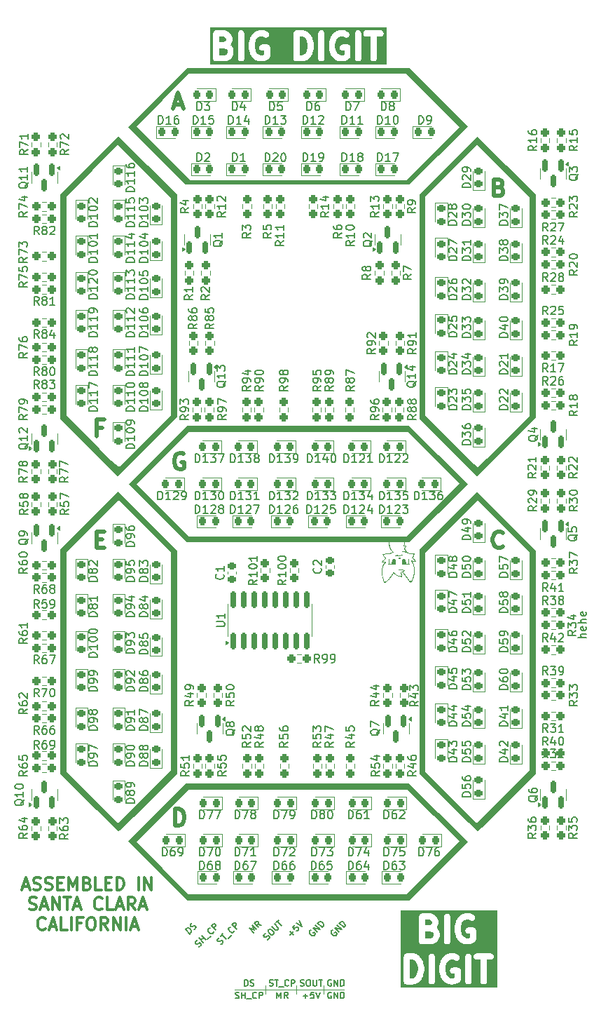
<source format=gto>
G04 #@! TF.GenerationSoftware,KiCad,Pcbnew,8.0.6+dfsg-1*
G04 #@! TF.CreationDate,2024-11-21T19:14:50-08:00*
G04 #@! TF.ProjectId,digits,64696769-7473-42e6-9b69-6361645f7063,rev?*
G04 #@! TF.SameCoordinates,Original*
G04 #@! TF.FileFunction,Legend,Top*
G04 #@! TF.FilePolarity,Positive*
%FSLAX46Y46*%
G04 Gerber Fmt 4.6, Leading zero omitted, Abs format (unit mm)*
G04 Created by KiCad (PCBNEW 8.0.6+dfsg-1) date 2024-11-21 19:14:50*
%MOMM*%
%LPD*%
G01*
G04 APERTURE LIST*
G04 Aperture macros list*
%AMRoundRect*
0 Rectangle with rounded corners*
0 $1 Rounding radius*
0 $2 $3 $4 $5 $6 $7 $8 $9 X,Y pos of 4 corners*
0 Add a 4 corners polygon primitive as box body*
4,1,4,$2,$3,$4,$5,$6,$7,$8,$9,$2,$3,0*
0 Add four circle primitives for the rounded corners*
1,1,$1+$1,$2,$3*
1,1,$1+$1,$4,$5*
1,1,$1+$1,$6,$7*
1,1,$1+$1,$8,$9*
0 Add four rect primitives between the rounded corners*
20,1,$1+$1,$2,$3,$4,$5,0*
20,1,$1+$1,$4,$5,$6,$7,0*
20,1,$1+$1,$6,$7,$8,$9,0*
20,1,$1+$1,$8,$9,$2,$3,0*%
G04 Aperture macros list end*
%ADD10C,0.100000*%
%ADD11C,0.150000*%
%ADD12C,0.500000*%
%ADD13C,0.750000*%
%ADD14C,0.300000*%
%ADD15C,0.120000*%
%ADD16C,0.000000*%
%ADD17RoundRect,0.237500X-0.250000X-0.237500X0.250000X-0.237500X0.250000X0.237500X-0.250000X0.237500X0*%
%ADD18RoundRect,0.218750X0.218750X0.256250X-0.218750X0.256250X-0.218750X-0.256250X0.218750X-0.256250X0*%
%ADD19RoundRect,0.237500X0.237500X-0.250000X0.237500X0.250000X-0.237500X0.250000X-0.237500X-0.250000X0*%
%ADD20RoundRect,0.237500X-0.237500X0.250000X-0.237500X-0.250000X0.237500X-0.250000X0.237500X0.250000X0*%
%ADD21RoundRect,0.218750X-0.218750X-0.256250X0.218750X-0.256250X0.218750X0.256250X-0.218750X0.256250X0*%
%ADD22RoundRect,0.237500X0.250000X0.237500X-0.250000X0.237500X-0.250000X-0.237500X0.250000X-0.237500X0*%
%ADD23RoundRect,0.218750X0.256250X-0.218750X0.256250X0.218750X-0.256250X0.218750X-0.256250X-0.218750X0*%
%ADD24C,3.000000*%
%ADD25RoundRect,0.150000X0.150000X-0.850000X0.150000X0.850000X-0.150000X0.850000X-0.150000X-0.850000X0*%
%ADD26RoundRect,0.218750X-0.256250X0.218750X-0.256250X-0.218750X0.256250X-0.218750X0.256250X0.218750X0*%
%ADD27C,0.800000*%
%ADD28C,6.400000*%
%ADD29RoundRect,0.225000X0.250000X-0.225000X0.250000X0.225000X-0.250000X0.225000X-0.250000X-0.225000X0*%
%ADD30RoundRect,0.150000X0.150000X-0.587500X0.150000X0.587500X-0.150000X0.587500X-0.150000X-0.587500X0*%
%ADD31RoundRect,0.150000X-0.150000X0.587500X-0.150000X-0.587500X0.150000X-0.587500X0.150000X0.587500X0*%
%ADD32R,1.700000X1.700000*%
%ADD33O,1.700000X1.700000*%
G04 APERTURE END LIST*
D10*
X139000000Y-142000000D02*
X152250000Y-142000000D01*
X146500000Y-141500000D02*
X146500000Y-142500000D01*
X149750000Y-141500000D02*
X149750000Y-142500000D01*
X142750000Y-141500000D02*
X142750000Y-142500000D01*
D11*
X150678571Y-142374878D02*
X150607143Y-142339164D01*
X150607143Y-142339164D02*
X150500000Y-142339164D01*
X150500000Y-142339164D02*
X150392857Y-142374878D01*
X150392857Y-142374878D02*
X150321428Y-142446307D01*
X150321428Y-142446307D02*
X150285714Y-142517735D01*
X150285714Y-142517735D02*
X150250000Y-142660592D01*
X150250000Y-142660592D02*
X150250000Y-142767735D01*
X150250000Y-142767735D02*
X150285714Y-142910592D01*
X150285714Y-142910592D02*
X150321428Y-142982021D01*
X150321428Y-142982021D02*
X150392857Y-143053450D01*
X150392857Y-143053450D02*
X150500000Y-143089164D01*
X150500000Y-143089164D02*
X150571428Y-143089164D01*
X150571428Y-143089164D02*
X150678571Y-143053450D01*
X150678571Y-143053450D02*
X150714285Y-143017735D01*
X150714285Y-143017735D02*
X150714285Y-142767735D01*
X150714285Y-142767735D02*
X150571428Y-142767735D01*
X151035714Y-143089164D02*
X151035714Y-142339164D01*
X151035714Y-142339164D02*
X151464285Y-143089164D01*
X151464285Y-143089164D02*
X151464285Y-142339164D01*
X151821428Y-143089164D02*
X151821428Y-142339164D01*
X151821428Y-142339164D02*
X151999999Y-142339164D01*
X151999999Y-142339164D02*
X152107142Y-142374878D01*
X152107142Y-142374878D02*
X152178571Y-142446307D01*
X152178571Y-142446307D02*
X152214285Y-142517735D01*
X152214285Y-142517735D02*
X152249999Y-142660592D01*
X152249999Y-142660592D02*
X152249999Y-142767735D01*
X152249999Y-142767735D02*
X152214285Y-142910592D01*
X152214285Y-142910592D02*
X152178571Y-142982021D01*
X152178571Y-142982021D02*
X152107142Y-143053450D01*
X152107142Y-143053450D02*
X151999999Y-143089164D01*
X151999999Y-143089164D02*
X151821428Y-143089164D01*
X146964286Y-141553450D02*
X147071429Y-141589164D01*
X147071429Y-141589164D02*
X147250000Y-141589164D01*
X147250000Y-141589164D02*
X147321429Y-141553450D01*
X147321429Y-141553450D02*
X147357143Y-141517735D01*
X147357143Y-141517735D02*
X147392857Y-141446307D01*
X147392857Y-141446307D02*
X147392857Y-141374878D01*
X147392857Y-141374878D02*
X147357143Y-141303450D01*
X147357143Y-141303450D02*
X147321429Y-141267735D01*
X147321429Y-141267735D02*
X147250000Y-141232021D01*
X147250000Y-141232021D02*
X147107143Y-141196307D01*
X147107143Y-141196307D02*
X147035714Y-141160592D01*
X147035714Y-141160592D02*
X147000000Y-141124878D01*
X147000000Y-141124878D02*
X146964286Y-141053450D01*
X146964286Y-141053450D02*
X146964286Y-140982021D01*
X146964286Y-140982021D02*
X147000000Y-140910592D01*
X147000000Y-140910592D02*
X147035714Y-140874878D01*
X147035714Y-140874878D02*
X147107143Y-140839164D01*
X147107143Y-140839164D02*
X147285714Y-140839164D01*
X147285714Y-140839164D02*
X147392857Y-140874878D01*
X147857143Y-140839164D02*
X148000000Y-140839164D01*
X148000000Y-140839164D02*
X148071429Y-140874878D01*
X148071429Y-140874878D02*
X148142857Y-140946307D01*
X148142857Y-140946307D02*
X148178572Y-141089164D01*
X148178572Y-141089164D02*
X148178572Y-141339164D01*
X148178572Y-141339164D02*
X148142857Y-141482021D01*
X148142857Y-141482021D02*
X148071429Y-141553450D01*
X148071429Y-141553450D02*
X148000000Y-141589164D01*
X148000000Y-141589164D02*
X147857143Y-141589164D01*
X147857143Y-141589164D02*
X147785715Y-141553450D01*
X147785715Y-141553450D02*
X147714286Y-141482021D01*
X147714286Y-141482021D02*
X147678572Y-141339164D01*
X147678572Y-141339164D02*
X147678572Y-141089164D01*
X147678572Y-141089164D02*
X147714286Y-140946307D01*
X147714286Y-140946307D02*
X147785715Y-140874878D01*
X147785715Y-140874878D02*
X147857143Y-140839164D01*
X148500000Y-140839164D02*
X148500000Y-141446307D01*
X148500000Y-141446307D02*
X148535714Y-141517735D01*
X148535714Y-141517735D02*
X148571429Y-141553450D01*
X148571429Y-141553450D02*
X148642857Y-141589164D01*
X148642857Y-141589164D02*
X148785714Y-141589164D01*
X148785714Y-141589164D02*
X148857143Y-141553450D01*
X148857143Y-141553450D02*
X148892857Y-141517735D01*
X148892857Y-141517735D02*
X148928571Y-141446307D01*
X148928571Y-141446307D02*
X148928571Y-140839164D01*
X149178571Y-140839164D02*
X149607143Y-140839164D01*
X149392857Y-141589164D02*
X149392857Y-140839164D01*
X143214285Y-141553450D02*
X143321428Y-141589164D01*
X143321428Y-141589164D02*
X143499999Y-141589164D01*
X143499999Y-141589164D02*
X143571428Y-141553450D01*
X143571428Y-141553450D02*
X143607142Y-141517735D01*
X143607142Y-141517735D02*
X143642856Y-141446307D01*
X143642856Y-141446307D02*
X143642856Y-141374878D01*
X143642856Y-141374878D02*
X143607142Y-141303450D01*
X143607142Y-141303450D02*
X143571428Y-141267735D01*
X143571428Y-141267735D02*
X143499999Y-141232021D01*
X143499999Y-141232021D02*
X143357142Y-141196307D01*
X143357142Y-141196307D02*
X143285713Y-141160592D01*
X143285713Y-141160592D02*
X143249999Y-141124878D01*
X143249999Y-141124878D02*
X143214285Y-141053450D01*
X143214285Y-141053450D02*
X143214285Y-140982021D01*
X143214285Y-140982021D02*
X143249999Y-140910592D01*
X143249999Y-140910592D02*
X143285713Y-140874878D01*
X143285713Y-140874878D02*
X143357142Y-140839164D01*
X143357142Y-140839164D02*
X143535713Y-140839164D01*
X143535713Y-140839164D02*
X143642856Y-140874878D01*
X143857142Y-140839164D02*
X144285714Y-140839164D01*
X144071428Y-141589164D02*
X144071428Y-140839164D01*
X144357143Y-141660592D02*
X144928571Y-141660592D01*
X145535714Y-141517735D02*
X145500000Y-141553450D01*
X145500000Y-141553450D02*
X145392857Y-141589164D01*
X145392857Y-141589164D02*
X145321429Y-141589164D01*
X145321429Y-141589164D02*
X145214286Y-141553450D01*
X145214286Y-141553450D02*
X145142857Y-141482021D01*
X145142857Y-141482021D02*
X145107143Y-141410592D01*
X145107143Y-141410592D02*
X145071429Y-141267735D01*
X145071429Y-141267735D02*
X145071429Y-141160592D01*
X145071429Y-141160592D02*
X145107143Y-141017735D01*
X145107143Y-141017735D02*
X145142857Y-140946307D01*
X145142857Y-140946307D02*
X145214286Y-140874878D01*
X145214286Y-140874878D02*
X145321429Y-140839164D01*
X145321429Y-140839164D02*
X145392857Y-140839164D01*
X145392857Y-140839164D02*
X145500000Y-140874878D01*
X145500000Y-140874878D02*
X145535714Y-140910592D01*
X145857143Y-141589164D02*
X145857143Y-140839164D01*
X145857143Y-140839164D02*
X146142857Y-140839164D01*
X146142857Y-140839164D02*
X146214286Y-140874878D01*
X146214286Y-140874878D02*
X146250000Y-140910592D01*
X146250000Y-140910592D02*
X146285714Y-140982021D01*
X146285714Y-140982021D02*
X146285714Y-141089164D01*
X146285714Y-141089164D02*
X146250000Y-141160592D01*
X146250000Y-141160592D02*
X146214286Y-141196307D01*
X146214286Y-141196307D02*
X146142857Y-141232021D01*
X146142857Y-141232021D02*
X145857143Y-141232021D01*
X137345123Y-136553533D02*
X137446139Y-136503025D01*
X137446139Y-136503025D02*
X137572408Y-136376756D01*
X137572408Y-136376756D02*
X137597661Y-136300994D01*
X137597661Y-136300994D02*
X137597661Y-136250487D01*
X137597661Y-136250487D02*
X137572408Y-136174725D01*
X137572408Y-136174725D02*
X137521900Y-136124218D01*
X137521900Y-136124218D02*
X137446139Y-136098964D01*
X137446139Y-136098964D02*
X137395631Y-136098964D01*
X137395631Y-136098964D02*
X137319870Y-136124218D01*
X137319870Y-136124218D02*
X137193600Y-136199979D01*
X137193600Y-136199979D02*
X137117839Y-136225233D01*
X137117839Y-136225233D02*
X137067331Y-136225233D01*
X137067331Y-136225233D02*
X136991570Y-136199979D01*
X136991570Y-136199979D02*
X136941062Y-136149472D01*
X136941062Y-136149472D02*
X136915809Y-136073710D01*
X136915809Y-136073710D02*
X136915809Y-136023202D01*
X136915809Y-136023202D02*
X136941062Y-135947441D01*
X136941062Y-135947441D02*
X137067331Y-135821172D01*
X137067331Y-135821172D02*
X137168347Y-135770664D01*
X137294616Y-135593887D02*
X137597662Y-135290842D01*
X137976469Y-135972695D02*
X137446139Y-135442365D01*
X138229007Y-135821171D02*
X138633068Y-135417110D01*
X138961368Y-134886780D02*
X138961368Y-134937288D01*
X138961368Y-134937288D02*
X138910861Y-135038303D01*
X138910861Y-135038303D02*
X138860353Y-135088811D01*
X138860353Y-135088811D02*
X138759338Y-135139318D01*
X138759338Y-135139318D02*
X138658322Y-135139318D01*
X138658322Y-135139318D02*
X138582561Y-135114064D01*
X138582561Y-135114064D02*
X138456292Y-135038303D01*
X138456292Y-135038303D02*
X138380530Y-134962542D01*
X138380530Y-134962542D02*
X138304769Y-134836272D01*
X138304769Y-134836272D02*
X138279515Y-134760511D01*
X138279515Y-134760511D02*
X138279515Y-134659496D01*
X138279515Y-134659496D02*
X138330023Y-134558480D01*
X138330023Y-134558480D02*
X138380530Y-134507973D01*
X138380530Y-134507973D02*
X138481546Y-134457465D01*
X138481546Y-134457465D02*
X138532053Y-134457465D01*
X139239160Y-134710003D02*
X138708830Y-134179673D01*
X138708830Y-134179673D02*
X138910861Y-133977643D01*
X138910861Y-133977643D02*
X138986622Y-133952389D01*
X138986622Y-133952389D02*
X139037130Y-133952389D01*
X139037130Y-133952389D02*
X139112891Y-133977643D01*
X139112891Y-133977643D02*
X139188653Y-134053404D01*
X139188653Y-134053404D02*
X139213906Y-134129166D01*
X139213906Y-134129166D02*
X139213906Y-134179673D01*
X139213906Y-134179673D02*
X139188653Y-134255435D01*
X139188653Y-134255435D02*
X138986622Y-134457465D01*
X144125000Y-143089164D02*
X144125000Y-142339164D01*
X144125000Y-142339164D02*
X144375000Y-142874878D01*
X144375000Y-142874878D02*
X144625000Y-142339164D01*
X144625000Y-142339164D02*
X144625000Y-143089164D01*
X145410714Y-143089164D02*
X145160714Y-142732021D01*
X144982143Y-143089164D02*
X144982143Y-142339164D01*
X144982143Y-142339164D02*
X145267857Y-142339164D01*
X145267857Y-142339164D02*
X145339286Y-142374878D01*
X145339286Y-142374878D02*
X145375000Y-142410592D01*
X145375000Y-142410592D02*
X145410714Y-142482021D01*
X145410714Y-142482021D02*
X145410714Y-142589164D01*
X145410714Y-142589164D02*
X145375000Y-142660592D01*
X145375000Y-142660592D02*
X145339286Y-142696307D01*
X145339286Y-142696307D02*
X145267857Y-142732021D01*
X145267857Y-142732021D02*
X144982143Y-142732021D01*
X147285714Y-142803450D02*
X147857143Y-142803450D01*
X147571428Y-143089164D02*
X147571428Y-142517735D01*
X148571428Y-142339164D02*
X148214285Y-142339164D01*
X148214285Y-142339164D02*
X148178571Y-142696307D01*
X148178571Y-142696307D02*
X148214285Y-142660592D01*
X148214285Y-142660592D02*
X148285714Y-142624878D01*
X148285714Y-142624878D02*
X148464285Y-142624878D01*
X148464285Y-142624878D02*
X148535714Y-142660592D01*
X148535714Y-142660592D02*
X148571428Y-142696307D01*
X148571428Y-142696307D02*
X148607142Y-142767735D01*
X148607142Y-142767735D02*
X148607142Y-142946307D01*
X148607142Y-142946307D02*
X148571428Y-143017735D01*
X148571428Y-143017735D02*
X148535714Y-143053450D01*
X148535714Y-143053450D02*
X148464285Y-143089164D01*
X148464285Y-143089164D02*
X148285714Y-143089164D01*
X148285714Y-143089164D02*
X148214285Y-143053450D01*
X148214285Y-143053450D02*
X148178571Y-143017735D01*
X148821428Y-142339164D02*
X149071428Y-143089164D01*
X149071428Y-143089164D02*
X149321428Y-142339164D01*
X140196428Y-141589164D02*
X140196428Y-140839164D01*
X140196428Y-140839164D02*
X140374999Y-140839164D01*
X140374999Y-140839164D02*
X140482142Y-140874878D01*
X140482142Y-140874878D02*
X140553571Y-140946307D01*
X140553571Y-140946307D02*
X140589285Y-141017735D01*
X140589285Y-141017735D02*
X140624999Y-141160592D01*
X140624999Y-141160592D02*
X140624999Y-141267735D01*
X140624999Y-141267735D02*
X140589285Y-141410592D01*
X140589285Y-141410592D02*
X140553571Y-141482021D01*
X140553571Y-141482021D02*
X140482142Y-141553450D01*
X140482142Y-141553450D02*
X140374999Y-141589164D01*
X140374999Y-141589164D02*
X140196428Y-141589164D01*
X140910714Y-141553450D02*
X141017857Y-141589164D01*
X141017857Y-141589164D02*
X141196428Y-141589164D01*
X141196428Y-141589164D02*
X141267857Y-141553450D01*
X141267857Y-141553450D02*
X141303571Y-141517735D01*
X141303571Y-141517735D02*
X141339285Y-141446307D01*
X141339285Y-141446307D02*
X141339285Y-141374878D01*
X141339285Y-141374878D02*
X141303571Y-141303450D01*
X141303571Y-141303450D02*
X141267857Y-141267735D01*
X141267857Y-141267735D02*
X141196428Y-141232021D01*
X141196428Y-141232021D02*
X141053571Y-141196307D01*
X141053571Y-141196307D02*
X140982142Y-141160592D01*
X140982142Y-141160592D02*
X140946428Y-141124878D01*
X140946428Y-141124878D02*
X140910714Y-141053450D01*
X140910714Y-141053450D02*
X140910714Y-140982021D01*
X140910714Y-140982021D02*
X140946428Y-140910592D01*
X140946428Y-140910592D02*
X140982142Y-140874878D01*
X140982142Y-140874878D02*
X141053571Y-140839164D01*
X141053571Y-140839164D02*
X141232142Y-140839164D01*
X141232142Y-140839164D02*
X141339285Y-140874878D01*
X134685123Y-136843533D02*
X134786139Y-136793025D01*
X134786139Y-136793025D02*
X134912408Y-136666756D01*
X134912408Y-136666756D02*
X134937661Y-136590994D01*
X134937661Y-136590994D02*
X134937661Y-136540487D01*
X134937661Y-136540487D02*
X134912408Y-136464725D01*
X134912408Y-136464725D02*
X134861900Y-136414218D01*
X134861900Y-136414218D02*
X134786139Y-136388964D01*
X134786139Y-136388964D02*
X134735631Y-136388964D01*
X134735631Y-136388964D02*
X134659870Y-136414218D01*
X134659870Y-136414218D02*
X134533600Y-136489979D01*
X134533600Y-136489979D02*
X134457839Y-136515233D01*
X134457839Y-136515233D02*
X134407331Y-136515233D01*
X134407331Y-136515233D02*
X134331570Y-136489979D01*
X134331570Y-136489979D02*
X134281062Y-136439472D01*
X134281062Y-136439472D02*
X134255809Y-136363710D01*
X134255809Y-136363710D02*
X134255809Y-136313202D01*
X134255809Y-136313202D02*
X134281062Y-136237441D01*
X134281062Y-136237441D02*
X134407331Y-136111172D01*
X134407331Y-136111172D02*
X134508347Y-136060664D01*
X135240707Y-136338456D02*
X134710377Y-135808126D01*
X134962915Y-136060664D02*
X135265961Y-135757618D01*
X135543753Y-136035410D02*
X135013423Y-135505080D01*
X135720530Y-135959649D02*
X136124591Y-135555588D01*
X136452891Y-135025258D02*
X136452891Y-135075765D01*
X136452891Y-135075765D02*
X136402383Y-135176781D01*
X136402383Y-135176781D02*
X136351875Y-135227288D01*
X136351875Y-135227288D02*
X136250860Y-135277796D01*
X136250860Y-135277796D02*
X136149845Y-135277796D01*
X136149845Y-135277796D02*
X136074083Y-135252542D01*
X136074083Y-135252542D02*
X135947814Y-135176781D01*
X135947814Y-135176781D02*
X135872053Y-135101019D01*
X135872053Y-135101019D02*
X135796291Y-134974750D01*
X135796291Y-134974750D02*
X135771038Y-134898989D01*
X135771038Y-134898989D02*
X135771038Y-134797973D01*
X135771038Y-134797973D02*
X135821545Y-134696958D01*
X135821545Y-134696958D02*
X135872053Y-134646450D01*
X135872053Y-134646450D02*
X135973068Y-134595943D01*
X135973068Y-134595943D02*
X136023576Y-134595943D01*
X136730683Y-134848481D02*
X136200352Y-134318151D01*
X136200352Y-134318151D02*
X136402383Y-134116120D01*
X136402383Y-134116120D02*
X136478144Y-134090867D01*
X136478144Y-134090867D02*
X136528652Y-134090867D01*
X136528652Y-134090867D02*
X136604413Y-134116120D01*
X136604413Y-134116120D02*
X136680175Y-134191882D01*
X136680175Y-134191882D02*
X136705429Y-134267643D01*
X136705429Y-134267643D02*
X136705429Y-134318151D01*
X136705429Y-134318151D02*
X136680175Y-134393912D01*
X136680175Y-134393912D02*
X136478144Y-134595943D01*
D12*
X132852756Y-77324476D02*
X132662280Y-77229238D01*
X132662280Y-77229238D02*
X132376566Y-77229238D01*
X132376566Y-77229238D02*
X132090851Y-77324476D01*
X132090851Y-77324476D02*
X131900375Y-77514952D01*
X131900375Y-77514952D02*
X131805137Y-77705428D01*
X131805137Y-77705428D02*
X131709899Y-78086380D01*
X131709899Y-78086380D02*
X131709899Y-78372095D01*
X131709899Y-78372095D02*
X131805137Y-78753047D01*
X131805137Y-78753047D02*
X131900375Y-78943523D01*
X131900375Y-78943523D02*
X132090851Y-79134000D01*
X132090851Y-79134000D02*
X132376566Y-79229238D01*
X132376566Y-79229238D02*
X132567042Y-79229238D01*
X132567042Y-79229238D02*
X132852756Y-79134000D01*
X132852756Y-79134000D02*
X132947994Y-79038761D01*
X132947994Y-79038761D02*
X132947994Y-78372095D01*
X132947994Y-78372095D02*
X132567042Y-78372095D01*
D13*
G36*
X138011719Y-28493047D02*
G01*
X138048948Y-28530276D01*
X138125001Y-28682381D01*
X138125001Y-28933903D01*
X138048948Y-29086007D01*
X137992151Y-29142805D01*
X137840047Y-29218857D01*
X137160715Y-29218857D01*
X137160715Y-28397428D01*
X137724862Y-28397428D01*
X138011719Y-28493047D01*
G37*
G36*
X137849295Y-27044909D02*
G01*
X137906092Y-27101706D01*
X137982144Y-27253810D01*
X137982144Y-27362475D01*
X137906092Y-27514579D01*
X137849295Y-27571375D01*
X137697190Y-27647428D01*
X137160715Y-27647428D01*
X137160715Y-26968857D01*
X137697190Y-26968857D01*
X137849295Y-27044909D01*
G37*
G36*
X147440288Y-27064475D02*
G01*
X147620377Y-27244563D01*
X147717609Y-27439028D01*
X147839286Y-27925736D01*
X147839286Y-28261976D01*
X147717609Y-28748684D01*
X147620377Y-28943150D01*
X147440288Y-29123238D01*
X147153433Y-29218857D01*
X146875000Y-29218857D01*
X146875000Y-26968857D01*
X147153433Y-26968857D01*
X147440288Y-27064475D01*
G37*
G36*
X157389649Y-30343857D02*
G01*
X136035715Y-30343857D01*
X136035715Y-26593857D01*
X136410715Y-26593857D01*
X136410715Y-29593857D01*
X136413923Y-29642804D01*
X136439260Y-29737363D01*
X136488207Y-29822143D01*
X136557429Y-29891365D01*
X136642209Y-29940312D01*
X136736768Y-29965649D01*
X136785715Y-29968857D01*
X137928572Y-29968857D01*
X137948789Y-29967531D01*
X137955155Y-29967914D01*
X137960901Y-29966738D01*
X137977519Y-29965649D01*
X138014027Y-29955866D01*
X138051062Y-29948288D01*
X138066414Y-29941829D01*
X138072078Y-29940312D01*
X138077599Y-29937124D01*
X138096277Y-29929267D01*
X138381992Y-29786410D01*
X138424337Y-29761651D01*
X138432788Y-29754156D01*
X138442574Y-29748507D01*
X138479453Y-29716164D01*
X138622310Y-29573306D01*
X138654652Y-29536427D01*
X138660300Y-29526644D01*
X138667795Y-29518192D01*
X138692554Y-29475847D01*
X138835411Y-29190133D01*
X138843268Y-29171454D01*
X138846456Y-29165934D01*
X138847973Y-29160272D01*
X138854432Y-29144919D01*
X138862011Y-29107880D01*
X138871793Y-29071375D01*
X138872882Y-29054758D01*
X138874058Y-29049012D01*
X138873675Y-29042645D01*
X138875001Y-29022428D01*
X138875001Y-28593857D01*
X138873675Y-28573639D01*
X138874058Y-28567274D01*
X138872882Y-28561527D01*
X138871793Y-28544910D01*
X138862010Y-28508401D01*
X138854432Y-28471367D01*
X138847973Y-28456014D01*
X138846456Y-28450351D01*
X138843268Y-28444829D01*
X138835411Y-28426152D01*
X138692554Y-28140437D01*
X138667795Y-28098092D01*
X138660299Y-28089639D01*
X138654651Y-28079856D01*
X138622309Y-28042977D01*
X138525365Y-27946033D01*
X138549697Y-27904419D01*
X138692554Y-27618705D01*
X138700411Y-27600026D01*
X138703599Y-27594506D01*
X138705116Y-27588844D01*
X138711575Y-27573491D01*
X138719154Y-27536452D01*
X138728936Y-27499947D01*
X138730025Y-27483330D01*
X138731201Y-27477584D01*
X138730818Y-27471217D01*
X138732144Y-27451000D01*
X138732144Y-27165285D01*
X138730818Y-27145067D01*
X138731201Y-27138701D01*
X138730025Y-27132954D01*
X138728936Y-27116338D01*
X138719154Y-27079832D01*
X138711575Y-27042794D01*
X138705116Y-27027440D01*
X138703599Y-27021779D01*
X138700411Y-27016258D01*
X138692554Y-26997580D01*
X138549697Y-26711866D01*
X138524938Y-26669521D01*
X138517442Y-26661068D01*
X138511794Y-26651285D01*
X138479452Y-26614406D01*
X138458903Y-26593857D01*
X139410715Y-26593857D01*
X139410715Y-29593857D01*
X139413923Y-29642804D01*
X139439260Y-29737363D01*
X139488207Y-29822143D01*
X139557429Y-29891365D01*
X139642209Y-29940312D01*
X139736768Y-29965649D01*
X139834662Y-29965649D01*
X139929221Y-29940312D01*
X140014001Y-29891365D01*
X140083223Y-29822143D01*
X140132170Y-29737363D01*
X140157507Y-29642804D01*
X140160715Y-29593857D01*
X140160715Y-27879571D01*
X140696429Y-27879571D01*
X140696429Y-28308142D01*
X140698939Y-28346449D01*
X140698866Y-28350829D01*
X140699430Y-28353939D01*
X140699637Y-28357089D01*
X140700768Y-28361313D01*
X140707626Y-28399093D01*
X140850482Y-28970521D01*
X140858541Y-28995645D01*
X140859855Y-29002062D01*
X140862994Y-29009524D01*
X140865466Y-29017229D01*
X140868643Y-29022953D01*
X140878876Y-29047276D01*
X141021733Y-29332990D01*
X141046492Y-29375335D01*
X141053987Y-29383787D01*
X141059636Y-29393571D01*
X141091978Y-29430450D01*
X141377693Y-29716165D01*
X141392931Y-29729528D01*
X141397158Y-29734295D01*
X141402047Y-29737523D01*
X141414572Y-29748507D01*
X141447315Y-29767411D01*
X141478852Y-29788234D01*
X141494268Y-29794520D01*
X141499351Y-29797455D01*
X141505513Y-29799106D01*
X141524273Y-29806756D01*
X141952843Y-29949613D01*
X142000293Y-29962048D01*
X142011568Y-29962724D01*
X142022482Y-29965649D01*
X142071429Y-29968857D01*
X142357143Y-29968857D01*
X142406090Y-29965649D01*
X142417003Y-29962724D01*
X142428278Y-29962048D01*
X142475728Y-29949613D01*
X142904300Y-29806756D01*
X142923065Y-29799103D01*
X142929223Y-29797454D01*
X142934299Y-29794522D01*
X142949720Y-29788235D01*
X142981262Y-29767408D01*
X143014002Y-29748507D01*
X143026523Y-29737525D01*
X143031415Y-29734296D01*
X143035644Y-29729526D01*
X143050881Y-29716164D01*
X143193738Y-29573306D01*
X143226072Y-29536435D01*
X143226080Y-29536428D01*
X143275027Y-29451648D01*
X143282324Y-29424417D01*
X143300365Y-29357088D01*
X143300364Y-29357073D01*
X143303572Y-29308142D01*
X143303572Y-28308142D01*
X143300364Y-28259195D01*
X143275027Y-28164636D01*
X143226080Y-28079856D01*
X143156858Y-28010634D01*
X143072078Y-27961687D01*
X142977519Y-27936350D01*
X142928572Y-27933142D01*
X142357143Y-27933142D01*
X142308196Y-27936350D01*
X142213637Y-27961687D01*
X142128857Y-28010634D01*
X142059635Y-28079856D01*
X142010688Y-28164636D01*
X141985351Y-28259195D01*
X141985351Y-28357089D01*
X142010688Y-28451648D01*
X142059635Y-28536428D01*
X142128857Y-28605650D01*
X142213637Y-28654597D01*
X142308196Y-28679934D01*
X142357143Y-28683142D01*
X142553572Y-28683142D01*
X142553572Y-29133096D01*
X142296290Y-29218857D01*
X142132282Y-29218857D01*
X141845426Y-29123238D01*
X141665338Y-28943150D01*
X141568105Y-28748684D01*
X141446429Y-28261979D01*
X141446429Y-27925733D01*
X141568105Y-27439028D01*
X141665337Y-27244565D01*
X141845426Y-27064475D01*
X142132282Y-26968857D01*
X142411476Y-26968857D01*
X142618010Y-27072124D01*
X142663224Y-27091145D01*
X142759131Y-27110771D01*
X142856851Y-27104906D01*
X142949722Y-27073949D01*
X143031416Y-27020009D01*
X143096366Y-26946764D01*
X143140146Y-26859205D01*
X143159772Y-26763298D01*
X143153907Y-26665578D01*
X143130000Y-26593857D01*
X146125000Y-26593857D01*
X146125000Y-29593857D01*
X146128208Y-29642804D01*
X146153545Y-29737363D01*
X146202492Y-29822143D01*
X146271714Y-29891365D01*
X146356494Y-29940312D01*
X146451053Y-29965649D01*
X146500000Y-29968857D01*
X147214286Y-29968857D01*
X147263233Y-29965649D01*
X147274145Y-29962724D01*
X147285422Y-29962048D01*
X147332871Y-29949613D01*
X147761442Y-29806756D01*
X147780203Y-29799105D01*
X147786364Y-29797455D01*
X147791442Y-29794522D01*
X147806863Y-29788235D01*
X147838411Y-29767404D01*
X147871143Y-29748507D01*
X147883662Y-29737527D01*
X147888557Y-29734296D01*
X147892787Y-29729525D01*
X147908022Y-29716165D01*
X148193737Y-29430450D01*
X148226079Y-29393571D01*
X148231727Y-29383787D01*
X148239223Y-29375335D01*
X148263982Y-29332990D01*
X148406839Y-29047276D01*
X148417071Y-29022952D01*
X148420249Y-29017229D01*
X148422720Y-29009525D01*
X148425860Y-29002062D01*
X148427173Y-28995642D01*
X148435232Y-28970522D01*
X148578089Y-28399093D01*
X148584946Y-28361311D01*
X148586078Y-28357089D01*
X148586284Y-28353941D01*
X148586849Y-28350830D01*
X148586775Y-28346449D01*
X148589286Y-28308142D01*
X148589286Y-27879571D01*
X148586775Y-27841263D01*
X148586849Y-27836883D01*
X148586284Y-27833771D01*
X148586078Y-27830624D01*
X148584946Y-27826401D01*
X148578089Y-27788620D01*
X148435232Y-27217191D01*
X148427173Y-27192070D01*
X148425860Y-27185651D01*
X148422720Y-27178187D01*
X148420249Y-27170484D01*
X148417071Y-27164760D01*
X148406839Y-27140437D01*
X148263982Y-26854723D01*
X148239223Y-26812378D01*
X148231728Y-26803926D01*
X148226079Y-26794141D01*
X148193736Y-26757262D01*
X148030331Y-26593857D01*
X149125000Y-26593857D01*
X149125000Y-29593857D01*
X149128208Y-29642804D01*
X149153545Y-29737363D01*
X149202492Y-29822143D01*
X149271714Y-29891365D01*
X149356494Y-29940312D01*
X149451053Y-29965649D01*
X149548947Y-29965649D01*
X149643506Y-29940312D01*
X149728286Y-29891365D01*
X149797508Y-29822143D01*
X149846455Y-29737363D01*
X149871792Y-29642804D01*
X149875000Y-29593857D01*
X149875000Y-27879571D01*
X150410714Y-27879571D01*
X150410714Y-28308142D01*
X150413224Y-28346449D01*
X150413151Y-28350829D01*
X150413715Y-28353939D01*
X150413922Y-28357089D01*
X150415053Y-28361313D01*
X150421911Y-28399093D01*
X150564767Y-28970521D01*
X150572826Y-28995645D01*
X150574140Y-29002062D01*
X150577279Y-29009524D01*
X150579751Y-29017229D01*
X150582928Y-29022953D01*
X150593161Y-29047276D01*
X150736018Y-29332990D01*
X150760777Y-29375335D01*
X150768272Y-29383787D01*
X150773921Y-29393571D01*
X150806263Y-29430450D01*
X151091978Y-29716165D01*
X151107216Y-29729528D01*
X151111443Y-29734295D01*
X151116332Y-29737523D01*
X151128857Y-29748507D01*
X151161600Y-29767411D01*
X151193137Y-29788234D01*
X151208553Y-29794520D01*
X151213636Y-29797455D01*
X151219798Y-29799106D01*
X151238558Y-29806756D01*
X151667128Y-29949613D01*
X151714578Y-29962048D01*
X151725853Y-29962724D01*
X151736767Y-29965649D01*
X151785714Y-29968857D01*
X152071428Y-29968857D01*
X152120375Y-29965649D01*
X152131288Y-29962724D01*
X152142563Y-29962048D01*
X152190013Y-29949613D01*
X152618585Y-29806756D01*
X152637350Y-29799103D01*
X152643508Y-29797454D01*
X152648584Y-29794522D01*
X152664005Y-29788235D01*
X152695547Y-29767408D01*
X152728287Y-29748507D01*
X152740808Y-29737525D01*
X152745700Y-29734296D01*
X152749929Y-29729526D01*
X152765166Y-29716164D01*
X152908023Y-29573306D01*
X152940357Y-29536435D01*
X152940365Y-29536428D01*
X152989312Y-29451648D01*
X152996609Y-29424417D01*
X153014650Y-29357088D01*
X153014649Y-29357073D01*
X153017857Y-29308142D01*
X153017857Y-28308142D01*
X153014649Y-28259195D01*
X152989312Y-28164636D01*
X152940365Y-28079856D01*
X152871143Y-28010634D01*
X152786363Y-27961687D01*
X152691804Y-27936350D01*
X152642857Y-27933142D01*
X152071428Y-27933142D01*
X152022481Y-27936350D01*
X151927922Y-27961687D01*
X151843142Y-28010634D01*
X151773920Y-28079856D01*
X151724973Y-28164636D01*
X151699636Y-28259195D01*
X151699636Y-28357089D01*
X151724973Y-28451648D01*
X151773920Y-28536428D01*
X151843142Y-28605650D01*
X151927922Y-28654597D01*
X152022481Y-28679934D01*
X152071428Y-28683142D01*
X152267857Y-28683142D01*
X152267857Y-29133096D01*
X152010575Y-29218857D01*
X151846567Y-29218857D01*
X151559711Y-29123238D01*
X151379623Y-28943150D01*
X151282390Y-28748684D01*
X151160714Y-28261979D01*
X151160714Y-27925733D01*
X151282390Y-27439028D01*
X151379622Y-27244565D01*
X151559711Y-27064475D01*
X151846567Y-26968857D01*
X152125761Y-26968857D01*
X152332295Y-27072124D01*
X152377509Y-27091145D01*
X152473416Y-27110771D01*
X152571136Y-27104906D01*
X152664007Y-27073949D01*
X152745701Y-27020009D01*
X152810651Y-26946764D01*
X152854431Y-26859205D01*
X152874057Y-26763298D01*
X152868192Y-26665578D01*
X152844285Y-26593857D01*
X153553571Y-26593857D01*
X153553571Y-29593857D01*
X153556779Y-29642804D01*
X153582116Y-29737363D01*
X153631063Y-29822143D01*
X153700285Y-29891365D01*
X153785065Y-29940312D01*
X153879624Y-29965649D01*
X153977518Y-29965649D01*
X154072077Y-29940312D01*
X154156857Y-29891365D01*
X154226079Y-29822143D01*
X154275026Y-29737363D01*
X154300363Y-29642804D01*
X154303571Y-29593857D01*
X154303571Y-26593857D01*
X154300363Y-26544910D01*
X154556779Y-26544910D01*
X154556779Y-26642804D01*
X154582116Y-26737363D01*
X154631063Y-26822143D01*
X154700285Y-26891365D01*
X154785065Y-26940312D01*
X154879624Y-26965649D01*
X154928571Y-26968857D01*
X155410714Y-26968857D01*
X155410714Y-29593857D01*
X155413922Y-29642804D01*
X155439259Y-29737363D01*
X155488206Y-29822143D01*
X155557428Y-29891365D01*
X155642208Y-29940312D01*
X155736767Y-29965649D01*
X155834661Y-29965649D01*
X155929220Y-29940312D01*
X156014000Y-29891365D01*
X156083222Y-29822143D01*
X156132169Y-29737363D01*
X156157506Y-29642804D01*
X156160714Y-29593857D01*
X156160714Y-26968857D01*
X156642857Y-26968857D01*
X156691804Y-26965649D01*
X156786363Y-26940312D01*
X156871143Y-26891365D01*
X156940365Y-26822143D01*
X156989312Y-26737363D01*
X157014649Y-26642804D01*
X157014649Y-26544910D01*
X156989312Y-26450351D01*
X156940365Y-26365571D01*
X156871143Y-26296349D01*
X156786363Y-26247402D01*
X156691804Y-26222065D01*
X156642857Y-26218857D01*
X154928571Y-26218857D01*
X154879624Y-26222065D01*
X154785065Y-26247402D01*
X154700285Y-26296349D01*
X154631063Y-26365571D01*
X154582116Y-26450351D01*
X154556779Y-26544910D01*
X154300363Y-26544910D01*
X154275026Y-26450351D01*
X154226079Y-26365571D01*
X154156857Y-26296349D01*
X154072077Y-26247402D01*
X153977518Y-26222065D01*
X153879624Y-26222065D01*
X153785065Y-26247402D01*
X153700285Y-26296349D01*
X153631063Y-26365571D01*
X153582116Y-26450351D01*
X153556779Y-26544910D01*
X153553571Y-26593857D01*
X152844285Y-26593857D01*
X152837235Y-26572707D01*
X152783295Y-26491013D01*
X152710050Y-26426063D01*
X152667705Y-26401304D01*
X152381991Y-26258447D01*
X152363312Y-26250589D01*
X152357792Y-26247402D01*
X152352130Y-26245884D01*
X152336777Y-26239426D01*
X152299738Y-26231846D01*
X152263233Y-26222065D01*
X152246616Y-26220975D01*
X152240870Y-26219800D01*
X152234503Y-26220182D01*
X152214286Y-26218857D01*
X151785714Y-26218857D01*
X151736767Y-26222065D01*
X151725853Y-26224989D01*
X151714578Y-26225666D01*
X151667128Y-26238101D01*
X151238558Y-26380958D01*
X151219797Y-26388608D01*
X151213637Y-26390259D01*
X151208556Y-26393192D01*
X151193137Y-26399480D01*
X151161604Y-26420299D01*
X151128857Y-26439206D01*
X151116329Y-26450192D01*
X151111443Y-26453419D01*
X151107218Y-26458183D01*
X151091978Y-26471549D01*
X150806263Y-26757262D01*
X150773921Y-26794142D01*
X150768272Y-26803924D01*
X150760777Y-26812378D01*
X150736018Y-26854723D01*
X150593161Y-27140437D01*
X150582928Y-27164759D01*
X150579751Y-27170484D01*
X150577279Y-27178188D01*
X150574140Y-27185651D01*
X150572826Y-27192067D01*
X150564767Y-27217192D01*
X150421911Y-27788620D01*
X150415053Y-27826399D01*
X150413922Y-27830624D01*
X150413715Y-27833773D01*
X150413151Y-27836884D01*
X150413224Y-27841263D01*
X150410714Y-27879571D01*
X149875000Y-27879571D01*
X149875000Y-26593857D01*
X149871792Y-26544910D01*
X149846455Y-26450351D01*
X149797508Y-26365571D01*
X149728286Y-26296349D01*
X149643506Y-26247402D01*
X149548947Y-26222065D01*
X149451053Y-26222065D01*
X149356494Y-26247402D01*
X149271714Y-26296349D01*
X149202492Y-26365571D01*
X149153545Y-26450351D01*
X149128208Y-26544910D01*
X149125000Y-26593857D01*
X148030331Y-26593857D01*
X147908022Y-26471548D01*
X147892784Y-26458185D01*
X147888557Y-26453418D01*
X147883664Y-26450187D01*
X147871142Y-26439206D01*
X147838411Y-26420309D01*
X147806863Y-26399479D01*
X147791439Y-26393189D01*
X147786363Y-26390259D01*
X147780205Y-26388608D01*
X147761442Y-26380958D01*
X147332871Y-26238101D01*
X147285422Y-26225666D01*
X147274145Y-26224989D01*
X147263233Y-26222065D01*
X147214286Y-26218857D01*
X146500000Y-26218857D01*
X146451053Y-26222065D01*
X146356494Y-26247402D01*
X146271714Y-26296349D01*
X146202492Y-26365571D01*
X146153545Y-26450351D01*
X146128208Y-26544910D01*
X146125000Y-26593857D01*
X143130000Y-26593857D01*
X143122950Y-26572707D01*
X143069010Y-26491013D01*
X142995765Y-26426063D01*
X142953420Y-26401304D01*
X142667706Y-26258447D01*
X142649027Y-26250589D01*
X142643507Y-26247402D01*
X142637845Y-26245884D01*
X142622492Y-26239426D01*
X142585453Y-26231846D01*
X142548948Y-26222065D01*
X142532331Y-26220975D01*
X142526585Y-26219800D01*
X142520218Y-26220182D01*
X142500001Y-26218857D01*
X142071429Y-26218857D01*
X142022482Y-26222065D01*
X142011568Y-26224989D01*
X142000293Y-26225666D01*
X141952843Y-26238101D01*
X141524273Y-26380958D01*
X141505512Y-26388608D01*
X141499352Y-26390259D01*
X141494271Y-26393192D01*
X141478852Y-26399480D01*
X141447319Y-26420299D01*
X141414572Y-26439206D01*
X141402044Y-26450192D01*
X141397158Y-26453419D01*
X141392933Y-26458183D01*
X141377693Y-26471549D01*
X141091978Y-26757262D01*
X141059636Y-26794142D01*
X141053987Y-26803924D01*
X141046492Y-26812378D01*
X141021733Y-26854723D01*
X140878876Y-27140437D01*
X140868643Y-27164759D01*
X140865466Y-27170484D01*
X140862994Y-27178188D01*
X140859855Y-27185651D01*
X140858541Y-27192067D01*
X140850482Y-27217192D01*
X140707626Y-27788620D01*
X140700768Y-27826399D01*
X140699637Y-27830624D01*
X140699430Y-27833773D01*
X140698866Y-27836884D01*
X140698939Y-27841263D01*
X140696429Y-27879571D01*
X140160715Y-27879571D01*
X140160715Y-26593857D01*
X140157507Y-26544910D01*
X140132170Y-26450351D01*
X140083223Y-26365571D01*
X140014001Y-26296349D01*
X139929221Y-26247402D01*
X139834662Y-26222065D01*
X139736768Y-26222065D01*
X139642209Y-26247402D01*
X139557429Y-26296349D01*
X139488207Y-26365571D01*
X139439260Y-26450351D01*
X139413923Y-26544910D01*
X139410715Y-26593857D01*
X138458903Y-26593857D01*
X138336595Y-26471549D01*
X138299716Y-26439207D01*
X138289932Y-26433558D01*
X138281480Y-26426063D01*
X138239135Y-26401304D01*
X137953420Y-26258447D01*
X137934742Y-26250589D01*
X137929221Y-26247402D01*
X137923557Y-26245884D01*
X137908205Y-26239426D01*
X137871170Y-26231847D01*
X137834662Y-26222065D01*
X137818044Y-26220975D01*
X137812298Y-26219800D01*
X137805932Y-26220182D01*
X137785715Y-26218857D01*
X136785715Y-26218857D01*
X136736768Y-26222065D01*
X136642209Y-26247402D01*
X136557429Y-26296349D01*
X136488207Y-26365571D01*
X136439260Y-26450351D01*
X136413923Y-26544910D01*
X136410715Y-26593857D01*
X136035715Y-26593857D01*
X136035715Y-25843857D01*
X157389649Y-25843857D01*
X157389649Y-30343857D01*
G37*
D11*
X141325631Y-135143533D02*
X140795301Y-134613202D01*
X140795301Y-134613202D02*
X141350885Y-134815233D01*
X141350885Y-134815233D02*
X141148854Y-134259649D01*
X141148854Y-134259649D02*
X141679184Y-134789979D01*
X142234768Y-134234395D02*
X141805454Y-134158634D01*
X141931723Y-134537441D02*
X141401393Y-134007111D01*
X141401393Y-134007111D02*
X141603423Y-133805080D01*
X141603423Y-133805080D02*
X141679184Y-133779827D01*
X141679184Y-133779827D02*
X141729692Y-133779827D01*
X141729692Y-133779827D02*
X141805454Y-133805080D01*
X141805454Y-133805080D02*
X141881215Y-133880842D01*
X141881215Y-133880842D02*
X141906469Y-133956603D01*
X141906469Y-133956603D02*
X141906469Y-134007111D01*
X141906469Y-134007111D02*
X141881215Y-134082872D01*
X141881215Y-134082872D02*
X141679184Y-134284903D01*
X145693600Y-135441502D02*
X146097661Y-135037441D01*
X146097661Y-135441502D02*
X145693600Y-135037441D01*
X146274438Y-134204065D02*
X146021900Y-134456604D01*
X146021900Y-134456604D02*
X146249184Y-134734396D01*
X146249184Y-134734396D02*
X146249184Y-134683888D01*
X146249184Y-134683888D02*
X146274438Y-134608127D01*
X146274438Y-134608127D02*
X146400707Y-134481857D01*
X146400707Y-134481857D02*
X146476468Y-134456604D01*
X146476468Y-134456604D02*
X146526976Y-134456604D01*
X146526976Y-134456604D02*
X146602737Y-134481857D01*
X146602737Y-134481857D02*
X146729007Y-134608127D01*
X146729007Y-134608127D02*
X146754260Y-134683888D01*
X146754260Y-134683888D02*
X146754260Y-134734396D01*
X146754260Y-134734396D02*
X146729007Y-134810157D01*
X146729007Y-134810157D02*
X146602737Y-134936426D01*
X146602737Y-134936426D02*
X146526976Y-134961680D01*
X146526976Y-134961680D02*
X146476468Y-134961680D01*
X146451215Y-134027289D02*
X147158322Y-134380842D01*
X147158322Y-134380842D02*
X146804768Y-133673735D01*
X133585631Y-135303533D02*
X133055301Y-134773202D01*
X133055301Y-134773202D02*
X133181570Y-134646933D01*
X133181570Y-134646933D02*
X133282585Y-134596426D01*
X133282585Y-134596426D02*
X133383600Y-134596426D01*
X133383600Y-134596426D02*
X133459362Y-134621680D01*
X133459362Y-134621680D02*
X133585631Y-134697441D01*
X133585631Y-134697441D02*
X133661392Y-134773202D01*
X133661392Y-134773202D02*
X133737154Y-134899472D01*
X133737154Y-134899472D02*
X133762408Y-134975233D01*
X133762408Y-134975233D02*
X133762408Y-135076248D01*
X133762408Y-135076248D02*
X133711900Y-135177264D01*
X133711900Y-135177264D02*
X133585631Y-135303533D01*
X134065453Y-134773202D02*
X134166469Y-134722695D01*
X134166469Y-134722695D02*
X134292738Y-134596426D01*
X134292738Y-134596426D02*
X134317992Y-134520664D01*
X134317992Y-134520664D02*
X134317992Y-134470157D01*
X134317992Y-134470157D02*
X134292738Y-134394395D01*
X134292738Y-134394395D02*
X134242230Y-134343888D01*
X134242230Y-134343888D02*
X134166469Y-134318634D01*
X134166469Y-134318634D02*
X134115961Y-134318634D01*
X134115961Y-134318634D02*
X134040200Y-134343888D01*
X134040200Y-134343888D02*
X133913931Y-134419649D01*
X133913931Y-134419649D02*
X133838169Y-134444903D01*
X133838169Y-134444903D02*
X133787661Y-134444903D01*
X133787661Y-134444903D02*
X133711900Y-134419649D01*
X133711900Y-134419649D02*
X133661392Y-134369141D01*
X133661392Y-134369141D02*
X133636139Y-134293380D01*
X133636139Y-134293380D02*
X133636139Y-134242872D01*
X133636139Y-134242872D02*
X133661392Y-134167111D01*
X133661392Y-134167111D02*
X133787661Y-134040842D01*
X133787661Y-134040842D02*
X133888677Y-133990334D01*
D12*
X131805137Y-122229238D02*
X131805137Y-120229238D01*
X131805137Y-120229238D02*
X132281327Y-120229238D01*
X132281327Y-120229238D02*
X132567042Y-120324476D01*
X132567042Y-120324476D02*
X132757518Y-120514952D01*
X132757518Y-120514952D02*
X132852756Y-120705428D01*
X132852756Y-120705428D02*
X132947994Y-121086380D01*
X132947994Y-121086380D02*
X132947994Y-121372095D01*
X132947994Y-121372095D02*
X132852756Y-121753047D01*
X132852756Y-121753047D02*
X132757518Y-121943523D01*
X132757518Y-121943523D02*
X132567042Y-122134000D01*
X132567042Y-122134000D02*
X132281327Y-122229238D01*
X132281327Y-122229238D02*
X131805137Y-122229238D01*
D13*
G36*
X160773145Y-138494475D02*
G01*
X160953234Y-138674563D01*
X161050466Y-138869028D01*
X161172143Y-139355736D01*
X161172143Y-139691976D01*
X161050466Y-140178684D01*
X160953234Y-140373150D01*
X160773145Y-140553238D01*
X160486290Y-140648857D01*
X160207857Y-140648857D01*
X160207857Y-138398857D01*
X160486290Y-138398857D01*
X160773145Y-138494475D01*
G37*
G36*
X162916004Y-135093215D02*
G01*
X162953233Y-135130444D01*
X163029286Y-135282549D01*
X163029286Y-135534071D01*
X162953233Y-135686175D01*
X162896436Y-135742973D01*
X162744332Y-135819025D01*
X162065000Y-135819025D01*
X162065000Y-134997596D01*
X162629147Y-134997596D01*
X162916004Y-135093215D01*
G37*
G36*
X162753580Y-133645077D02*
G01*
X162810377Y-133701874D01*
X162886429Y-133853978D01*
X162886429Y-133962643D01*
X162810377Y-134114747D01*
X162753580Y-134171543D01*
X162601475Y-134247596D01*
X162065000Y-134247596D01*
X162065000Y-133569025D01*
X162601475Y-133569025D01*
X162753580Y-133645077D01*
G37*
G36*
X170722506Y-141773857D02*
G01*
X159082857Y-141773857D01*
X159082857Y-138023857D01*
X159457857Y-138023857D01*
X159457857Y-141023857D01*
X159461065Y-141072804D01*
X159486402Y-141167363D01*
X159535349Y-141252143D01*
X159604571Y-141321365D01*
X159689351Y-141370312D01*
X159783910Y-141395649D01*
X159832857Y-141398857D01*
X160547143Y-141398857D01*
X160596090Y-141395649D01*
X160607002Y-141392724D01*
X160618279Y-141392048D01*
X160665728Y-141379613D01*
X161094299Y-141236756D01*
X161113060Y-141229105D01*
X161119221Y-141227455D01*
X161124299Y-141224522D01*
X161139720Y-141218235D01*
X161171268Y-141197404D01*
X161204000Y-141178507D01*
X161216519Y-141167527D01*
X161221414Y-141164296D01*
X161225644Y-141159525D01*
X161240879Y-141146165D01*
X161526594Y-140860450D01*
X161558936Y-140823571D01*
X161564584Y-140813787D01*
X161572080Y-140805335D01*
X161596839Y-140762990D01*
X161739696Y-140477276D01*
X161749928Y-140452952D01*
X161753106Y-140447229D01*
X161755577Y-140439525D01*
X161758717Y-140432062D01*
X161760030Y-140425642D01*
X161768089Y-140400522D01*
X161910946Y-139829093D01*
X161917803Y-139791311D01*
X161918935Y-139787089D01*
X161919141Y-139783941D01*
X161919706Y-139780830D01*
X161919632Y-139776449D01*
X161922143Y-139738142D01*
X161922143Y-139309571D01*
X161919632Y-139271263D01*
X161919706Y-139266883D01*
X161919141Y-139263771D01*
X161918935Y-139260624D01*
X161917803Y-139256401D01*
X161910946Y-139218620D01*
X161768089Y-138647191D01*
X161760030Y-138622070D01*
X161758717Y-138615651D01*
X161755577Y-138608187D01*
X161753106Y-138600484D01*
X161749928Y-138594760D01*
X161739696Y-138570437D01*
X161596839Y-138284723D01*
X161572080Y-138242378D01*
X161564585Y-138233926D01*
X161558936Y-138224141D01*
X161526593Y-138187262D01*
X161363188Y-138023857D01*
X162457857Y-138023857D01*
X162457857Y-141023857D01*
X162461065Y-141072804D01*
X162486402Y-141167363D01*
X162535349Y-141252143D01*
X162604571Y-141321365D01*
X162689351Y-141370312D01*
X162783910Y-141395649D01*
X162881804Y-141395649D01*
X162976363Y-141370312D01*
X163061143Y-141321365D01*
X163130365Y-141252143D01*
X163179312Y-141167363D01*
X163204649Y-141072804D01*
X163207857Y-141023857D01*
X163207857Y-139309571D01*
X163743571Y-139309571D01*
X163743571Y-139738142D01*
X163746081Y-139776449D01*
X163746008Y-139780829D01*
X163746572Y-139783939D01*
X163746779Y-139787089D01*
X163747910Y-139791313D01*
X163754768Y-139829093D01*
X163897624Y-140400521D01*
X163905683Y-140425645D01*
X163906997Y-140432062D01*
X163910136Y-140439524D01*
X163912608Y-140447229D01*
X163915785Y-140452953D01*
X163926018Y-140477276D01*
X164068875Y-140762990D01*
X164093634Y-140805335D01*
X164101129Y-140813787D01*
X164106778Y-140823571D01*
X164139120Y-140860450D01*
X164424835Y-141146165D01*
X164440073Y-141159528D01*
X164444300Y-141164295D01*
X164449189Y-141167523D01*
X164461714Y-141178507D01*
X164494457Y-141197411D01*
X164525994Y-141218234D01*
X164541410Y-141224520D01*
X164546493Y-141227455D01*
X164552655Y-141229106D01*
X164571415Y-141236756D01*
X164999985Y-141379613D01*
X165047435Y-141392048D01*
X165058710Y-141392724D01*
X165069624Y-141395649D01*
X165118571Y-141398857D01*
X165404285Y-141398857D01*
X165453232Y-141395649D01*
X165464145Y-141392724D01*
X165475420Y-141392048D01*
X165522870Y-141379613D01*
X165951442Y-141236756D01*
X165970207Y-141229103D01*
X165976365Y-141227454D01*
X165981441Y-141224522D01*
X165996862Y-141218235D01*
X166028404Y-141197408D01*
X166061144Y-141178507D01*
X166073665Y-141167525D01*
X166078557Y-141164296D01*
X166082786Y-141159526D01*
X166098023Y-141146164D01*
X166240880Y-141003306D01*
X166273214Y-140966435D01*
X166273222Y-140966428D01*
X166322169Y-140881648D01*
X166328958Y-140856310D01*
X166347507Y-140787088D01*
X166347506Y-140787073D01*
X166350714Y-140738142D01*
X166350714Y-139738142D01*
X166347506Y-139689195D01*
X166322169Y-139594636D01*
X166273222Y-139509856D01*
X166204000Y-139440634D01*
X166119220Y-139391687D01*
X166024661Y-139366350D01*
X165975714Y-139363142D01*
X165404285Y-139363142D01*
X165355338Y-139366350D01*
X165260779Y-139391687D01*
X165175999Y-139440634D01*
X165106777Y-139509856D01*
X165057830Y-139594636D01*
X165032493Y-139689195D01*
X165032493Y-139787089D01*
X165057830Y-139881648D01*
X165106777Y-139966428D01*
X165175999Y-140035650D01*
X165260779Y-140084597D01*
X165355338Y-140109934D01*
X165404285Y-140113142D01*
X165600714Y-140113142D01*
X165600714Y-140563096D01*
X165343432Y-140648857D01*
X165179424Y-140648857D01*
X164892568Y-140553238D01*
X164712480Y-140373150D01*
X164615247Y-140178684D01*
X164493571Y-139691979D01*
X164493571Y-139355733D01*
X164615247Y-138869028D01*
X164712479Y-138674565D01*
X164892568Y-138494475D01*
X165179424Y-138398857D01*
X165458618Y-138398857D01*
X165665152Y-138502124D01*
X165710366Y-138521145D01*
X165806273Y-138540771D01*
X165903993Y-138534906D01*
X165996864Y-138503949D01*
X166078558Y-138450009D01*
X166143508Y-138376764D01*
X166187288Y-138289205D01*
X166206914Y-138193298D01*
X166201049Y-138095578D01*
X166177142Y-138023857D01*
X166886428Y-138023857D01*
X166886428Y-141023857D01*
X166889636Y-141072804D01*
X166914973Y-141167363D01*
X166963920Y-141252143D01*
X167033142Y-141321365D01*
X167117922Y-141370312D01*
X167212481Y-141395649D01*
X167310375Y-141395649D01*
X167404934Y-141370312D01*
X167489714Y-141321365D01*
X167558936Y-141252143D01*
X167607883Y-141167363D01*
X167633220Y-141072804D01*
X167636428Y-141023857D01*
X167636428Y-138023857D01*
X167633220Y-137974910D01*
X167889636Y-137974910D01*
X167889636Y-138072804D01*
X167914973Y-138167363D01*
X167963920Y-138252143D01*
X168033142Y-138321365D01*
X168117922Y-138370312D01*
X168212481Y-138395649D01*
X168261428Y-138398857D01*
X168743571Y-138398857D01*
X168743571Y-141023857D01*
X168746779Y-141072804D01*
X168772116Y-141167363D01*
X168821063Y-141252143D01*
X168890285Y-141321365D01*
X168975065Y-141370312D01*
X169069624Y-141395649D01*
X169167518Y-141395649D01*
X169262077Y-141370312D01*
X169346857Y-141321365D01*
X169416079Y-141252143D01*
X169465026Y-141167363D01*
X169490363Y-141072804D01*
X169493571Y-141023857D01*
X169493571Y-138398857D01*
X169975714Y-138398857D01*
X170024661Y-138395649D01*
X170119220Y-138370312D01*
X170204000Y-138321365D01*
X170273222Y-138252143D01*
X170322169Y-138167363D01*
X170347506Y-138072804D01*
X170347506Y-137974910D01*
X170322169Y-137880351D01*
X170273222Y-137795571D01*
X170204000Y-137726349D01*
X170119220Y-137677402D01*
X170024661Y-137652065D01*
X169975714Y-137648857D01*
X168261428Y-137648857D01*
X168212481Y-137652065D01*
X168117922Y-137677402D01*
X168033142Y-137726349D01*
X167963920Y-137795571D01*
X167914973Y-137880351D01*
X167889636Y-137974910D01*
X167633220Y-137974910D01*
X167607883Y-137880351D01*
X167558936Y-137795571D01*
X167489714Y-137726349D01*
X167404934Y-137677402D01*
X167310375Y-137652065D01*
X167212481Y-137652065D01*
X167117922Y-137677402D01*
X167033142Y-137726349D01*
X166963920Y-137795571D01*
X166914973Y-137880351D01*
X166889636Y-137974910D01*
X166886428Y-138023857D01*
X166177142Y-138023857D01*
X166170092Y-138002707D01*
X166116152Y-137921013D01*
X166042907Y-137856063D01*
X166000562Y-137831304D01*
X165714848Y-137688447D01*
X165696169Y-137680589D01*
X165690649Y-137677402D01*
X165684987Y-137675884D01*
X165669634Y-137669426D01*
X165632595Y-137661846D01*
X165596090Y-137652065D01*
X165579473Y-137650975D01*
X165573727Y-137649800D01*
X165567360Y-137650182D01*
X165547143Y-137648857D01*
X165118571Y-137648857D01*
X165069624Y-137652065D01*
X165058710Y-137654989D01*
X165047435Y-137655666D01*
X164999985Y-137668101D01*
X164571415Y-137810958D01*
X164552654Y-137818608D01*
X164546494Y-137820259D01*
X164541413Y-137823192D01*
X164525994Y-137829480D01*
X164494461Y-137850299D01*
X164461714Y-137869206D01*
X164449186Y-137880192D01*
X164444300Y-137883419D01*
X164440075Y-137888183D01*
X164424835Y-137901549D01*
X164139120Y-138187262D01*
X164106778Y-138224142D01*
X164101129Y-138233924D01*
X164093634Y-138242378D01*
X164068875Y-138284723D01*
X163926018Y-138570437D01*
X163915785Y-138594759D01*
X163912608Y-138600484D01*
X163910136Y-138608188D01*
X163906997Y-138615651D01*
X163905683Y-138622067D01*
X163897624Y-138647192D01*
X163754768Y-139218620D01*
X163747910Y-139256399D01*
X163746779Y-139260624D01*
X163746572Y-139263773D01*
X163746008Y-139266884D01*
X163746081Y-139271263D01*
X163743571Y-139309571D01*
X163207857Y-139309571D01*
X163207857Y-138023857D01*
X163204649Y-137974910D01*
X163179312Y-137880351D01*
X163130365Y-137795571D01*
X163061143Y-137726349D01*
X162976363Y-137677402D01*
X162881804Y-137652065D01*
X162783910Y-137652065D01*
X162689351Y-137677402D01*
X162604571Y-137726349D01*
X162535349Y-137795571D01*
X162486402Y-137880351D01*
X162461065Y-137974910D01*
X162457857Y-138023857D01*
X161363188Y-138023857D01*
X161240879Y-137901548D01*
X161225641Y-137888185D01*
X161221414Y-137883418D01*
X161216521Y-137880187D01*
X161203999Y-137869206D01*
X161171268Y-137850309D01*
X161139720Y-137829479D01*
X161124296Y-137823189D01*
X161119220Y-137820259D01*
X161113062Y-137818608D01*
X161094299Y-137810958D01*
X160665728Y-137668101D01*
X160618279Y-137655666D01*
X160607002Y-137654989D01*
X160596090Y-137652065D01*
X160547143Y-137648857D01*
X159832857Y-137648857D01*
X159783910Y-137652065D01*
X159689351Y-137677402D01*
X159604571Y-137726349D01*
X159535349Y-137795571D01*
X159486402Y-137880351D01*
X159461065Y-137974910D01*
X159457857Y-138023857D01*
X159082857Y-138023857D01*
X159082857Y-133194025D01*
X161315000Y-133194025D01*
X161315000Y-136194025D01*
X161318208Y-136242972D01*
X161343545Y-136337531D01*
X161392492Y-136422311D01*
X161461714Y-136491533D01*
X161546494Y-136540480D01*
X161641053Y-136565817D01*
X161690000Y-136569025D01*
X162832857Y-136569025D01*
X162853074Y-136567699D01*
X162859440Y-136568082D01*
X162865186Y-136566906D01*
X162881804Y-136565817D01*
X162918312Y-136556034D01*
X162955347Y-136548456D01*
X162970699Y-136541997D01*
X162976363Y-136540480D01*
X162981884Y-136537292D01*
X163000562Y-136529435D01*
X163286277Y-136386578D01*
X163328622Y-136361819D01*
X163337073Y-136354324D01*
X163346859Y-136348675D01*
X163383738Y-136316332D01*
X163526595Y-136173474D01*
X163558937Y-136136595D01*
X163564585Y-136126812D01*
X163572080Y-136118360D01*
X163596839Y-136076015D01*
X163739696Y-135790301D01*
X163747553Y-135771622D01*
X163750741Y-135766102D01*
X163752258Y-135760440D01*
X163758717Y-135745087D01*
X163766296Y-135708048D01*
X163776078Y-135671543D01*
X163777167Y-135654926D01*
X163778343Y-135649180D01*
X163777960Y-135642813D01*
X163779286Y-135622596D01*
X163779286Y-135194025D01*
X163777960Y-135173807D01*
X163778343Y-135167442D01*
X163777167Y-135161695D01*
X163776078Y-135145078D01*
X163766295Y-135108569D01*
X163758717Y-135071535D01*
X163752258Y-135056182D01*
X163750741Y-135050519D01*
X163747553Y-135044997D01*
X163739696Y-135026320D01*
X163596839Y-134740605D01*
X163572080Y-134698260D01*
X163564584Y-134689807D01*
X163558936Y-134680024D01*
X163526594Y-134643145D01*
X163429650Y-134546201D01*
X163453982Y-134504587D01*
X163596839Y-134218873D01*
X163604696Y-134200194D01*
X163607884Y-134194674D01*
X163609401Y-134189012D01*
X163615860Y-134173659D01*
X163623439Y-134136620D01*
X163633221Y-134100115D01*
X163634310Y-134083498D01*
X163635486Y-134077752D01*
X163635103Y-134071385D01*
X163636429Y-134051168D01*
X163636429Y-133765453D01*
X163635103Y-133745235D01*
X163635486Y-133738869D01*
X163634310Y-133733122D01*
X163633221Y-133716506D01*
X163623439Y-133680000D01*
X163615860Y-133642962D01*
X163609401Y-133627608D01*
X163607884Y-133621947D01*
X163604696Y-133616426D01*
X163596839Y-133597748D01*
X163453982Y-133312034D01*
X163429223Y-133269689D01*
X163421727Y-133261236D01*
X163416079Y-133251453D01*
X163383737Y-133214574D01*
X163363188Y-133194025D01*
X164315000Y-133194025D01*
X164315000Y-136194025D01*
X164318208Y-136242972D01*
X164343545Y-136337531D01*
X164392492Y-136422311D01*
X164461714Y-136491533D01*
X164546494Y-136540480D01*
X164641053Y-136565817D01*
X164738947Y-136565817D01*
X164833506Y-136540480D01*
X164918286Y-136491533D01*
X164987508Y-136422311D01*
X165036455Y-136337531D01*
X165061792Y-136242972D01*
X165065000Y-136194025D01*
X165065000Y-134479739D01*
X165600714Y-134479739D01*
X165600714Y-134908310D01*
X165603224Y-134946617D01*
X165603151Y-134950997D01*
X165603715Y-134954107D01*
X165603922Y-134957257D01*
X165605053Y-134961481D01*
X165611911Y-134999261D01*
X165754767Y-135570689D01*
X165762826Y-135595813D01*
X165764140Y-135602230D01*
X165767279Y-135609692D01*
X165769751Y-135617397D01*
X165772928Y-135623121D01*
X165783161Y-135647444D01*
X165926018Y-135933158D01*
X165950777Y-135975503D01*
X165958272Y-135983955D01*
X165963921Y-135993739D01*
X165996263Y-136030618D01*
X166281978Y-136316333D01*
X166297216Y-136329696D01*
X166301443Y-136334463D01*
X166306332Y-136337691D01*
X166318857Y-136348675D01*
X166351600Y-136367579D01*
X166383137Y-136388402D01*
X166398553Y-136394688D01*
X166403636Y-136397623D01*
X166409798Y-136399274D01*
X166428558Y-136406924D01*
X166857128Y-136549781D01*
X166904578Y-136562216D01*
X166915853Y-136562892D01*
X166926767Y-136565817D01*
X166975714Y-136569025D01*
X167261428Y-136569025D01*
X167310375Y-136565817D01*
X167321288Y-136562892D01*
X167332563Y-136562216D01*
X167380013Y-136549781D01*
X167808585Y-136406924D01*
X167827350Y-136399271D01*
X167833508Y-136397622D01*
X167838584Y-136394690D01*
X167854005Y-136388403D01*
X167885547Y-136367576D01*
X167918287Y-136348675D01*
X167930808Y-136337693D01*
X167935700Y-136334464D01*
X167939929Y-136329694D01*
X167955166Y-136316332D01*
X168098023Y-136173474D01*
X168130357Y-136136603D01*
X168130365Y-136136596D01*
X168179312Y-136051816D01*
X168186609Y-136024585D01*
X168204650Y-135957256D01*
X168204649Y-135957241D01*
X168207857Y-135908310D01*
X168207857Y-134908310D01*
X168204649Y-134859363D01*
X168179312Y-134764804D01*
X168130365Y-134680024D01*
X168061143Y-134610802D01*
X167976363Y-134561855D01*
X167881804Y-134536518D01*
X167832857Y-134533310D01*
X167261428Y-134533310D01*
X167212481Y-134536518D01*
X167117922Y-134561855D01*
X167033142Y-134610802D01*
X166963920Y-134680024D01*
X166914973Y-134764804D01*
X166889636Y-134859363D01*
X166889636Y-134957257D01*
X166914973Y-135051816D01*
X166963920Y-135136596D01*
X167033142Y-135205818D01*
X167117922Y-135254765D01*
X167212481Y-135280102D01*
X167261428Y-135283310D01*
X167457857Y-135283310D01*
X167457857Y-135733264D01*
X167200575Y-135819025D01*
X167036567Y-135819025D01*
X166749711Y-135723406D01*
X166569623Y-135543318D01*
X166472390Y-135348852D01*
X166350714Y-134862147D01*
X166350714Y-134525901D01*
X166472390Y-134039196D01*
X166569622Y-133844733D01*
X166749711Y-133664643D01*
X167036567Y-133569025D01*
X167315761Y-133569025D01*
X167522295Y-133672292D01*
X167567509Y-133691313D01*
X167663416Y-133710939D01*
X167761136Y-133705074D01*
X167854007Y-133674117D01*
X167935701Y-133620177D01*
X168000651Y-133546932D01*
X168044431Y-133459373D01*
X168064057Y-133363466D01*
X168058192Y-133265746D01*
X168027235Y-133172875D01*
X167973295Y-133091181D01*
X167900050Y-133026231D01*
X167857705Y-133001472D01*
X167571991Y-132858615D01*
X167553312Y-132850757D01*
X167547792Y-132847570D01*
X167542130Y-132846052D01*
X167526777Y-132839594D01*
X167489738Y-132832014D01*
X167453233Y-132822233D01*
X167436616Y-132821143D01*
X167430870Y-132819968D01*
X167424503Y-132820350D01*
X167404286Y-132819025D01*
X166975714Y-132819025D01*
X166926767Y-132822233D01*
X166915853Y-132825157D01*
X166904578Y-132825834D01*
X166857128Y-132838269D01*
X166428558Y-132981126D01*
X166409797Y-132988776D01*
X166403637Y-132990427D01*
X166398556Y-132993360D01*
X166383137Y-132999648D01*
X166351604Y-133020467D01*
X166318857Y-133039374D01*
X166306329Y-133050360D01*
X166301443Y-133053587D01*
X166297218Y-133058351D01*
X166281978Y-133071717D01*
X165996263Y-133357430D01*
X165963921Y-133394310D01*
X165958272Y-133404092D01*
X165950777Y-133412546D01*
X165926018Y-133454891D01*
X165783161Y-133740605D01*
X165772928Y-133764927D01*
X165769751Y-133770652D01*
X165767279Y-133778356D01*
X165764140Y-133785819D01*
X165762826Y-133792235D01*
X165754767Y-133817360D01*
X165611911Y-134388788D01*
X165605053Y-134426567D01*
X165603922Y-134430792D01*
X165603715Y-134433941D01*
X165603151Y-134437052D01*
X165603224Y-134441431D01*
X165600714Y-134479739D01*
X165065000Y-134479739D01*
X165065000Y-133194025D01*
X165061792Y-133145078D01*
X165036455Y-133050519D01*
X164987508Y-132965739D01*
X164918286Y-132896517D01*
X164833506Y-132847570D01*
X164738947Y-132822233D01*
X164641053Y-132822233D01*
X164546494Y-132847570D01*
X164461714Y-132896517D01*
X164392492Y-132965739D01*
X164343545Y-133050519D01*
X164318208Y-133145078D01*
X164315000Y-133194025D01*
X163363188Y-133194025D01*
X163240880Y-133071717D01*
X163204001Y-133039375D01*
X163194217Y-133033726D01*
X163185765Y-133026231D01*
X163143420Y-133001472D01*
X162857705Y-132858615D01*
X162839027Y-132850757D01*
X162833506Y-132847570D01*
X162827842Y-132846052D01*
X162812490Y-132839594D01*
X162775455Y-132832015D01*
X162738947Y-132822233D01*
X162722329Y-132821143D01*
X162716583Y-132819968D01*
X162710217Y-132820350D01*
X162690000Y-132819025D01*
X161690000Y-132819025D01*
X161641053Y-132822233D01*
X161546494Y-132847570D01*
X161461714Y-132896517D01*
X161392492Y-132965739D01*
X161343545Y-133050519D01*
X161318208Y-133145078D01*
X161315000Y-133194025D01*
X159082857Y-133194025D01*
X159082857Y-132444025D01*
X170722506Y-132444025D01*
X170722506Y-141773857D01*
G37*
D11*
X148258347Y-134840664D02*
X148182585Y-134865918D01*
X148182585Y-134865918D02*
X148106824Y-134941680D01*
X148106824Y-134941680D02*
X148056316Y-135042695D01*
X148056316Y-135042695D02*
X148056316Y-135143710D01*
X148056316Y-135143710D02*
X148081570Y-135219472D01*
X148081570Y-135219472D02*
X148157331Y-135345741D01*
X148157331Y-135345741D02*
X148233093Y-135421502D01*
X148233093Y-135421502D02*
X148359362Y-135497264D01*
X148359362Y-135497264D02*
X148435123Y-135522517D01*
X148435123Y-135522517D02*
X148536139Y-135522517D01*
X148536139Y-135522517D02*
X148637154Y-135472010D01*
X148637154Y-135472010D02*
X148687661Y-135421502D01*
X148687661Y-135421502D02*
X148738169Y-135320487D01*
X148738169Y-135320487D02*
X148738169Y-135269979D01*
X148738169Y-135269979D02*
X148561392Y-135093202D01*
X148561392Y-135093202D02*
X148460377Y-135194218D01*
X149015961Y-135093202D02*
X148485631Y-134562872D01*
X148485631Y-134562872D02*
X149319007Y-134790157D01*
X149319007Y-134790157D02*
X148788677Y-134259827D01*
X149571545Y-134537619D02*
X149041215Y-134007289D01*
X149041215Y-134007289D02*
X149167484Y-133881020D01*
X149167484Y-133881020D02*
X149268499Y-133830512D01*
X149268499Y-133830512D02*
X149369514Y-133830512D01*
X149369514Y-133830512D02*
X149445276Y-133855766D01*
X149445276Y-133855766D02*
X149571545Y-133931527D01*
X149571545Y-133931527D02*
X149647306Y-134007289D01*
X149647306Y-134007289D02*
X149723068Y-134133558D01*
X149723068Y-134133558D02*
X149748321Y-134209319D01*
X149748321Y-134209319D02*
X149748321Y-134310334D01*
X149748321Y-134310334D02*
X149697814Y-134411350D01*
X149697814Y-134411350D02*
X149571545Y-134537619D01*
D14*
X113398571Y-129552425D02*
X114112857Y-129552425D01*
X113255714Y-129980996D02*
X113755714Y-128480996D01*
X113755714Y-128480996D02*
X114255714Y-129980996D01*
X114684285Y-129909568D02*
X114898571Y-129980996D01*
X114898571Y-129980996D02*
X115255713Y-129980996D01*
X115255713Y-129980996D02*
X115398571Y-129909568D01*
X115398571Y-129909568D02*
X115469999Y-129838139D01*
X115469999Y-129838139D02*
X115541428Y-129695282D01*
X115541428Y-129695282D02*
X115541428Y-129552425D01*
X115541428Y-129552425D02*
X115469999Y-129409568D01*
X115469999Y-129409568D02*
X115398571Y-129338139D01*
X115398571Y-129338139D02*
X115255713Y-129266710D01*
X115255713Y-129266710D02*
X114969999Y-129195282D01*
X114969999Y-129195282D02*
X114827142Y-129123853D01*
X114827142Y-129123853D02*
X114755713Y-129052425D01*
X114755713Y-129052425D02*
X114684285Y-128909568D01*
X114684285Y-128909568D02*
X114684285Y-128766710D01*
X114684285Y-128766710D02*
X114755713Y-128623853D01*
X114755713Y-128623853D02*
X114827142Y-128552425D01*
X114827142Y-128552425D02*
X114969999Y-128480996D01*
X114969999Y-128480996D02*
X115327142Y-128480996D01*
X115327142Y-128480996D02*
X115541428Y-128552425D01*
X116112856Y-129909568D02*
X116327142Y-129980996D01*
X116327142Y-129980996D02*
X116684284Y-129980996D01*
X116684284Y-129980996D02*
X116827142Y-129909568D01*
X116827142Y-129909568D02*
X116898570Y-129838139D01*
X116898570Y-129838139D02*
X116969999Y-129695282D01*
X116969999Y-129695282D02*
X116969999Y-129552425D01*
X116969999Y-129552425D02*
X116898570Y-129409568D01*
X116898570Y-129409568D02*
X116827142Y-129338139D01*
X116827142Y-129338139D02*
X116684284Y-129266710D01*
X116684284Y-129266710D02*
X116398570Y-129195282D01*
X116398570Y-129195282D02*
X116255713Y-129123853D01*
X116255713Y-129123853D02*
X116184284Y-129052425D01*
X116184284Y-129052425D02*
X116112856Y-128909568D01*
X116112856Y-128909568D02*
X116112856Y-128766710D01*
X116112856Y-128766710D02*
X116184284Y-128623853D01*
X116184284Y-128623853D02*
X116255713Y-128552425D01*
X116255713Y-128552425D02*
X116398570Y-128480996D01*
X116398570Y-128480996D02*
X116755713Y-128480996D01*
X116755713Y-128480996D02*
X116969999Y-128552425D01*
X117612855Y-129195282D02*
X118112855Y-129195282D01*
X118327141Y-129980996D02*
X117612855Y-129980996D01*
X117612855Y-129980996D02*
X117612855Y-128480996D01*
X117612855Y-128480996D02*
X118327141Y-128480996D01*
X118969998Y-129980996D02*
X118969998Y-128480996D01*
X118969998Y-128480996D02*
X119469998Y-129552425D01*
X119469998Y-129552425D02*
X119969998Y-128480996D01*
X119969998Y-128480996D02*
X119969998Y-129980996D01*
X121184284Y-129195282D02*
X121398570Y-129266710D01*
X121398570Y-129266710D02*
X121469999Y-129338139D01*
X121469999Y-129338139D02*
X121541427Y-129480996D01*
X121541427Y-129480996D02*
X121541427Y-129695282D01*
X121541427Y-129695282D02*
X121469999Y-129838139D01*
X121469999Y-129838139D02*
X121398570Y-129909568D01*
X121398570Y-129909568D02*
X121255713Y-129980996D01*
X121255713Y-129980996D02*
X120684284Y-129980996D01*
X120684284Y-129980996D02*
X120684284Y-128480996D01*
X120684284Y-128480996D02*
X121184284Y-128480996D01*
X121184284Y-128480996D02*
X121327142Y-128552425D01*
X121327142Y-128552425D02*
X121398570Y-128623853D01*
X121398570Y-128623853D02*
X121469999Y-128766710D01*
X121469999Y-128766710D02*
X121469999Y-128909568D01*
X121469999Y-128909568D02*
X121398570Y-129052425D01*
X121398570Y-129052425D02*
X121327142Y-129123853D01*
X121327142Y-129123853D02*
X121184284Y-129195282D01*
X121184284Y-129195282D02*
X120684284Y-129195282D01*
X122898570Y-129980996D02*
X122184284Y-129980996D01*
X122184284Y-129980996D02*
X122184284Y-128480996D01*
X123398570Y-129195282D02*
X123898570Y-129195282D01*
X124112856Y-129980996D02*
X123398570Y-129980996D01*
X123398570Y-129980996D02*
X123398570Y-128480996D01*
X123398570Y-128480996D02*
X124112856Y-128480996D01*
X124755713Y-129980996D02*
X124755713Y-128480996D01*
X124755713Y-128480996D02*
X125112856Y-128480996D01*
X125112856Y-128480996D02*
X125327142Y-128552425D01*
X125327142Y-128552425D02*
X125469999Y-128695282D01*
X125469999Y-128695282D02*
X125541428Y-128838139D01*
X125541428Y-128838139D02*
X125612856Y-129123853D01*
X125612856Y-129123853D02*
X125612856Y-129338139D01*
X125612856Y-129338139D02*
X125541428Y-129623853D01*
X125541428Y-129623853D02*
X125469999Y-129766710D01*
X125469999Y-129766710D02*
X125327142Y-129909568D01*
X125327142Y-129909568D02*
X125112856Y-129980996D01*
X125112856Y-129980996D02*
X124755713Y-129980996D01*
X127398570Y-129980996D02*
X127398570Y-128480996D01*
X128112856Y-129980996D02*
X128112856Y-128480996D01*
X128112856Y-128480996D02*
X128969999Y-129980996D01*
X128969999Y-129980996D02*
X128969999Y-128480996D01*
X114184286Y-132324484D02*
X114398572Y-132395912D01*
X114398572Y-132395912D02*
X114755714Y-132395912D01*
X114755714Y-132395912D02*
X114898572Y-132324484D01*
X114898572Y-132324484D02*
X114970000Y-132253055D01*
X114970000Y-132253055D02*
X115041429Y-132110198D01*
X115041429Y-132110198D02*
X115041429Y-131967341D01*
X115041429Y-131967341D02*
X114970000Y-131824484D01*
X114970000Y-131824484D02*
X114898572Y-131753055D01*
X114898572Y-131753055D02*
X114755714Y-131681626D01*
X114755714Y-131681626D02*
X114470000Y-131610198D01*
X114470000Y-131610198D02*
X114327143Y-131538769D01*
X114327143Y-131538769D02*
X114255714Y-131467341D01*
X114255714Y-131467341D02*
X114184286Y-131324484D01*
X114184286Y-131324484D02*
X114184286Y-131181626D01*
X114184286Y-131181626D02*
X114255714Y-131038769D01*
X114255714Y-131038769D02*
X114327143Y-130967341D01*
X114327143Y-130967341D02*
X114470000Y-130895912D01*
X114470000Y-130895912D02*
X114827143Y-130895912D01*
X114827143Y-130895912D02*
X115041429Y-130967341D01*
X115612857Y-131967341D02*
X116327143Y-131967341D01*
X115470000Y-132395912D02*
X115970000Y-130895912D01*
X115970000Y-130895912D02*
X116470000Y-132395912D01*
X116969999Y-132395912D02*
X116969999Y-130895912D01*
X116969999Y-130895912D02*
X117827142Y-132395912D01*
X117827142Y-132395912D02*
X117827142Y-130895912D01*
X118327143Y-130895912D02*
X119184286Y-130895912D01*
X118755714Y-132395912D02*
X118755714Y-130895912D01*
X119612857Y-131967341D02*
X120327143Y-131967341D01*
X119470000Y-132395912D02*
X119970000Y-130895912D01*
X119970000Y-130895912D02*
X120470000Y-132395912D01*
X122969999Y-132253055D02*
X122898571Y-132324484D01*
X122898571Y-132324484D02*
X122684285Y-132395912D01*
X122684285Y-132395912D02*
X122541428Y-132395912D01*
X122541428Y-132395912D02*
X122327142Y-132324484D01*
X122327142Y-132324484D02*
X122184285Y-132181626D01*
X122184285Y-132181626D02*
X122112856Y-132038769D01*
X122112856Y-132038769D02*
X122041428Y-131753055D01*
X122041428Y-131753055D02*
X122041428Y-131538769D01*
X122041428Y-131538769D02*
X122112856Y-131253055D01*
X122112856Y-131253055D02*
X122184285Y-131110198D01*
X122184285Y-131110198D02*
X122327142Y-130967341D01*
X122327142Y-130967341D02*
X122541428Y-130895912D01*
X122541428Y-130895912D02*
X122684285Y-130895912D01*
X122684285Y-130895912D02*
X122898571Y-130967341D01*
X122898571Y-130967341D02*
X122969999Y-131038769D01*
X124327142Y-132395912D02*
X123612856Y-132395912D01*
X123612856Y-132395912D02*
X123612856Y-130895912D01*
X124755714Y-131967341D02*
X125470000Y-131967341D01*
X124612857Y-132395912D02*
X125112857Y-130895912D01*
X125112857Y-130895912D02*
X125612857Y-132395912D01*
X126969999Y-132395912D02*
X126469999Y-131681626D01*
X126112856Y-132395912D02*
X126112856Y-130895912D01*
X126112856Y-130895912D02*
X126684285Y-130895912D01*
X126684285Y-130895912D02*
X126827142Y-130967341D01*
X126827142Y-130967341D02*
X126898571Y-131038769D01*
X126898571Y-131038769D02*
X126969999Y-131181626D01*
X126969999Y-131181626D02*
X126969999Y-131395912D01*
X126969999Y-131395912D02*
X126898571Y-131538769D01*
X126898571Y-131538769D02*
X126827142Y-131610198D01*
X126827142Y-131610198D02*
X126684285Y-131681626D01*
X126684285Y-131681626D02*
X126112856Y-131681626D01*
X127541428Y-131967341D02*
X128255714Y-131967341D01*
X127398571Y-132395912D02*
X127898571Y-130895912D01*
X127898571Y-130895912D02*
X128398571Y-132395912D01*
X116112856Y-134667971D02*
X116041428Y-134739400D01*
X116041428Y-134739400D02*
X115827142Y-134810828D01*
X115827142Y-134810828D02*
X115684285Y-134810828D01*
X115684285Y-134810828D02*
X115469999Y-134739400D01*
X115469999Y-134739400D02*
X115327142Y-134596542D01*
X115327142Y-134596542D02*
X115255713Y-134453685D01*
X115255713Y-134453685D02*
X115184285Y-134167971D01*
X115184285Y-134167971D02*
X115184285Y-133953685D01*
X115184285Y-133953685D02*
X115255713Y-133667971D01*
X115255713Y-133667971D02*
X115327142Y-133525114D01*
X115327142Y-133525114D02*
X115469999Y-133382257D01*
X115469999Y-133382257D02*
X115684285Y-133310828D01*
X115684285Y-133310828D02*
X115827142Y-133310828D01*
X115827142Y-133310828D02*
X116041428Y-133382257D01*
X116041428Y-133382257D02*
X116112856Y-133453685D01*
X116684285Y-134382257D02*
X117398571Y-134382257D01*
X116541428Y-134810828D02*
X117041428Y-133310828D01*
X117041428Y-133310828D02*
X117541428Y-134810828D01*
X118755713Y-134810828D02*
X118041427Y-134810828D01*
X118041427Y-134810828D02*
X118041427Y-133310828D01*
X119255713Y-134810828D02*
X119255713Y-133310828D01*
X120469999Y-134025114D02*
X119969999Y-134025114D01*
X119969999Y-134810828D02*
X119969999Y-133310828D01*
X119969999Y-133310828D02*
X120684285Y-133310828D01*
X121541428Y-133310828D02*
X121827142Y-133310828D01*
X121827142Y-133310828D02*
X121969999Y-133382257D01*
X121969999Y-133382257D02*
X122112856Y-133525114D01*
X122112856Y-133525114D02*
X122184285Y-133810828D01*
X122184285Y-133810828D02*
X122184285Y-134310828D01*
X122184285Y-134310828D02*
X122112856Y-134596542D01*
X122112856Y-134596542D02*
X121969999Y-134739400D01*
X121969999Y-134739400D02*
X121827142Y-134810828D01*
X121827142Y-134810828D02*
X121541428Y-134810828D01*
X121541428Y-134810828D02*
X121398571Y-134739400D01*
X121398571Y-134739400D02*
X121255713Y-134596542D01*
X121255713Y-134596542D02*
X121184285Y-134310828D01*
X121184285Y-134310828D02*
X121184285Y-133810828D01*
X121184285Y-133810828D02*
X121255713Y-133525114D01*
X121255713Y-133525114D02*
X121398571Y-133382257D01*
X121398571Y-133382257D02*
X121541428Y-133310828D01*
X123684285Y-134810828D02*
X123184285Y-134096542D01*
X122827142Y-134810828D02*
X122827142Y-133310828D01*
X122827142Y-133310828D02*
X123398571Y-133310828D01*
X123398571Y-133310828D02*
X123541428Y-133382257D01*
X123541428Y-133382257D02*
X123612857Y-133453685D01*
X123612857Y-133453685D02*
X123684285Y-133596542D01*
X123684285Y-133596542D02*
X123684285Y-133810828D01*
X123684285Y-133810828D02*
X123612857Y-133953685D01*
X123612857Y-133953685D02*
X123541428Y-134025114D01*
X123541428Y-134025114D02*
X123398571Y-134096542D01*
X123398571Y-134096542D02*
X122827142Y-134096542D01*
X124327142Y-134810828D02*
X124327142Y-133310828D01*
X124327142Y-133310828D02*
X125184285Y-134810828D01*
X125184285Y-134810828D02*
X125184285Y-133310828D01*
X125898571Y-134810828D02*
X125898571Y-133310828D01*
X126541429Y-134382257D02*
X127255715Y-134382257D01*
X126398572Y-134810828D02*
X126898572Y-133310828D01*
X126898572Y-133310828D02*
X127398572Y-134810828D01*
D11*
X181509819Y-99513220D02*
X180509819Y-99513220D01*
X181509819Y-99084649D02*
X180986009Y-99084649D01*
X180986009Y-99084649D02*
X180890771Y-99132268D01*
X180890771Y-99132268D02*
X180843152Y-99227506D01*
X180843152Y-99227506D02*
X180843152Y-99370363D01*
X180843152Y-99370363D02*
X180890771Y-99465601D01*
X180890771Y-99465601D02*
X180938390Y-99513220D01*
X181462200Y-98227506D02*
X181509819Y-98322744D01*
X181509819Y-98322744D02*
X181509819Y-98513220D01*
X181509819Y-98513220D02*
X181462200Y-98608458D01*
X181462200Y-98608458D02*
X181366961Y-98656077D01*
X181366961Y-98656077D02*
X180986009Y-98656077D01*
X180986009Y-98656077D02*
X180890771Y-98608458D01*
X180890771Y-98608458D02*
X180843152Y-98513220D01*
X180843152Y-98513220D02*
X180843152Y-98322744D01*
X180843152Y-98322744D02*
X180890771Y-98227506D01*
X180890771Y-98227506D02*
X180986009Y-98179887D01*
X180986009Y-98179887D02*
X181081247Y-98179887D01*
X181081247Y-98179887D02*
X181176485Y-98656077D01*
X181509819Y-97751315D02*
X180509819Y-97751315D01*
X181509819Y-97322744D02*
X180986009Y-97322744D01*
X180986009Y-97322744D02*
X180890771Y-97370363D01*
X180890771Y-97370363D02*
X180843152Y-97465601D01*
X180843152Y-97465601D02*
X180843152Y-97608458D01*
X180843152Y-97608458D02*
X180890771Y-97703696D01*
X180890771Y-97703696D02*
X180938390Y-97751315D01*
X181462200Y-96465601D02*
X181509819Y-96560839D01*
X181509819Y-96560839D02*
X181509819Y-96751315D01*
X181509819Y-96751315D02*
X181462200Y-96846553D01*
X181462200Y-96846553D02*
X181366961Y-96894172D01*
X181366961Y-96894172D02*
X180986009Y-96894172D01*
X180986009Y-96894172D02*
X180890771Y-96846553D01*
X180890771Y-96846553D02*
X180843152Y-96751315D01*
X180843152Y-96751315D02*
X180843152Y-96560839D01*
X180843152Y-96560839D02*
X180890771Y-96465601D01*
X180890771Y-96465601D02*
X180986009Y-96417982D01*
X180986009Y-96417982D02*
X181081247Y-96417982D01*
X181081247Y-96417982D02*
X181176485Y-96894172D01*
X142955123Y-136003533D02*
X143056139Y-135953025D01*
X143056139Y-135953025D02*
X143182408Y-135826756D01*
X143182408Y-135826756D02*
X143207661Y-135750994D01*
X143207661Y-135750994D02*
X143207661Y-135700487D01*
X143207661Y-135700487D02*
X143182408Y-135624725D01*
X143182408Y-135624725D02*
X143131900Y-135574218D01*
X143131900Y-135574218D02*
X143056139Y-135548964D01*
X143056139Y-135548964D02*
X143005631Y-135548964D01*
X143005631Y-135548964D02*
X142929870Y-135574218D01*
X142929870Y-135574218D02*
X142803600Y-135649979D01*
X142803600Y-135649979D02*
X142727839Y-135675233D01*
X142727839Y-135675233D02*
X142677331Y-135675233D01*
X142677331Y-135675233D02*
X142601570Y-135649979D01*
X142601570Y-135649979D02*
X142551062Y-135599472D01*
X142551062Y-135599472D02*
X142525809Y-135523710D01*
X142525809Y-135523710D02*
X142525809Y-135473202D01*
X142525809Y-135473202D02*
X142551062Y-135397441D01*
X142551062Y-135397441D02*
X142677331Y-135271172D01*
X142677331Y-135271172D02*
X142778347Y-135220664D01*
X143081393Y-134867111D02*
X143182408Y-134766096D01*
X143182408Y-134766096D02*
X143258169Y-134740842D01*
X143258169Y-134740842D02*
X143359185Y-134740842D01*
X143359185Y-134740842D02*
X143485454Y-134816603D01*
X143485454Y-134816603D02*
X143662230Y-134993380D01*
X143662230Y-134993380D02*
X143737992Y-135119649D01*
X143737992Y-135119649D02*
X143737992Y-135220664D01*
X143737992Y-135220664D02*
X143712738Y-135296426D01*
X143712738Y-135296426D02*
X143611723Y-135397441D01*
X143611723Y-135397441D02*
X143535961Y-135422695D01*
X143535961Y-135422695D02*
X143434946Y-135422695D01*
X143434946Y-135422695D02*
X143308677Y-135346933D01*
X143308677Y-135346933D02*
X143131900Y-135170157D01*
X143131900Y-135170157D02*
X143056139Y-135043887D01*
X143056139Y-135043887D02*
X143056139Y-134942872D01*
X143056139Y-134942872D02*
X143081393Y-134867111D01*
X143535961Y-134412542D02*
X143965276Y-134841857D01*
X143965276Y-134841857D02*
X144041037Y-134867111D01*
X144041037Y-134867111D02*
X144091545Y-134867111D01*
X144091545Y-134867111D02*
X144167306Y-134841857D01*
X144167306Y-134841857D02*
X144268322Y-134740842D01*
X144268322Y-134740842D02*
X144293575Y-134665080D01*
X144293575Y-134665080D02*
X144293575Y-134614573D01*
X144293575Y-134614573D02*
X144268322Y-134538811D01*
X144268322Y-134538811D02*
X143839007Y-134109497D01*
X144015783Y-133932720D02*
X144318829Y-133629674D01*
X144697636Y-134311527D02*
X144167306Y-133781197D01*
X150678571Y-140874878D02*
X150607143Y-140839164D01*
X150607143Y-140839164D02*
X150500000Y-140839164D01*
X150500000Y-140839164D02*
X150392857Y-140874878D01*
X150392857Y-140874878D02*
X150321428Y-140946307D01*
X150321428Y-140946307D02*
X150285714Y-141017735D01*
X150285714Y-141017735D02*
X150250000Y-141160592D01*
X150250000Y-141160592D02*
X150250000Y-141267735D01*
X150250000Y-141267735D02*
X150285714Y-141410592D01*
X150285714Y-141410592D02*
X150321428Y-141482021D01*
X150321428Y-141482021D02*
X150392857Y-141553450D01*
X150392857Y-141553450D02*
X150500000Y-141589164D01*
X150500000Y-141589164D02*
X150571428Y-141589164D01*
X150571428Y-141589164D02*
X150678571Y-141553450D01*
X150678571Y-141553450D02*
X150714285Y-141517735D01*
X150714285Y-141517735D02*
X150714285Y-141267735D01*
X150714285Y-141267735D02*
X150571428Y-141267735D01*
X151035714Y-141589164D02*
X151035714Y-140839164D01*
X151035714Y-140839164D02*
X151464285Y-141589164D01*
X151464285Y-141589164D02*
X151464285Y-140839164D01*
X151821428Y-141589164D02*
X151821428Y-140839164D01*
X151821428Y-140839164D02*
X151999999Y-140839164D01*
X151999999Y-140839164D02*
X152107142Y-140874878D01*
X152107142Y-140874878D02*
X152178571Y-140946307D01*
X152178571Y-140946307D02*
X152214285Y-141017735D01*
X152214285Y-141017735D02*
X152249999Y-141160592D01*
X152249999Y-141160592D02*
X152249999Y-141267735D01*
X152249999Y-141267735D02*
X152214285Y-141410592D01*
X152214285Y-141410592D02*
X152178571Y-141482021D01*
X152178571Y-141482021D02*
X152107142Y-141553450D01*
X152107142Y-141553450D02*
X151999999Y-141589164D01*
X151999999Y-141589164D02*
X151821428Y-141589164D01*
D12*
X170971804Y-45181619D02*
X171257518Y-45276857D01*
X171257518Y-45276857D02*
X171352756Y-45372095D01*
X171352756Y-45372095D02*
X171447994Y-45562571D01*
X171447994Y-45562571D02*
X171447994Y-45848285D01*
X171447994Y-45848285D02*
X171352756Y-46038761D01*
X171352756Y-46038761D02*
X171257518Y-46134000D01*
X171257518Y-46134000D02*
X171067042Y-46229238D01*
X171067042Y-46229238D02*
X170305137Y-46229238D01*
X170305137Y-46229238D02*
X170305137Y-44229238D01*
X170305137Y-44229238D02*
X170971804Y-44229238D01*
X170971804Y-44229238D02*
X171162280Y-44324476D01*
X171162280Y-44324476D02*
X171257518Y-44419714D01*
X171257518Y-44419714D02*
X171352756Y-44610190D01*
X171352756Y-44610190D02*
X171352756Y-44800666D01*
X171352756Y-44800666D02*
X171257518Y-44991142D01*
X171257518Y-44991142D02*
X171162280Y-45086380D01*
X171162280Y-45086380D02*
X170971804Y-45181619D01*
X170971804Y-45181619D02*
X170305137Y-45181619D01*
X122971804Y-74181619D02*
X122305137Y-74181619D01*
X122305137Y-75229238D02*
X122305137Y-73229238D01*
X122305137Y-73229238D02*
X123257518Y-73229238D01*
X171447994Y-88538761D02*
X171352756Y-88634000D01*
X171352756Y-88634000D02*
X171067042Y-88729238D01*
X171067042Y-88729238D02*
X170876566Y-88729238D01*
X170876566Y-88729238D02*
X170590851Y-88634000D01*
X170590851Y-88634000D02*
X170400375Y-88443523D01*
X170400375Y-88443523D02*
X170305137Y-88253047D01*
X170305137Y-88253047D02*
X170209899Y-87872095D01*
X170209899Y-87872095D02*
X170209899Y-87586380D01*
X170209899Y-87586380D02*
X170305137Y-87205428D01*
X170305137Y-87205428D02*
X170400375Y-87014952D01*
X170400375Y-87014952D02*
X170590851Y-86824476D01*
X170590851Y-86824476D02*
X170876566Y-86729238D01*
X170876566Y-86729238D02*
X171067042Y-86729238D01*
X171067042Y-86729238D02*
X171352756Y-86824476D01*
X171352756Y-86824476D02*
X171447994Y-86919714D01*
D11*
X139107143Y-143053450D02*
X139214286Y-143089164D01*
X139214286Y-143089164D02*
X139392857Y-143089164D01*
X139392857Y-143089164D02*
X139464286Y-143053450D01*
X139464286Y-143053450D02*
X139500000Y-143017735D01*
X139500000Y-143017735D02*
X139535714Y-142946307D01*
X139535714Y-142946307D02*
X139535714Y-142874878D01*
X139535714Y-142874878D02*
X139500000Y-142803450D01*
X139500000Y-142803450D02*
X139464286Y-142767735D01*
X139464286Y-142767735D02*
X139392857Y-142732021D01*
X139392857Y-142732021D02*
X139250000Y-142696307D01*
X139250000Y-142696307D02*
X139178571Y-142660592D01*
X139178571Y-142660592D02*
X139142857Y-142624878D01*
X139142857Y-142624878D02*
X139107143Y-142553450D01*
X139107143Y-142553450D02*
X139107143Y-142482021D01*
X139107143Y-142482021D02*
X139142857Y-142410592D01*
X139142857Y-142410592D02*
X139178571Y-142374878D01*
X139178571Y-142374878D02*
X139250000Y-142339164D01*
X139250000Y-142339164D02*
X139428571Y-142339164D01*
X139428571Y-142339164D02*
X139535714Y-142374878D01*
X139857143Y-143089164D02*
X139857143Y-142339164D01*
X139857143Y-142696307D02*
X140285714Y-142696307D01*
X140285714Y-143089164D02*
X140285714Y-142339164D01*
X140464286Y-143160592D02*
X141035714Y-143160592D01*
X141642857Y-143017735D02*
X141607143Y-143053450D01*
X141607143Y-143053450D02*
X141500000Y-143089164D01*
X141500000Y-143089164D02*
X141428572Y-143089164D01*
X141428572Y-143089164D02*
X141321429Y-143053450D01*
X141321429Y-143053450D02*
X141250000Y-142982021D01*
X141250000Y-142982021D02*
X141214286Y-142910592D01*
X141214286Y-142910592D02*
X141178572Y-142767735D01*
X141178572Y-142767735D02*
X141178572Y-142660592D01*
X141178572Y-142660592D02*
X141214286Y-142517735D01*
X141214286Y-142517735D02*
X141250000Y-142446307D01*
X141250000Y-142446307D02*
X141321429Y-142374878D01*
X141321429Y-142374878D02*
X141428572Y-142339164D01*
X141428572Y-142339164D02*
X141500000Y-142339164D01*
X141500000Y-142339164D02*
X141607143Y-142374878D01*
X141607143Y-142374878D02*
X141642857Y-142410592D01*
X141964286Y-143089164D02*
X141964286Y-142339164D01*
X141964286Y-142339164D02*
X142250000Y-142339164D01*
X142250000Y-142339164D02*
X142321429Y-142374878D01*
X142321429Y-142374878D02*
X142357143Y-142410592D01*
X142357143Y-142410592D02*
X142392857Y-142482021D01*
X142392857Y-142482021D02*
X142392857Y-142589164D01*
X142392857Y-142589164D02*
X142357143Y-142660592D01*
X142357143Y-142660592D02*
X142321429Y-142696307D01*
X142321429Y-142696307D02*
X142250000Y-142732021D01*
X142250000Y-142732021D02*
X141964286Y-142732021D01*
X150868347Y-134840664D02*
X150792585Y-134865918D01*
X150792585Y-134865918D02*
X150716824Y-134941680D01*
X150716824Y-134941680D02*
X150666316Y-135042695D01*
X150666316Y-135042695D02*
X150666316Y-135143710D01*
X150666316Y-135143710D02*
X150691570Y-135219472D01*
X150691570Y-135219472D02*
X150767331Y-135345741D01*
X150767331Y-135345741D02*
X150843093Y-135421502D01*
X150843093Y-135421502D02*
X150969362Y-135497264D01*
X150969362Y-135497264D02*
X151045123Y-135522517D01*
X151045123Y-135522517D02*
X151146139Y-135522517D01*
X151146139Y-135522517D02*
X151247154Y-135472010D01*
X151247154Y-135472010D02*
X151297661Y-135421502D01*
X151297661Y-135421502D02*
X151348169Y-135320487D01*
X151348169Y-135320487D02*
X151348169Y-135269979D01*
X151348169Y-135269979D02*
X151171392Y-135093202D01*
X151171392Y-135093202D02*
X151070377Y-135194218D01*
X151625961Y-135093202D02*
X151095631Y-134562872D01*
X151095631Y-134562872D02*
X151929007Y-134790157D01*
X151929007Y-134790157D02*
X151398677Y-134259827D01*
X152181545Y-134537619D02*
X151651215Y-134007289D01*
X151651215Y-134007289D02*
X151777484Y-133881020D01*
X151777484Y-133881020D02*
X151878499Y-133830512D01*
X151878499Y-133830512D02*
X151979514Y-133830512D01*
X151979514Y-133830512D02*
X152055276Y-133855766D01*
X152055276Y-133855766D02*
X152181545Y-133931527D01*
X152181545Y-133931527D02*
X152257306Y-134007289D01*
X152257306Y-134007289D02*
X152333068Y-134133558D01*
X152333068Y-134133558D02*
X152358321Y-134209319D01*
X152358321Y-134209319D02*
X152358321Y-134310334D01*
X152358321Y-134310334D02*
X152307814Y-134411350D01*
X152307814Y-134411350D02*
X152181545Y-134537619D01*
D12*
X122305137Y-87681619D02*
X122971804Y-87681619D01*
X123257518Y-88729238D02*
X122305137Y-88729238D01*
X122305137Y-88729238D02*
X122305137Y-86729238D01*
X122305137Y-86729238D02*
X123257518Y-86729238D01*
X131709899Y-35157809D02*
X132662280Y-35157809D01*
X131519423Y-35729238D02*
X132186089Y-33729238D01*
X132186089Y-33729238D02*
X132852756Y-35729238D01*
D11*
X176857142Y-112524819D02*
X176523809Y-112048628D01*
X176285714Y-112524819D02*
X176285714Y-111524819D01*
X176285714Y-111524819D02*
X176666666Y-111524819D01*
X176666666Y-111524819D02*
X176761904Y-111572438D01*
X176761904Y-111572438D02*
X176809523Y-111620057D01*
X176809523Y-111620057D02*
X176857142Y-111715295D01*
X176857142Y-111715295D02*
X176857142Y-111858152D01*
X176857142Y-111858152D02*
X176809523Y-111953390D01*
X176809523Y-111953390D02*
X176761904Y-112001009D01*
X176761904Y-112001009D02*
X176666666Y-112048628D01*
X176666666Y-112048628D02*
X176285714Y-112048628D01*
X177714285Y-111858152D02*
X177714285Y-112524819D01*
X177476190Y-111477200D02*
X177238095Y-112191485D01*
X177238095Y-112191485D02*
X177857142Y-112191485D01*
X178428571Y-111524819D02*
X178523809Y-111524819D01*
X178523809Y-111524819D02*
X178619047Y-111572438D01*
X178619047Y-111572438D02*
X178666666Y-111620057D01*
X178666666Y-111620057D02*
X178714285Y-111715295D01*
X178714285Y-111715295D02*
X178761904Y-111905771D01*
X178761904Y-111905771D02*
X178761904Y-112143866D01*
X178761904Y-112143866D02*
X178714285Y-112334342D01*
X178714285Y-112334342D02*
X178666666Y-112429580D01*
X178666666Y-112429580D02*
X178619047Y-112477200D01*
X178619047Y-112477200D02*
X178523809Y-112524819D01*
X178523809Y-112524819D02*
X178428571Y-112524819D01*
X178428571Y-112524819D02*
X178333333Y-112477200D01*
X178333333Y-112477200D02*
X178285714Y-112429580D01*
X178285714Y-112429580D02*
X178238095Y-112334342D01*
X178238095Y-112334342D02*
X178190476Y-112143866D01*
X178190476Y-112143866D02*
X178190476Y-111905771D01*
X178190476Y-111905771D02*
X178238095Y-111715295D01*
X178238095Y-111715295D02*
X178285714Y-111620057D01*
X178285714Y-111620057D02*
X178333333Y-111572438D01*
X178333333Y-111572438D02*
X178428571Y-111524819D01*
X152785714Y-121384819D02*
X152785714Y-120384819D01*
X152785714Y-120384819D02*
X153023809Y-120384819D01*
X153023809Y-120384819D02*
X153166666Y-120432438D01*
X153166666Y-120432438D02*
X153261904Y-120527676D01*
X153261904Y-120527676D02*
X153309523Y-120622914D01*
X153309523Y-120622914D02*
X153357142Y-120813390D01*
X153357142Y-120813390D02*
X153357142Y-120956247D01*
X153357142Y-120956247D02*
X153309523Y-121146723D01*
X153309523Y-121146723D02*
X153261904Y-121241961D01*
X153261904Y-121241961D02*
X153166666Y-121337200D01*
X153166666Y-121337200D02*
X153023809Y-121384819D01*
X153023809Y-121384819D02*
X152785714Y-121384819D01*
X154214285Y-120384819D02*
X154023809Y-120384819D01*
X154023809Y-120384819D02*
X153928571Y-120432438D01*
X153928571Y-120432438D02*
X153880952Y-120480057D01*
X153880952Y-120480057D02*
X153785714Y-120622914D01*
X153785714Y-120622914D02*
X153738095Y-120813390D01*
X153738095Y-120813390D02*
X153738095Y-121194342D01*
X153738095Y-121194342D02*
X153785714Y-121289580D01*
X153785714Y-121289580D02*
X153833333Y-121337200D01*
X153833333Y-121337200D02*
X153928571Y-121384819D01*
X153928571Y-121384819D02*
X154119047Y-121384819D01*
X154119047Y-121384819D02*
X154214285Y-121337200D01*
X154214285Y-121337200D02*
X154261904Y-121289580D01*
X154261904Y-121289580D02*
X154309523Y-121194342D01*
X154309523Y-121194342D02*
X154309523Y-120956247D01*
X154309523Y-120956247D02*
X154261904Y-120861009D01*
X154261904Y-120861009D02*
X154214285Y-120813390D01*
X154214285Y-120813390D02*
X154119047Y-120765771D01*
X154119047Y-120765771D02*
X153928571Y-120765771D01*
X153928571Y-120765771D02*
X153833333Y-120813390D01*
X153833333Y-120813390D02*
X153785714Y-120861009D01*
X153785714Y-120861009D02*
X153738095Y-120956247D01*
X155261904Y-121384819D02*
X154690476Y-121384819D01*
X154976190Y-121384819D02*
X154976190Y-120384819D01*
X154976190Y-120384819D02*
X154880952Y-120527676D01*
X154880952Y-120527676D02*
X154785714Y-120622914D01*
X154785714Y-120622914D02*
X154690476Y-120670533D01*
X137954819Y-72642857D02*
X137478628Y-72976190D01*
X137954819Y-73214285D02*
X136954819Y-73214285D01*
X136954819Y-73214285D02*
X136954819Y-72833333D01*
X136954819Y-72833333D02*
X137002438Y-72738095D01*
X137002438Y-72738095D02*
X137050057Y-72690476D01*
X137050057Y-72690476D02*
X137145295Y-72642857D01*
X137145295Y-72642857D02*
X137288152Y-72642857D01*
X137288152Y-72642857D02*
X137383390Y-72690476D01*
X137383390Y-72690476D02*
X137431009Y-72738095D01*
X137431009Y-72738095D02*
X137478628Y-72833333D01*
X137478628Y-72833333D02*
X137478628Y-73214285D01*
X137954819Y-72166666D02*
X137954819Y-71976190D01*
X137954819Y-71976190D02*
X137907200Y-71880952D01*
X137907200Y-71880952D02*
X137859580Y-71833333D01*
X137859580Y-71833333D02*
X137716723Y-71738095D01*
X137716723Y-71738095D02*
X137526247Y-71690476D01*
X137526247Y-71690476D02*
X137145295Y-71690476D01*
X137145295Y-71690476D02*
X137050057Y-71738095D01*
X137050057Y-71738095D02*
X137002438Y-71785714D01*
X137002438Y-71785714D02*
X136954819Y-71880952D01*
X136954819Y-71880952D02*
X136954819Y-72071428D01*
X136954819Y-72071428D02*
X137002438Y-72166666D01*
X137002438Y-72166666D02*
X137050057Y-72214285D01*
X137050057Y-72214285D02*
X137145295Y-72261904D01*
X137145295Y-72261904D02*
X137383390Y-72261904D01*
X137383390Y-72261904D02*
X137478628Y-72214285D01*
X137478628Y-72214285D02*
X137526247Y-72166666D01*
X137526247Y-72166666D02*
X137573866Y-72071428D01*
X137573866Y-72071428D02*
X137573866Y-71880952D01*
X137573866Y-71880952D02*
X137526247Y-71785714D01*
X137526247Y-71785714D02*
X137478628Y-71738095D01*
X137478628Y-71738095D02*
X137383390Y-71690476D01*
X136954819Y-71357142D02*
X136954819Y-70690476D01*
X136954819Y-70690476D02*
X137954819Y-71119047D01*
X175454819Y-123142857D02*
X174978628Y-123476190D01*
X175454819Y-123714285D02*
X174454819Y-123714285D01*
X174454819Y-123714285D02*
X174454819Y-123333333D01*
X174454819Y-123333333D02*
X174502438Y-123238095D01*
X174502438Y-123238095D02*
X174550057Y-123190476D01*
X174550057Y-123190476D02*
X174645295Y-123142857D01*
X174645295Y-123142857D02*
X174788152Y-123142857D01*
X174788152Y-123142857D02*
X174883390Y-123190476D01*
X174883390Y-123190476D02*
X174931009Y-123238095D01*
X174931009Y-123238095D02*
X174978628Y-123333333D01*
X174978628Y-123333333D02*
X174978628Y-123714285D01*
X174454819Y-122809523D02*
X174454819Y-122190476D01*
X174454819Y-122190476D02*
X174835771Y-122523809D01*
X174835771Y-122523809D02*
X174835771Y-122380952D01*
X174835771Y-122380952D02*
X174883390Y-122285714D01*
X174883390Y-122285714D02*
X174931009Y-122238095D01*
X174931009Y-122238095D02*
X175026247Y-122190476D01*
X175026247Y-122190476D02*
X175264342Y-122190476D01*
X175264342Y-122190476D02*
X175359580Y-122238095D01*
X175359580Y-122238095D02*
X175407200Y-122285714D01*
X175407200Y-122285714D02*
X175454819Y-122380952D01*
X175454819Y-122380952D02*
X175454819Y-122666666D01*
X175454819Y-122666666D02*
X175407200Y-122761904D01*
X175407200Y-122761904D02*
X175359580Y-122809523D01*
X174454819Y-121333333D02*
X174454819Y-121523809D01*
X174454819Y-121523809D02*
X174502438Y-121619047D01*
X174502438Y-121619047D02*
X174550057Y-121666666D01*
X174550057Y-121666666D02*
X174692914Y-121761904D01*
X174692914Y-121761904D02*
X174883390Y-121809523D01*
X174883390Y-121809523D02*
X175264342Y-121809523D01*
X175264342Y-121809523D02*
X175359580Y-121761904D01*
X175359580Y-121761904D02*
X175407200Y-121714285D01*
X175407200Y-121714285D02*
X175454819Y-121619047D01*
X175454819Y-121619047D02*
X175454819Y-121428571D01*
X175454819Y-121428571D02*
X175407200Y-121333333D01*
X175407200Y-121333333D02*
X175359580Y-121285714D01*
X175359580Y-121285714D02*
X175264342Y-121238095D01*
X175264342Y-121238095D02*
X175026247Y-121238095D01*
X175026247Y-121238095D02*
X174931009Y-121285714D01*
X174931009Y-121285714D02*
X174883390Y-121333333D01*
X174883390Y-121333333D02*
X174835771Y-121428571D01*
X174835771Y-121428571D02*
X174835771Y-121619047D01*
X174835771Y-121619047D02*
X174883390Y-121714285D01*
X174883390Y-121714285D02*
X174931009Y-121761904D01*
X174931009Y-121761904D02*
X175026247Y-121809523D01*
X161261905Y-37524819D02*
X161261905Y-36524819D01*
X161261905Y-36524819D02*
X161500000Y-36524819D01*
X161500000Y-36524819D02*
X161642857Y-36572438D01*
X161642857Y-36572438D02*
X161738095Y-36667676D01*
X161738095Y-36667676D02*
X161785714Y-36762914D01*
X161785714Y-36762914D02*
X161833333Y-36953390D01*
X161833333Y-36953390D02*
X161833333Y-37096247D01*
X161833333Y-37096247D02*
X161785714Y-37286723D01*
X161785714Y-37286723D02*
X161738095Y-37381961D01*
X161738095Y-37381961D02*
X161642857Y-37477200D01*
X161642857Y-37477200D02*
X161500000Y-37524819D01*
X161500000Y-37524819D02*
X161261905Y-37524819D01*
X162309524Y-37524819D02*
X162500000Y-37524819D01*
X162500000Y-37524819D02*
X162595238Y-37477200D01*
X162595238Y-37477200D02*
X162642857Y-37429580D01*
X162642857Y-37429580D02*
X162738095Y-37286723D01*
X162738095Y-37286723D02*
X162785714Y-37096247D01*
X162785714Y-37096247D02*
X162785714Y-36715295D01*
X162785714Y-36715295D02*
X162738095Y-36620057D01*
X162738095Y-36620057D02*
X162690476Y-36572438D01*
X162690476Y-36572438D02*
X162595238Y-36524819D01*
X162595238Y-36524819D02*
X162404762Y-36524819D01*
X162404762Y-36524819D02*
X162309524Y-36572438D01*
X162309524Y-36572438D02*
X162261905Y-36620057D01*
X162261905Y-36620057D02*
X162214286Y-36715295D01*
X162214286Y-36715295D02*
X162214286Y-36953390D01*
X162214286Y-36953390D02*
X162261905Y-37048628D01*
X162261905Y-37048628D02*
X162309524Y-37096247D01*
X162309524Y-37096247D02*
X162404762Y-37143866D01*
X162404762Y-37143866D02*
X162595238Y-37143866D01*
X162595238Y-37143866D02*
X162690476Y-37096247D01*
X162690476Y-37096247D02*
X162738095Y-37048628D01*
X162738095Y-37048628D02*
X162785714Y-36953390D01*
X156524819Y-115642857D02*
X156048628Y-115976190D01*
X156524819Y-116214285D02*
X155524819Y-116214285D01*
X155524819Y-116214285D02*
X155524819Y-115833333D01*
X155524819Y-115833333D02*
X155572438Y-115738095D01*
X155572438Y-115738095D02*
X155620057Y-115690476D01*
X155620057Y-115690476D02*
X155715295Y-115642857D01*
X155715295Y-115642857D02*
X155858152Y-115642857D01*
X155858152Y-115642857D02*
X155953390Y-115690476D01*
X155953390Y-115690476D02*
X156001009Y-115738095D01*
X156001009Y-115738095D02*
X156048628Y-115833333D01*
X156048628Y-115833333D02*
X156048628Y-116214285D01*
X155524819Y-114738095D02*
X155524819Y-115214285D01*
X155524819Y-115214285D02*
X156001009Y-115261904D01*
X156001009Y-115261904D02*
X155953390Y-115214285D01*
X155953390Y-115214285D02*
X155905771Y-115119047D01*
X155905771Y-115119047D02*
X155905771Y-114880952D01*
X155905771Y-114880952D02*
X155953390Y-114785714D01*
X155953390Y-114785714D02*
X156001009Y-114738095D01*
X156001009Y-114738095D02*
X156096247Y-114690476D01*
X156096247Y-114690476D02*
X156334342Y-114690476D01*
X156334342Y-114690476D02*
X156429580Y-114738095D01*
X156429580Y-114738095D02*
X156477200Y-114785714D01*
X156477200Y-114785714D02*
X156524819Y-114880952D01*
X156524819Y-114880952D02*
X156524819Y-115119047D01*
X156524819Y-115119047D02*
X156477200Y-115214285D01*
X156477200Y-115214285D02*
X156429580Y-115261904D01*
X155858152Y-113833333D02*
X156524819Y-113833333D01*
X155477200Y-114071428D02*
X156191485Y-114309523D01*
X156191485Y-114309523D02*
X156191485Y-113690476D01*
X113954819Y-56642857D02*
X113478628Y-56976190D01*
X113954819Y-57214285D02*
X112954819Y-57214285D01*
X112954819Y-57214285D02*
X112954819Y-56833333D01*
X112954819Y-56833333D02*
X113002438Y-56738095D01*
X113002438Y-56738095D02*
X113050057Y-56690476D01*
X113050057Y-56690476D02*
X113145295Y-56642857D01*
X113145295Y-56642857D02*
X113288152Y-56642857D01*
X113288152Y-56642857D02*
X113383390Y-56690476D01*
X113383390Y-56690476D02*
X113431009Y-56738095D01*
X113431009Y-56738095D02*
X113478628Y-56833333D01*
X113478628Y-56833333D02*
X113478628Y-57214285D01*
X112954819Y-56309523D02*
X112954819Y-55642857D01*
X112954819Y-55642857D02*
X113954819Y-56071428D01*
X112954819Y-54785714D02*
X112954819Y-55261904D01*
X112954819Y-55261904D02*
X113431009Y-55309523D01*
X113431009Y-55309523D02*
X113383390Y-55261904D01*
X113383390Y-55261904D02*
X113335771Y-55166666D01*
X113335771Y-55166666D02*
X113335771Y-54928571D01*
X113335771Y-54928571D02*
X113383390Y-54833333D01*
X113383390Y-54833333D02*
X113431009Y-54785714D01*
X113431009Y-54785714D02*
X113526247Y-54738095D01*
X113526247Y-54738095D02*
X113764342Y-54738095D01*
X113764342Y-54738095D02*
X113859580Y-54785714D01*
X113859580Y-54785714D02*
X113907200Y-54833333D01*
X113907200Y-54833333D02*
X113954819Y-54928571D01*
X113954819Y-54928571D02*
X113954819Y-55166666D01*
X113954819Y-55166666D02*
X113907200Y-55261904D01*
X113907200Y-55261904D02*
X113859580Y-55309523D01*
X147285714Y-42024819D02*
X147285714Y-41024819D01*
X147285714Y-41024819D02*
X147523809Y-41024819D01*
X147523809Y-41024819D02*
X147666666Y-41072438D01*
X147666666Y-41072438D02*
X147761904Y-41167676D01*
X147761904Y-41167676D02*
X147809523Y-41262914D01*
X147809523Y-41262914D02*
X147857142Y-41453390D01*
X147857142Y-41453390D02*
X147857142Y-41596247D01*
X147857142Y-41596247D02*
X147809523Y-41786723D01*
X147809523Y-41786723D02*
X147761904Y-41881961D01*
X147761904Y-41881961D02*
X147666666Y-41977200D01*
X147666666Y-41977200D02*
X147523809Y-42024819D01*
X147523809Y-42024819D02*
X147285714Y-42024819D01*
X148809523Y-42024819D02*
X148238095Y-42024819D01*
X148523809Y-42024819D02*
X148523809Y-41024819D01*
X148523809Y-41024819D02*
X148428571Y-41167676D01*
X148428571Y-41167676D02*
X148333333Y-41262914D01*
X148333333Y-41262914D02*
X148238095Y-41310533D01*
X149285714Y-42024819D02*
X149476190Y-42024819D01*
X149476190Y-42024819D02*
X149571428Y-41977200D01*
X149571428Y-41977200D02*
X149619047Y-41929580D01*
X149619047Y-41929580D02*
X149714285Y-41786723D01*
X149714285Y-41786723D02*
X149761904Y-41596247D01*
X149761904Y-41596247D02*
X149761904Y-41215295D01*
X149761904Y-41215295D02*
X149714285Y-41120057D01*
X149714285Y-41120057D02*
X149666666Y-41072438D01*
X149666666Y-41072438D02*
X149571428Y-41024819D01*
X149571428Y-41024819D02*
X149380952Y-41024819D01*
X149380952Y-41024819D02*
X149285714Y-41072438D01*
X149285714Y-41072438D02*
X149238095Y-41120057D01*
X149238095Y-41120057D02*
X149190476Y-41215295D01*
X149190476Y-41215295D02*
X149190476Y-41453390D01*
X149190476Y-41453390D02*
X149238095Y-41548628D01*
X149238095Y-41548628D02*
X149285714Y-41596247D01*
X149285714Y-41596247D02*
X149380952Y-41643866D01*
X149380952Y-41643866D02*
X149571428Y-41643866D01*
X149571428Y-41643866D02*
X149666666Y-41596247D01*
X149666666Y-41596247D02*
X149714285Y-41548628D01*
X149714285Y-41548628D02*
X149761904Y-41453390D01*
X129734524Y-82884819D02*
X129734524Y-81884819D01*
X129734524Y-81884819D02*
X129972619Y-81884819D01*
X129972619Y-81884819D02*
X130115476Y-81932438D01*
X130115476Y-81932438D02*
X130210714Y-82027676D01*
X130210714Y-82027676D02*
X130258333Y-82122914D01*
X130258333Y-82122914D02*
X130305952Y-82313390D01*
X130305952Y-82313390D02*
X130305952Y-82456247D01*
X130305952Y-82456247D02*
X130258333Y-82646723D01*
X130258333Y-82646723D02*
X130210714Y-82741961D01*
X130210714Y-82741961D02*
X130115476Y-82837200D01*
X130115476Y-82837200D02*
X129972619Y-82884819D01*
X129972619Y-82884819D02*
X129734524Y-82884819D01*
X131258333Y-82884819D02*
X130686905Y-82884819D01*
X130972619Y-82884819D02*
X130972619Y-81884819D01*
X130972619Y-81884819D02*
X130877381Y-82027676D01*
X130877381Y-82027676D02*
X130782143Y-82122914D01*
X130782143Y-82122914D02*
X130686905Y-82170533D01*
X131639286Y-81980057D02*
X131686905Y-81932438D01*
X131686905Y-81932438D02*
X131782143Y-81884819D01*
X131782143Y-81884819D02*
X132020238Y-81884819D01*
X132020238Y-81884819D02*
X132115476Y-81932438D01*
X132115476Y-81932438D02*
X132163095Y-81980057D01*
X132163095Y-81980057D02*
X132210714Y-82075295D01*
X132210714Y-82075295D02*
X132210714Y-82170533D01*
X132210714Y-82170533D02*
X132163095Y-82313390D01*
X132163095Y-82313390D02*
X131591667Y-82884819D01*
X131591667Y-82884819D02*
X132210714Y-82884819D01*
X132686905Y-82884819D02*
X132877381Y-82884819D01*
X132877381Y-82884819D02*
X132972619Y-82837200D01*
X132972619Y-82837200D02*
X133020238Y-82789580D01*
X133020238Y-82789580D02*
X133115476Y-82646723D01*
X133115476Y-82646723D02*
X133163095Y-82456247D01*
X133163095Y-82456247D02*
X133163095Y-82075295D01*
X133163095Y-82075295D02*
X133115476Y-81980057D01*
X133115476Y-81980057D02*
X133067857Y-81932438D01*
X133067857Y-81932438D02*
X132972619Y-81884819D01*
X132972619Y-81884819D02*
X132782143Y-81884819D01*
X132782143Y-81884819D02*
X132686905Y-81932438D01*
X132686905Y-81932438D02*
X132639286Y-81980057D01*
X132639286Y-81980057D02*
X132591667Y-82075295D01*
X132591667Y-82075295D02*
X132591667Y-82313390D01*
X132591667Y-82313390D02*
X132639286Y-82408628D01*
X132639286Y-82408628D02*
X132686905Y-82456247D01*
X132686905Y-82456247D02*
X132782143Y-82503866D01*
X132782143Y-82503866D02*
X132972619Y-82503866D01*
X132972619Y-82503866D02*
X133067857Y-82456247D01*
X133067857Y-82456247D02*
X133115476Y-82408628D01*
X133115476Y-82408628D02*
X133163095Y-82313390D01*
X160954819Y-64642857D02*
X160478628Y-64976190D01*
X160954819Y-65214285D02*
X159954819Y-65214285D01*
X159954819Y-65214285D02*
X159954819Y-64833333D01*
X159954819Y-64833333D02*
X160002438Y-64738095D01*
X160002438Y-64738095D02*
X160050057Y-64690476D01*
X160050057Y-64690476D02*
X160145295Y-64642857D01*
X160145295Y-64642857D02*
X160288152Y-64642857D01*
X160288152Y-64642857D02*
X160383390Y-64690476D01*
X160383390Y-64690476D02*
X160431009Y-64738095D01*
X160431009Y-64738095D02*
X160478628Y-64833333D01*
X160478628Y-64833333D02*
X160478628Y-65214285D01*
X160954819Y-64166666D02*
X160954819Y-63976190D01*
X160954819Y-63976190D02*
X160907200Y-63880952D01*
X160907200Y-63880952D02*
X160859580Y-63833333D01*
X160859580Y-63833333D02*
X160716723Y-63738095D01*
X160716723Y-63738095D02*
X160526247Y-63690476D01*
X160526247Y-63690476D02*
X160145295Y-63690476D01*
X160145295Y-63690476D02*
X160050057Y-63738095D01*
X160050057Y-63738095D02*
X160002438Y-63785714D01*
X160002438Y-63785714D02*
X159954819Y-63880952D01*
X159954819Y-63880952D02*
X159954819Y-64071428D01*
X159954819Y-64071428D02*
X160002438Y-64166666D01*
X160002438Y-64166666D02*
X160050057Y-64214285D01*
X160050057Y-64214285D02*
X160145295Y-64261904D01*
X160145295Y-64261904D02*
X160383390Y-64261904D01*
X160383390Y-64261904D02*
X160478628Y-64214285D01*
X160478628Y-64214285D02*
X160526247Y-64166666D01*
X160526247Y-64166666D02*
X160573866Y-64071428D01*
X160573866Y-64071428D02*
X160573866Y-63880952D01*
X160573866Y-63880952D02*
X160526247Y-63785714D01*
X160526247Y-63785714D02*
X160478628Y-63738095D01*
X160478628Y-63738095D02*
X160383390Y-63690476D01*
X160954819Y-62738095D02*
X160954819Y-63309523D01*
X160954819Y-63023809D02*
X159954819Y-63023809D01*
X159954819Y-63023809D02*
X160097676Y-63119047D01*
X160097676Y-63119047D02*
X160192914Y-63214285D01*
X160192914Y-63214285D02*
X160240533Y-63309523D01*
X133524819Y-115642857D02*
X133048628Y-115976190D01*
X133524819Y-116214285D02*
X132524819Y-116214285D01*
X132524819Y-116214285D02*
X132524819Y-115833333D01*
X132524819Y-115833333D02*
X132572438Y-115738095D01*
X132572438Y-115738095D02*
X132620057Y-115690476D01*
X132620057Y-115690476D02*
X132715295Y-115642857D01*
X132715295Y-115642857D02*
X132858152Y-115642857D01*
X132858152Y-115642857D02*
X132953390Y-115690476D01*
X132953390Y-115690476D02*
X133001009Y-115738095D01*
X133001009Y-115738095D02*
X133048628Y-115833333D01*
X133048628Y-115833333D02*
X133048628Y-116214285D01*
X132524819Y-114738095D02*
X132524819Y-115214285D01*
X132524819Y-115214285D02*
X133001009Y-115261904D01*
X133001009Y-115261904D02*
X132953390Y-115214285D01*
X132953390Y-115214285D02*
X132905771Y-115119047D01*
X132905771Y-115119047D02*
X132905771Y-114880952D01*
X132905771Y-114880952D02*
X132953390Y-114785714D01*
X132953390Y-114785714D02*
X133001009Y-114738095D01*
X133001009Y-114738095D02*
X133096247Y-114690476D01*
X133096247Y-114690476D02*
X133334342Y-114690476D01*
X133334342Y-114690476D02*
X133429580Y-114738095D01*
X133429580Y-114738095D02*
X133477200Y-114785714D01*
X133477200Y-114785714D02*
X133524819Y-114880952D01*
X133524819Y-114880952D02*
X133524819Y-115119047D01*
X133524819Y-115119047D02*
X133477200Y-115214285D01*
X133477200Y-115214285D02*
X133429580Y-115261904D01*
X133524819Y-113738095D02*
X133524819Y-114309523D01*
X133524819Y-114023809D02*
X132524819Y-114023809D01*
X132524819Y-114023809D02*
X132667676Y-114119047D01*
X132667676Y-114119047D02*
X132762914Y-114214285D01*
X132762914Y-114214285D02*
X132810533Y-114309523D01*
X152234524Y-82884819D02*
X152234524Y-81884819D01*
X152234524Y-81884819D02*
X152472619Y-81884819D01*
X152472619Y-81884819D02*
X152615476Y-81932438D01*
X152615476Y-81932438D02*
X152710714Y-82027676D01*
X152710714Y-82027676D02*
X152758333Y-82122914D01*
X152758333Y-82122914D02*
X152805952Y-82313390D01*
X152805952Y-82313390D02*
X152805952Y-82456247D01*
X152805952Y-82456247D02*
X152758333Y-82646723D01*
X152758333Y-82646723D02*
X152710714Y-82741961D01*
X152710714Y-82741961D02*
X152615476Y-82837200D01*
X152615476Y-82837200D02*
X152472619Y-82884819D01*
X152472619Y-82884819D02*
X152234524Y-82884819D01*
X153758333Y-82884819D02*
X153186905Y-82884819D01*
X153472619Y-82884819D02*
X153472619Y-81884819D01*
X153472619Y-81884819D02*
X153377381Y-82027676D01*
X153377381Y-82027676D02*
X153282143Y-82122914D01*
X153282143Y-82122914D02*
X153186905Y-82170533D01*
X154091667Y-81884819D02*
X154710714Y-81884819D01*
X154710714Y-81884819D02*
X154377381Y-82265771D01*
X154377381Y-82265771D02*
X154520238Y-82265771D01*
X154520238Y-82265771D02*
X154615476Y-82313390D01*
X154615476Y-82313390D02*
X154663095Y-82361009D01*
X154663095Y-82361009D02*
X154710714Y-82456247D01*
X154710714Y-82456247D02*
X154710714Y-82694342D01*
X154710714Y-82694342D02*
X154663095Y-82789580D01*
X154663095Y-82789580D02*
X154615476Y-82837200D01*
X154615476Y-82837200D02*
X154520238Y-82884819D01*
X154520238Y-82884819D02*
X154234524Y-82884819D01*
X154234524Y-82884819D02*
X154139286Y-82837200D01*
X154139286Y-82837200D02*
X154091667Y-82789580D01*
X155567857Y-82218152D02*
X155567857Y-82884819D01*
X155329762Y-81837200D02*
X155091667Y-82551485D01*
X155091667Y-82551485D02*
X155710714Y-82551485D01*
X128524819Y-97001785D02*
X127524819Y-97001785D01*
X127524819Y-97001785D02*
X127524819Y-96763690D01*
X127524819Y-96763690D02*
X127572438Y-96620833D01*
X127572438Y-96620833D02*
X127667676Y-96525595D01*
X127667676Y-96525595D02*
X127762914Y-96477976D01*
X127762914Y-96477976D02*
X127953390Y-96430357D01*
X127953390Y-96430357D02*
X128096247Y-96430357D01*
X128096247Y-96430357D02*
X128286723Y-96477976D01*
X128286723Y-96477976D02*
X128381961Y-96525595D01*
X128381961Y-96525595D02*
X128477200Y-96620833D01*
X128477200Y-96620833D02*
X128524819Y-96763690D01*
X128524819Y-96763690D02*
X128524819Y-97001785D01*
X127953390Y-95858928D02*
X127905771Y-95954166D01*
X127905771Y-95954166D02*
X127858152Y-96001785D01*
X127858152Y-96001785D02*
X127762914Y-96049404D01*
X127762914Y-96049404D02*
X127715295Y-96049404D01*
X127715295Y-96049404D02*
X127620057Y-96001785D01*
X127620057Y-96001785D02*
X127572438Y-95954166D01*
X127572438Y-95954166D02*
X127524819Y-95858928D01*
X127524819Y-95858928D02*
X127524819Y-95668452D01*
X127524819Y-95668452D02*
X127572438Y-95573214D01*
X127572438Y-95573214D02*
X127620057Y-95525595D01*
X127620057Y-95525595D02*
X127715295Y-95477976D01*
X127715295Y-95477976D02*
X127762914Y-95477976D01*
X127762914Y-95477976D02*
X127858152Y-95525595D01*
X127858152Y-95525595D02*
X127905771Y-95573214D01*
X127905771Y-95573214D02*
X127953390Y-95668452D01*
X127953390Y-95668452D02*
X127953390Y-95858928D01*
X127953390Y-95858928D02*
X128001009Y-95954166D01*
X128001009Y-95954166D02*
X128048628Y-96001785D01*
X128048628Y-96001785D02*
X128143866Y-96049404D01*
X128143866Y-96049404D02*
X128334342Y-96049404D01*
X128334342Y-96049404D02*
X128429580Y-96001785D01*
X128429580Y-96001785D02*
X128477200Y-95954166D01*
X128477200Y-95954166D02*
X128524819Y-95858928D01*
X128524819Y-95858928D02*
X128524819Y-95668452D01*
X128524819Y-95668452D02*
X128477200Y-95573214D01*
X128477200Y-95573214D02*
X128429580Y-95525595D01*
X128429580Y-95525595D02*
X128334342Y-95477976D01*
X128334342Y-95477976D02*
X128143866Y-95477976D01*
X128143866Y-95477976D02*
X128048628Y-95525595D01*
X128048628Y-95525595D02*
X128001009Y-95573214D01*
X128001009Y-95573214D02*
X127953390Y-95668452D01*
X127858152Y-94620833D02*
X128524819Y-94620833D01*
X127477200Y-94858928D02*
X128191485Y-95097023D01*
X128191485Y-95097023D02*
X128191485Y-94477976D01*
X134234524Y-82884819D02*
X134234524Y-81884819D01*
X134234524Y-81884819D02*
X134472619Y-81884819D01*
X134472619Y-81884819D02*
X134615476Y-81932438D01*
X134615476Y-81932438D02*
X134710714Y-82027676D01*
X134710714Y-82027676D02*
X134758333Y-82122914D01*
X134758333Y-82122914D02*
X134805952Y-82313390D01*
X134805952Y-82313390D02*
X134805952Y-82456247D01*
X134805952Y-82456247D02*
X134758333Y-82646723D01*
X134758333Y-82646723D02*
X134710714Y-82741961D01*
X134710714Y-82741961D02*
X134615476Y-82837200D01*
X134615476Y-82837200D02*
X134472619Y-82884819D01*
X134472619Y-82884819D02*
X134234524Y-82884819D01*
X135758333Y-82884819D02*
X135186905Y-82884819D01*
X135472619Y-82884819D02*
X135472619Y-81884819D01*
X135472619Y-81884819D02*
X135377381Y-82027676D01*
X135377381Y-82027676D02*
X135282143Y-82122914D01*
X135282143Y-82122914D02*
X135186905Y-82170533D01*
X136091667Y-81884819D02*
X136710714Y-81884819D01*
X136710714Y-81884819D02*
X136377381Y-82265771D01*
X136377381Y-82265771D02*
X136520238Y-82265771D01*
X136520238Y-82265771D02*
X136615476Y-82313390D01*
X136615476Y-82313390D02*
X136663095Y-82361009D01*
X136663095Y-82361009D02*
X136710714Y-82456247D01*
X136710714Y-82456247D02*
X136710714Y-82694342D01*
X136710714Y-82694342D02*
X136663095Y-82789580D01*
X136663095Y-82789580D02*
X136615476Y-82837200D01*
X136615476Y-82837200D02*
X136520238Y-82884819D01*
X136520238Y-82884819D02*
X136234524Y-82884819D01*
X136234524Y-82884819D02*
X136139286Y-82837200D01*
X136139286Y-82837200D02*
X136091667Y-82789580D01*
X137329762Y-81884819D02*
X137425000Y-81884819D01*
X137425000Y-81884819D02*
X137520238Y-81932438D01*
X137520238Y-81932438D02*
X137567857Y-81980057D01*
X137567857Y-81980057D02*
X137615476Y-82075295D01*
X137615476Y-82075295D02*
X137663095Y-82265771D01*
X137663095Y-82265771D02*
X137663095Y-82503866D01*
X137663095Y-82503866D02*
X137615476Y-82694342D01*
X137615476Y-82694342D02*
X137567857Y-82789580D01*
X137567857Y-82789580D02*
X137520238Y-82837200D01*
X137520238Y-82837200D02*
X137425000Y-82884819D01*
X137425000Y-82884819D02*
X137329762Y-82884819D01*
X137329762Y-82884819D02*
X137234524Y-82837200D01*
X137234524Y-82837200D02*
X137186905Y-82789580D01*
X137186905Y-82789580D02*
X137139286Y-82694342D01*
X137139286Y-82694342D02*
X137091667Y-82503866D01*
X137091667Y-82503866D02*
X137091667Y-82265771D01*
X137091667Y-82265771D02*
X137139286Y-82075295D01*
X137139286Y-82075295D02*
X137186905Y-81980057D01*
X137186905Y-81980057D02*
X137234524Y-81932438D01*
X137234524Y-81932438D02*
X137329762Y-81884819D01*
X138522024Y-82884819D02*
X138522024Y-81884819D01*
X138522024Y-81884819D02*
X138760119Y-81884819D01*
X138760119Y-81884819D02*
X138902976Y-81932438D01*
X138902976Y-81932438D02*
X138998214Y-82027676D01*
X138998214Y-82027676D02*
X139045833Y-82122914D01*
X139045833Y-82122914D02*
X139093452Y-82313390D01*
X139093452Y-82313390D02*
X139093452Y-82456247D01*
X139093452Y-82456247D02*
X139045833Y-82646723D01*
X139045833Y-82646723D02*
X138998214Y-82741961D01*
X138998214Y-82741961D02*
X138902976Y-82837200D01*
X138902976Y-82837200D02*
X138760119Y-82884819D01*
X138760119Y-82884819D02*
X138522024Y-82884819D01*
X140045833Y-82884819D02*
X139474405Y-82884819D01*
X139760119Y-82884819D02*
X139760119Y-81884819D01*
X139760119Y-81884819D02*
X139664881Y-82027676D01*
X139664881Y-82027676D02*
X139569643Y-82122914D01*
X139569643Y-82122914D02*
X139474405Y-82170533D01*
X140379167Y-81884819D02*
X140998214Y-81884819D01*
X140998214Y-81884819D02*
X140664881Y-82265771D01*
X140664881Y-82265771D02*
X140807738Y-82265771D01*
X140807738Y-82265771D02*
X140902976Y-82313390D01*
X140902976Y-82313390D02*
X140950595Y-82361009D01*
X140950595Y-82361009D02*
X140998214Y-82456247D01*
X140998214Y-82456247D02*
X140998214Y-82694342D01*
X140998214Y-82694342D02*
X140950595Y-82789580D01*
X140950595Y-82789580D02*
X140902976Y-82837200D01*
X140902976Y-82837200D02*
X140807738Y-82884819D01*
X140807738Y-82884819D02*
X140522024Y-82884819D01*
X140522024Y-82884819D02*
X140426786Y-82837200D01*
X140426786Y-82837200D02*
X140379167Y-82789580D01*
X141950595Y-82884819D02*
X141379167Y-82884819D01*
X141664881Y-82884819D02*
X141664881Y-81884819D01*
X141664881Y-81884819D02*
X141569643Y-82027676D01*
X141569643Y-82027676D02*
X141474405Y-82122914D01*
X141474405Y-82122914D02*
X141379167Y-82170533D01*
X134785714Y-121384819D02*
X134785714Y-120384819D01*
X134785714Y-120384819D02*
X135023809Y-120384819D01*
X135023809Y-120384819D02*
X135166666Y-120432438D01*
X135166666Y-120432438D02*
X135261904Y-120527676D01*
X135261904Y-120527676D02*
X135309523Y-120622914D01*
X135309523Y-120622914D02*
X135357142Y-120813390D01*
X135357142Y-120813390D02*
X135357142Y-120956247D01*
X135357142Y-120956247D02*
X135309523Y-121146723D01*
X135309523Y-121146723D02*
X135261904Y-121241961D01*
X135261904Y-121241961D02*
X135166666Y-121337200D01*
X135166666Y-121337200D02*
X135023809Y-121384819D01*
X135023809Y-121384819D02*
X134785714Y-121384819D01*
X135690476Y-120384819D02*
X136357142Y-120384819D01*
X136357142Y-120384819D02*
X135928571Y-121384819D01*
X136642857Y-120384819D02*
X137309523Y-120384819D01*
X137309523Y-120384819D02*
X136880952Y-121384819D01*
X128524819Y-58690475D02*
X127524819Y-58690475D01*
X127524819Y-58690475D02*
X127524819Y-58452380D01*
X127524819Y-58452380D02*
X127572438Y-58309523D01*
X127572438Y-58309523D02*
X127667676Y-58214285D01*
X127667676Y-58214285D02*
X127762914Y-58166666D01*
X127762914Y-58166666D02*
X127953390Y-58119047D01*
X127953390Y-58119047D02*
X128096247Y-58119047D01*
X128096247Y-58119047D02*
X128286723Y-58166666D01*
X128286723Y-58166666D02*
X128381961Y-58214285D01*
X128381961Y-58214285D02*
X128477200Y-58309523D01*
X128477200Y-58309523D02*
X128524819Y-58452380D01*
X128524819Y-58452380D02*
X128524819Y-58690475D01*
X128524819Y-57166666D02*
X128524819Y-57738094D01*
X128524819Y-57452380D02*
X127524819Y-57452380D01*
X127524819Y-57452380D02*
X127667676Y-57547618D01*
X127667676Y-57547618D02*
X127762914Y-57642856D01*
X127762914Y-57642856D02*
X127810533Y-57738094D01*
X127524819Y-56547618D02*
X127524819Y-56452380D01*
X127524819Y-56452380D02*
X127572438Y-56357142D01*
X127572438Y-56357142D02*
X127620057Y-56309523D01*
X127620057Y-56309523D02*
X127715295Y-56261904D01*
X127715295Y-56261904D02*
X127905771Y-56214285D01*
X127905771Y-56214285D02*
X128143866Y-56214285D01*
X128143866Y-56214285D02*
X128334342Y-56261904D01*
X128334342Y-56261904D02*
X128429580Y-56309523D01*
X128429580Y-56309523D02*
X128477200Y-56357142D01*
X128477200Y-56357142D02*
X128524819Y-56452380D01*
X128524819Y-56452380D02*
X128524819Y-56547618D01*
X128524819Y-56547618D02*
X128477200Y-56642856D01*
X128477200Y-56642856D02*
X128429580Y-56690475D01*
X128429580Y-56690475D02*
X128334342Y-56738094D01*
X128334342Y-56738094D02*
X128143866Y-56785713D01*
X128143866Y-56785713D02*
X127905771Y-56785713D01*
X127905771Y-56785713D02*
X127715295Y-56738094D01*
X127715295Y-56738094D02*
X127620057Y-56690475D01*
X127620057Y-56690475D02*
X127572438Y-56642856D01*
X127572438Y-56642856D02*
X127524819Y-56547618D01*
X127524819Y-55309523D02*
X127524819Y-55785713D01*
X127524819Y-55785713D02*
X128001009Y-55833332D01*
X128001009Y-55833332D02*
X127953390Y-55785713D01*
X127953390Y-55785713D02*
X127905771Y-55690475D01*
X127905771Y-55690475D02*
X127905771Y-55452380D01*
X127905771Y-55452380D02*
X127953390Y-55357142D01*
X127953390Y-55357142D02*
X128001009Y-55309523D01*
X128001009Y-55309523D02*
X128096247Y-55261904D01*
X128096247Y-55261904D02*
X128334342Y-55261904D01*
X128334342Y-55261904D02*
X128429580Y-55309523D01*
X128429580Y-55309523D02*
X128477200Y-55357142D01*
X128477200Y-55357142D02*
X128524819Y-55452380D01*
X128524819Y-55452380D02*
X128524819Y-55690475D01*
X128524819Y-55690475D02*
X128477200Y-55785713D01*
X128477200Y-55785713D02*
X128429580Y-55833332D01*
X151954819Y-50666666D02*
X151478628Y-50999999D01*
X151954819Y-51238094D02*
X150954819Y-51238094D01*
X150954819Y-51238094D02*
X150954819Y-50857142D01*
X150954819Y-50857142D02*
X151002438Y-50761904D01*
X151002438Y-50761904D02*
X151050057Y-50714285D01*
X151050057Y-50714285D02*
X151145295Y-50666666D01*
X151145295Y-50666666D02*
X151288152Y-50666666D01*
X151288152Y-50666666D02*
X151383390Y-50714285D01*
X151383390Y-50714285D02*
X151431009Y-50761904D01*
X151431009Y-50761904D02*
X151478628Y-50857142D01*
X151478628Y-50857142D02*
X151478628Y-51238094D01*
X150954819Y-49809523D02*
X150954819Y-49999999D01*
X150954819Y-49999999D02*
X151002438Y-50095237D01*
X151002438Y-50095237D02*
X151050057Y-50142856D01*
X151050057Y-50142856D02*
X151192914Y-50238094D01*
X151192914Y-50238094D02*
X151383390Y-50285713D01*
X151383390Y-50285713D02*
X151764342Y-50285713D01*
X151764342Y-50285713D02*
X151859580Y-50238094D01*
X151859580Y-50238094D02*
X151907200Y-50190475D01*
X151907200Y-50190475D02*
X151954819Y-50095237D01*
X151954819Y-50095237D02*
X151954819Y-49904761D01*
X151954819Y-49904761D02*
X151907200Y-49809523D01*
X151907200Y-49809523D02*
X151859580Y-49761904D01*
X151859580Y-49761904D02*
X151764342Y-49714285D01*
X151764342Y-49714285D02*
X151526247Y-49714285D01*
X151526247Y-49714285D02*
X151431009Y-49761904D01*
X151431009Y-49761904D02*
X151383390Y-49809523D01*
X151383390Y-49809523D02*
X151335771Y-49904761D01*
X151335771Y-49904761D02*
X151335771Y-50095237D01*
X151335771Y-50095237D02*
X151383390Y-50190475D01*
X151383390Y-50190475D02*
X151431009Y-50238094D01*
X151431009Y-50238094D02*
X151526247Y-50285713D01*
X118884819Y-80142857D02*
X118408628Y-80476190D01*
X118884819Y-80714285D02*
X117884819Y-80714285D01*
X117884819Y-80714285D02*
X117884819Y-80333333D01*
X117884819Y-80333333D02*
X117932438Y-80238095D01*
X117932438Y-80238095D02*
X117980057Y-80190476D01*
X117980057Y-80190476D02*
X118075295Y-80142857D01*
X118075295Y-80142857D02*
X118218152Y-80142857D01*
X118218152Y-80142857D02*
X118313390Y-80190476D01*
X118313390Y-80190476D02*
X118361009Y-80238095D01*
X118361009Y-80238095D02*
X118408628Y-80333333D01*
X118408628Y-80333333D02*
X118408628Y-80714285D01*
X117884819Y-79809523D02*
X117884819Y-79142857D01*
X117884819Y-79142857D02*
X118884819Y-79571428D01*
X117884819Y-78857142D02*
X117884819Y-78190476D01*
X117884819Y-78190476D02*
X118884819Y-78619047D01*
X143234524Y-84524819D02*
X143234524Y-83524819D01*
X143234524Y-83524819D02*
X143472619Y-83524819D01*
X143472619Y-83524819D02*
X143615476Y-83572438D01*
X143615476Y-83572438D02*
X143710714Y-83667676D01*
X143710714Y-83667676D02*
X143758333Y-83762914D01*
X143758333Y-83762914D02*
X143805952Y-83953390D01*
X143805952Y-83953390D02*
X143805952Y-84096247D01*
X143805952Y-84096247D02*
X143758333Y-84286723D01*
X143758333Y-84286723D02*
X143710714Y-84381961D01*
X143710714Y-84381961D02*
X143615476Y-84477200D01*
X143615476Y-84477200D02*
X143472619Y-84524819D01*
X143472619Y-84524819D02*
X143234524Y-84524819D01*
X144758333Y-84524819D02*
X144186905Y-84524819D01*
X144472619Y-84524819D02*
X144472619Y-83524819D01*
X144472619Y-83524819D02*
X144377381Y-83667676D01*
X144377381Y-83667676D02*
X144282143Y-83762914D01*
X144282143Y-83762914D02*
X144186905Y-83810533D01*
X145139286Y-83620057D02*
X145186905Y-83572438D01*
X145186905Y-83572438D02*
X145282143Y-83524819D01*
X145282143Y-83524819D02*
X145520238Y-83524819D01*
X145520238Y-83524819D02*
X145615476Y-83572438D01*
X145615476Y-83572438D02*
X145663095Y-83620057D01*
X145663095Y-83620057D02*
X145710714Y-83715295D01*
X145710714Y-83715295D02*
X145710714Y-83810533D01*
X145710714Y-83810533D02*
X145663095Y-83953390D01*
X145663095Y-83953390D02*
X145091667Y-84524819D01*
X145091667Y-84524819D02*
X145710714Y-84524819D01*
X146567857Y-83524819D02*
X146377381Y-83524819D01*
X146377381Y-83524819D02*
X146282143Y-83572438D01*
X146282143Y-83572438D02*
X146234524Y-83620057D01*
X146234524Y-83620057D02*
X146139286Y-83762914D01*
X146139286Y-83762914D02*
X146091667Y-83953390D01*
X146091667Y-83953390D02*
X146091667Y-84334342D01*
X146091667Y-84334342D02*
X146139286Y-84429580D01*
X146139286Y-84429580D02*
X146186905Y-84477200D01*
X146186905Y-84477200D02*
X146282143Y-84524819D01*
X146282143Y-84524819D02*
X146472619Y-84524819D01*
X146472619Y-84524819D02*
X146567857Y-84477200D01*
X146567857Y-84477200D02*
X146615476Y-84429580D01*
X146615476Y-84429580D02*
X146663095Y-84334342D01*
X146663095Y-84334342D02*
X146663095Y-84096247D01*
X146663095Y-84096247D02*
X146615476Y-84001009D01*
X146615476Y-84001009D02*
X146567857Y-83953390D01*
X146567857Y-83953390D02*
X146472619Y-83905771D01*
X146472619Y-83905771D02*
X146282143Y-83905771D01*
X146282143Y-83905771D02*
X146186905Y-83953390D01*
X146186905Y-83953390D02*
X146139286Y-84001009D01*
X146139286Y-84001009D02*
X146091667Y-84096247D01*
X134024819Y-107142857D02*
X133548628Y-107476190D01*
X134024819Y-107714285D02*
X133024819Y-107714285D01*
X133024819Y-107714285D02*
X133024819Y-107333333D01*
X133024819Y-107333333D02*
X133072438Y-107238095D01*
X133072438Y-107238095D02*
X133120057Y-107190476D01*
X133120057Y-107190476D02*
X133215295Y-107142857D01*
X133215295Y-107142857D02*
X133358152Y-107142857D01*
X133358152Y-107142857D02*
X133453390Y-107190476D01*
X133453390Y-107190476D02*
X133501009Y-107238095D01*
X133501009Y-107238095D02*
X133548628Y-107333333D01*
X133548628Y-107333333D02*
X133548628Y-107714285D01*
X133358152Y-106285714D02*
X134024819Y-106285714D01*
X132977200Y-106523809D02*
X133691485Y-106761904D01*
X133691485Y-106761904D02*
X133691485Y-106142857D01*
X134024819Y-105714285D02*
X134024819Y-105523809D01*
X134024819Y-105523809D02*
X133977200Y-105428571D01*
X133977200Y-105428571D02*
X133929580Y-105380952D01*
X133929580Y-105380952D02*
X133786723Y-105285714D01*
X133786723Y-105285714D02*
X133596247Y-105238095D01*
X133596247Y-105238095D02*
X133215295Y-105238095D01*
X133215295Y-105238095D02*
X133120057Y-105285714D01*
X133120057Y-105285714D02*
X133072438Y-105333333D01*
X133072438Y-105333333D02*
X133024819Y-105428571D01*
X133024819Y-105428571D02*
X133024819Y-105619047D01*
X133024819Y-105619047D02*
X133072438Y-105714285D01*
X133072438Y-105714285D02*
X133120057Y-105761904D01*
X133120057Y-105761904D02*
X133215295Y-105809523D01*
X133215295Y-105809523D02*
X133453390Y-105809523D01*
X133453390Y-105809523D02*
X133548628Y-105761904D01*
X133548628Y-105761904D02*
X133596247Y-105714285D01*
X133596247Y-105714285D02*
X133643866Y-105619047D01*
X133643866Y-105619047D02*
X133643866Y-105428571D01*
X133643866Y-105428571D02*
X133596247Y-105333333D01*
X133596247Y-105333333D02*
X133548628Y-105285714D01*
X133548628Y-105285714D02*
X133453390Y-105238095D01*
X136804819Y-98193595D02*
X137614342Y-98193595D01*
X137614342Y-98193595D02*
X137709580Y-98145976D01*
X137709580Y-98145976D02*
X137757200Y-98098357D01*
X137757200Y-98098357D02*
X137804819Y-98003119D01*
X137804819Y-98003119D02*
X137804819Y-97812643D01*
X137804819Y-97812643D02*
X137757200Y-97717405D01*
X137757200Y-97717405D02*
X137709580Y-97669786D01*
X137709580Y-97669786D02*
X137614342Y-97622167D01*
X137614342Y-97622167D02*
X136804819Y-97622167D01*
X137804819Y-96622167D02*
X137804819Y-97193595D01*
X137804819Y-96907881D02*
X136804819Y-96907881D01*
X136804819Y-96907881D02*
X136947676Y-97003119D01*
X136947676Y-97003119D02*
X137042914Y-97098357D01*
X137042914Y-97098357D02*
X137090533Y-97193595D01*
X118954819Y-40642857D02*
X118478628Y-40976190D01*
X118954819Y-41214285D02*
X117954819Y-41214285D01*
X117954819Y-41214285D02*
X117954819Y-40833333D01*
X117954819Y-40833333D02*
X118002438Y-40738095D01*
X118002438Y-40738095D02*
X118050057Y-40690476D01*
X118050057Y-40690476D02*
X118145295Y-40642857D01*
X118145295Y-40642857D02*
X118288152Y-40642857D01*
X118288152Y-40642857D02*
X118383390Y-40690476D01*
X118383390Y-40690476D02*
X118431009Y-40738095D01*
X118431009Y-40738095D02*
X118478628Y-40833333D01*
X118478628Y-40833333D02*
X118478628Y-41214285D01*
X117954819Y-40309523D02*
X117954819Y-39642857D01*
X117954819Y-39642857D02*
X118954819Y-40071428D01*
X118050057Y-39309523D02*
X118002438Y-39261904D01*
X118002438Y-39261904D02*
X117954819Y-39166666D01*
X117954819Y-39166666D02*
X117954819Y-38928571D01*
X117954819Y-38928571D02*
X118002438Y-38833333D01*
X118002438Y-38833333D02*
X118050057Y-38785714D01*
X118050057Y-38785714D02*
X118145295Y-38738095D01*
X118145295Y-38738095D02*
X118240533Y-38738095D01*
X118240533Y-38738095D02*
X118383390Y-38785714D01*
X118383390Y-38785714D02*
X118954819Y-39357142D01*
X118954819Y-39357142D02*
X118954819Y-38738095D01*
X156285714Y-37524819D02*
X156285714Y-36524819D01*
X156285714Y-36524819D02*
X156523809Y-36524819D01*
X156523809Y-36524819D02*
X156666666Y-36572438D01*
X156666666Y-36572438D02*
X156761904Y-36667676D01*
X156761904Y-36667676D02*
X156809523Y-36762914D01*
X156809523Y-36762914D02*
X156857142Y-36953390D01*
X156857142Y-36953390D02*
X156857142Y-37096247D01*
X156857142Y-37096247D02*
X156809523Y-37286723D01*
X156809523Y-37286723D02*
X156761904Y-37381961D01*
X156761904Y-37381961D02*
X156666666Y-37477200D01*
X156666666Y-37477200D02*
X156523809Y-37524819D01*
X156523809Y-37524819D02*
X156285714Y-37524819D01*
X157809523Y-37524819D02*
X157238095Y-37524819D01*
X157523809Y-37524819D02*
X157523809Y-36524819D01*
X157523809Y-36524819D02*
X157428571Y-36667676D01*
X157428571Y-36667676D02*
X157333333Y-36762914D01*
X157333333Y-36762914D02*
X157238095Y-36810533D01*
X158428571Y-36524819D02*
X158523809Y-36524819D01*
X158523809Y-36524819D02*
X158619047Y-36572438D01*
X158619047Y-36572438D02*
X158666666Y-36620057D01*
X158666666Y-36620057D02*
X158714285Y-36715295D01*
X158714285Y-36715295D02*
X158761904Y-36905771D01*
X158761904Y-36905771D02*
X158761904Y-37143866D01*
X158761904Y-37143866D02*
X158714285Y-37334342D01*
X158714285Y-37334342D02*
X158666666Y-37429580D01*
X158666666Y-37429580D02*
X158619047Y-37477200D01*
X158619047Y-37477200D02*
X158523809Y-37524819D01*
X158523809Y-37524819D02*
X158428571Y-37524819D01*
X158428571Y-37524819D02*
X158333333Y-37477200D01*
X158333333Y-37477200D02*
X158285714Y-37429580D01*
X158285714Y-37429580D02*
X158238095Y-37334342D01*
X158238095Y-37334342D02*
X158190476Y-37143866D01*
X158190476Y-37143866D02*
X158190476Y-36905771D01*
X158190476Y-36905771D02*
X158238095Y-36715295D01*
X158238095Y-36715295D02*
X158285714Y-36620057D01*
X158285714Y-36620057D02*
X158333333Y-36572438D01*
X158333333Y-36572438D02*
X158428571Y-36524819D01*
X122384819Y-72190475D02*
X121384819Y-72190475D01*
X121384819Y-72190475D02*
X121384819Y-71952380D01*
X121384819Y-71952380D02*
X121432438Y-71809523D01*
X121432438Y-71809523D02*
X121527676Y-71714285D01*
X121527676Y-71714285D02*
X121622914Y-71666666D01*
X121622914Y-71666666D02*
X121813390Y-71619047D01*
X121813390Y-71619047D02*
X121956247Y-71619047D01*
X121956247Y-71619047D02*
X122146723Y-71666666D01*
X122146723Y-71666666D02*
X122241961Y-71714285D01*
X122241961Y-71714285D02*
X122337200Y-71809523D01*
X122337200Y-71809523D02*
X122384819Y-71952380D01*
X122384819Y-71952380D02*
X122384819Y-72190475D01*
X122384819Y-70666666D02*
X122384819Y-71238094D01*
X122384819Y-70952380D02*
X121384819Y-70952380D01*
X121384819Y-70952380D02*
X121527676Y-71047618D01*
X121527676Y-71047618D02*
X121622914Y-71142856D01*
X121622914Y-71142856D02*
X121670533Y-71238094D01*
X122384819Y-69714285D02*
X122384819Y-70285713D01*
X122384819Y-69999999D02*
X121384819Y-69999999D01*
X121384819Y-69999999D02*
X121527676Y-70095237D01*
X121527676Y-70095237D02*
X121622914Y-70190475D01*
X121622914Y-70190475D02*
X121670533Y-70285713D01*
X121384819Y-69380951D02*
X121384819Y-68714285D01*
X121384819Y-68714285D02*
X122384819Y-69142856D01*
X144954819Y-51642857D02*
X144478628Y-51976190D01*
X144954819Y-52214285D02*
X143954819Y-52214285D01*
X143954819Y-52214285D02*
X143954819Y-51833333D01*
X143954819Y-51833333D02*
X144002438Y-51738095D01*
X144002438Y-51738095D02*
X144050057Y-51690476D01*
X144050057Y-51690476D02*
X144145295Y-51642857D01*
X144145295Y-51642857D02*
X144288152Y-51642857D01*
X144288152Y-51642857D02*
X144383390Y-51690476D01*
X144383390Y-51690476D02*
X144431009Y-51738095D01*
X144431009Y-51738095D02*
X144478628Y-51833333D01*
X144478628Y-51833333D02*
X144478628Y-52214285D01*
X144954819Y-50690476D02*
X144954819Y-51261904D01*
X144954819Y-50976190D02*
X143954819Y-50976190D01*
X143954819Y-50976190D02*
X144097676Y-51071428D01*
X144097676Y-51071428D02*
X144192914Y-51166666D01*
X144192914Y-51166666D02*
X144240533Y-51261904D01*
X144954819Y-49738095D02*
X144954819Y-50309523D01*
X144954819Y-50023809D02*
X143954819Y-50023809D01*
X143954819Y-50023809D02*
X144097676Y-50119047D01*
X144097676Y-50119047D02*
X144192914Y-50214285D01*
X144192914Y-50214285D02*
X144240533Y-50309523D01*
X153454819Y-112142857D02*
X152978628Y-112476190D01*
X153454819Y-112714285D02*
X152454819Y-112714285D01*
X152454819Y-112714285D02*
X152454819Y-112333333D01*
X152454819Y-112333333D02*
X152502438Y-112238095D01*
X152502438Y-112238095D02*
X152550057Y-112190476D01*
X152550057Y-112190476D02*
X152645295Y-112142857D01*
X152645295Y-112142857D02*
X152788152Y-112142857D01*
X152788152Y-112142857D02*
X152883390Y-112190476D01*
X152883390Y-112190476D02*
X152931009Y-112238095D01*
X152931009Y-112238095D02*
X152978628Y-112333333D01*
X152978628Y-112333333D02*
X152978628Y-112714285D01*
X152788152Y-111285714D02*
X153454819Y-111285714D01*
X152407200Y-111523809D02*
X153121485Y-111761904D01*
X153121485Y-111761904D02*
X153121485Y-111142857D01*
X152454819Y-110285714D02*
X152454819Y-110761904D01*
X152454819Y-110761904D02*
X152931009Y-110809523D01*
X152931009Y-110809523D02*
X152883390Y-110761904D01*
X152883390Y-110761904D02*
X152835771Y-110666666D01*
X152835771Y-110666666D02*
X152835771Y-110428571D01*
X152835771Y-110428571D02*
X152883390Y-110333333D01*
X152883390Y-110333333D02*
X152931009Y-110285714D01*
X152931009Y-110285714D02*
X153026247Y-110238095D01*
X153026247Y-110238095D02*
X153264342Y-110238095D01*
X153264342Y-110238095D02*
X153359580Y-110285714D01*
X153359580Y-110285714D02*
X153407200Y-110333333D01*
X153407200Y-110333333D02*
X153454819Y-110428571D01*
X153454819Y-110428571D02*
X153454819Y-110666666D01*
X153454819Y-110666666D02*
X153407200Y-110761904D01*
X153407200Y-110761904D02*
X153359580Y-110809523D01*
X140954819Y-112142857D02*
X140478628Y-112476190D01*
X140954819Y-112714285D02*
X139954819Y-112714285D01*
X139954819Y-112714285D02*
X139954819Y-112333333D01*
X139954819Y-112333333D02*
X140002438Y-112238095D01*
X140002438Y-112238095D02*
X140050057Y-112190476D01*
X140050057Y-112190476D02*
X140145295Y-112142857D01*
X140145295Y-112142857D02*
X140288152Y-112142857D01*
X140288152Y-112142857D02*
X140383390Y-112190476D01*
X140383390Y-112190476D02*
X140431009Y-112238095D01*
X140431009Y-112238095D02*
X140478628Y-112333333D01*
X140478628Y-112333333D02*
X140478628Y-112714285D01*
X139954819Y-111238095D02*
X139954819Y-111714285D01*
X139954819Y-111714285D02*
X140431009Y-111761904D01*
X140431009Y-111761904D02*
X140383390Y-111714285D01*
X140383390Y-111714285D02*
X140335771Y-111619047D01*
X140335771Y-111619047D02*
X140335771Y-111380952D01*
X140335771Y-111380952D02*
X140383390Y-111285714D01*
X140383390Y-111285714D02*
X140431009Y-111238095D01*
X140431009Y-111238095D02*
X140526247Y-111190476D01*
X140526247Y-111190476D02*
X140764342Y-111190476D01*
X140764342Y-111190476D02*
X140859580Y-111238095D01*
X140859580Y-111238095D02*
X140907200Y-111285714D01*
X140907200Y-111285714D02*
X140954819Y-111380952D01*
X140954819Y-111380952D02*
X140954819Y-111619047D01*
X140954819Y-111619047D02*
X140907200Y-111714285D01*
X140907200Y-111714285D02*
X140859580Y-111761904D01*
X140050057Y-110809523D02*
X140002438Y-110761904D01*
X140002438Y-110761904D02*
X139954819Y-110666666D01*
X139954819Y-110666666D02*
X139954819Y-110428571D01*
X139954819Y-110428571D02*
X140002438Y-110333333D01*
X140002438Y-110333333D02*
X140050057Y-110285714D01*
X140050057Y-110285714D02*
X140145295Y-110238095D01*
X140145295Y-110238095D02*
X140240533Y-110238095D01*
X140240533Y-110238095D02*
X140383390Y-110285714D01*
X140383390Y-110285714D02*
X140954819Y-110857142D01*
X140954819Y-110857142D02*
X140954819Y-110238095D01*
X165884819Y-110214285D02*
X164884819Y-110214285D01*
X164884819Y-110214285D02*
X164884819Y-109976190D01*
X164884819Y-109976190D02*
X164932438Y-109833333D01*
X164932438Y-109833333D02*
X165027676Y-109738095D01*
X165027676Y-109738095D02*
X165122914Y-109690476D01*
X165122914Y-109690476D02*
X165313390Y-109642857D01*
X165313390Y-109642857D02*
X165456247Y-109642857D01*
X165456247Y-109642857D02*
X165646723Y-109690476D01*
X165646723Y-109690476D02*
X165741961Y-109738095D01*
X165741961Y-109738095D02*
X165837200Y-109833333D01*
X165837200Y-109833333D02*
X165884819Y-109976190D01*
X165884819Y-109976190D02*
X165884819Y-110214285D01*
X165218152Y-108785714D02*
X165884819Y-108785714D01*
X164837200Y-109023809D02*
X165551485Y-109261904D01*
X165551485Y-109261904D02*
X165551485Y-108642857D01*
X165218152Y-107833333D02*
X165884819Y-107833333D01*
X164837200Y-108071428D02*
X165551485Y-108309523D01*
X165551485Y-108309523D02*
X165551485Y-107690476D01*
X126884819Y-54190475D02*
X125884819Y-54190475D01*
X125884819Y-54190475D02*
X125884819Y-53952380D01*
X125884819Y-53952380D02*
X125932438Y-53809523D01*
X125932438Y-53809523D02*
X126027676Y-53714285D01*
X126027676Y-53714285D02*
X126122914Y-53666666D01*
X126122914Y-53666666D02*
X126313390Y-53619047D01*
X126313390Y-53619047D02*
X126456247Y-53619047D01*
X126456247Y-53619047D02*
X126646723Y-53666666D01*
X126646723Y-53666666D02*
X126741961Y-53714285D01*
X126741961Y-53714285D02*
X126837200Y-53809523D01*
X126837200Y-53809523D02*
X126884819Y-53952380D01*
X126884819Y-53952380D02*
X126884819Y-54190475D01*
X126884819Y-52666666D02*
X126884819Y-53238094D01*
X126884819Y-52952380D02*
X125884819Y-52952380D01*
X125884819Y-52952380D02*
X126027676Y-53047618D01*
X126027676Y-53047618D02*
X126122914Y-53142856D01*
X126122914Y-53142856D02*
X126170533Y-53238094D01*
X126884819Y-51714285D02*
X126884819Y-52285713D01*
X126884819Y-51999999D02*
X125884819Y-51999999D01*
X125884819Y-51999999D02*
X126027676Y-52095237D01*
X126027676Y-52095237D02*
X126122914Y-52190475D01*
X126122914Y-52190475D02*
X126170533Y-52285713D01*
X126218152Y-50857142D02*
X126884819Y-50857142D01*
X125837200Y-51095237D02*
X126551485Y-51333332D01*
X126551485Y-51333332D02*
X126551485Y-50714285D01*
X167524819Y-67714285D02*
X166524819Y-67714285D01*
X166524819Y-67714285D02*
X166524819Y-67476190D01*
X166524819Y-67476190D02*
X166572438Y-67333333D01*
X166572438Y-67333333D02*
X166667676Y-67238095D01*
X166667676Y-67238095D02*
X166762914Y-67190476D01*
X166762914Y-67190476D02*
X166953390Y-67142857D01*
X166953390Y-67142857D02*
X167096247Y-67142857D01*
X167096247Y-67142857D02*
X167286723Y-67190476D01*
X167286723Y-67190476D02*
X167381961Y-67238095D01*
X167381961Y-67238095D02*
X167477200Y-67333333D01*
X167477200Y-67333333D02*
X167524819Y-67476190D01*
X167524819Y-67476190D02*
X167524819Y-67714285D01*
X166524819Y-66809523D02*
X166524819Y-66190476D01*
X166524819Y-66190476D02*
X166905771Y-66523809D01*
X166905771Y-66523809D02*
X166905771Y-66380952D01*
X166905771Y-66380952D02*
X166953390Y-66285714D01*
X166953390Y-66285714D02*
X167001009Y-66238095D01*
X167001009Y-66238095D02*
X167096247Y-66190476D01*
X167096247Y-66190476D02*
X167334342Y-66190476D01*
X167334342Y-66190476D02*
X167429580Y-66238095D01*
X167429580Y-66238095D02*
X167477200Y-66285714D01*
X167477200Y-66285714D02*
X167524819Y-66380952D01*
X167524819Y-66380952D02*
X167524819Y-66666666D01*
X167524819Y-66666666D02*
X167477200Y-66761904D01*
X167477200Y-66761904D02*
X167429580Y-66809523D01*
X166858152Y-65333333D02*
X167524819Y-65333333D01*
X166477200Y-65571428D02*
X167191485Y-65809523D01*
X167191485Y-65809523D02*
X167191485Y-65190476D01*
X151998214Y-42024819D02*
X151998214Y-41024819D01*
X151998214Y-41024819D02*
X152236309Y-41024819D01*
X152236309Y-41024819D02*
X152379166Y-41072438D01*
X152379166Y-41072438D02*
X152474404Y-41167676D01*
X152474404Y-41167676D02*
X152522023Y-41262914D01*
X152522023Y-41262914D02*
X152569642Y-41453390D01*
X152569642Y-41453390D02*
X152569642Y-41596247D01*
X152569642Y-41596247D02*
X152522023Y-41786723D01*
X152522023Y-41786723D02*
X152474404Y-41881961D01*
X152474404Y-41881961D02*
X152379166Y-41977200D01*
X152379166Y-41977200D02*
X152236309Y-42024819D01*
X152236309Y-42024819D02*
X151998214Y-42024819D01*
X153522023Y-42024819D02*
X152950595Y-42024819D01*
X153236309Y-42024819D02*
X153236309Y-41024819D01*
X153236309Y-41024819D02*
X153141071Y-41167676D01*
X153141071Y-41167676D02*
X153045833Y-41262914D01*
X153045833Y-41262914D02*
X152950595Y-41310533D01*
X154093452Y-41453390D02*
X153998214Y-41405771D01*
X153998214Y-41405771D02*
X153950595Y-41358152D01*
X153950595Y-41358152D02*
X153902976Y-41262914D01*
X153902976Y-41262914D02*
X153902976Y-41215295D01*
X153902976Y-41215295D02*
X153950595Y-41120057D01*
X153950595Y-41120057D02*
X153998214Y-41072438D01*
X153998214Y-41072438D02*
X154093452Y-41024819D01*
X154093452Y-41024819D02*
X154283928Y-41024819D01*
X154283928Y-41024819D02*
X154379166Y-41072438D01*
X154379166Y-41072438D02*
X154426785Y-41120057D01*
X154426785Y-41120057D02*
X154474404Y-41215295D01*
X154474404Y-41215295D02*
X154474404Y-41262914D01*
X154474404Y-41262914D02*
X154426785Y-41358152D01*
X154426785Y-41358152D02*
X154379166Y-41405771D01*
X154379166Y-41405771D02*
X154283928Y-41453390D01*
X154283928Y-41453390D02*
X154093452Y-41453390D01*
X154093452Y-41453390D02*
X153998214Y-41501009D01*
X153998214Y-41501009D02*
X153950595Y-41548628D01*
X153950595Y-41548628D02*
X153902976Y-41643866D01*
X153902976Y-41643866D02*
X153902976Y-41834342D01*
X153902976Y-41834342D02*
X153950595Y-41929580D01*
X153950595Y-41929580D02*
X153998214Y-41977200D01*
X153998214Y-41977200D02*
X154093452Y-42024819D01*
X154093452Y-42024819D02*
X154283928Y-42024819D01*
X154283928Y-42024819D02*
X154379166Y-41977200D01*
X154379166Y-41977200D02*
X154426785Y-41929580D01*
X154426785Y-41929580D02*
X154474404Y-41834342D01*
X154474404Y-41834342D02*
X154474404Y-41643866D01*
X154474404Y-41643866D02*
X154426785Y-41548628D01*
X154426785Y-41548628D02*
X154379166Y-41501009D01*
X154379166Y-41501009D02*
X154283928Y-41453390D01*
X175454819Y-79642857D02*
X174978628Y-79976190D01*
X175454819Y-80214285D02*
X174454819Y-80214285D01*
X174454819Y-80214285D02*
X174454819Y-79833333D01*
X174454819Y-79833333D02*
X174502438Y-79738095D01*
X174502438Y-79738095D02*
X174550057Y-79690476D01*
X174550057Y-79690476D02*
X174645295Y-79642857D01*
X174645295Y-79642857D02*
X174788152Y-79642857D01*
X174788152Y-79642857D02*
X174883390Y-79690476D01*
X174883390Y-79690476D02*
X174931009Y-79738095D01*
X174931009Y-79738095D02*
X174978628Y-79833333D01*
X174978628Y-79833333D02*
X174978628Y-80214285D01*
X174550057Y-79261904D02*
X174502438Y-79214285D01*
X174502438Y-79214285D02*
X174454819Y-79119047D01*
X174454819Y-79119047D02*
X174454819Y-78880952D01*
X174454819Y-78880952D02*
X174502438Y-78785714D01*
X174502438Y-78785714D02*
X174550057Y-78738095D01*
X174550057Y-78738095D02*
X174645295Y-78690476D01*
X174645295Y-78690476D02*
X174740533Y-78690476D01*
X174740533Y-78690476D02*
X174883390Y-78738095D01*
X174883390Y-78738095D02*
X175454819Y-79309523D01*
X175454819Y-79309523D02*
X175454819Y-78690476D01*
X175454819Y-77738095D02*
X175454819Y-78309523D01*
X175454819Y-78023809D02*
X174454819Y-78023809D01*
X174454819Y-78023809D02*
X174597676Y-78119047D01*
X174597676Y-78119047D02*
X174692914Y-78214285D01*
X174692914Y-78214285D02*
X174740533Y-78309523D01*
X126884819Y-119501785D02*
X125884819Y-119501785D01*
X125884819Y-119501785D02*
X125884819Y-119263690D01*
X125884819Y-119263690D02*
X125932438Y-119120833D01*
X125932438Y-119120833D02*
X126027676Y-119025595D01*
X126027676Y-119025595D02*
X126122914Y-118977976D01*
X126122914Y-118977976D02*
X126313390Y-118930357D01*
X126313390Y-118930357D02*
X126456247Y-118930357D01*
X126456247Y-118930357D02*
X126646723Y-118977976D01*
X126646723Y-118977976D02*
X126741961Y-119025595D01*
X126741961Y-119025595D02*
X126837200Y-119120833D01*
X126837200Y-119120833D02*
X126884819Y-119263690D01*
X126884819Y-119263690D02*
X126884819Y-119501785D01*
X126313390Y-118358928D02*
X126265771Y-118454166D01*
X126265771Y-118454166D02*
X126218152Y-118501785D01*
X126218152Y-118501785D02*
X126122914Y-118549404D01*
X126122914Y-118549404D02*
X126075295Y-118549404D01*
X126075295Y-118549404D02*
X125980057Y-118501785D01*
X125980057Y-118501785D02*
X125932438Y-118454166D01*
X125932438Y-118454166D02*
X125884819Y-118358928D01*
X125884819Y-118358928D02*
X125884819Y-118168452D01*
X125884819Y-118168452D02*
X125932438Y-118073214D01*
X125932438Y-118073214D02*
X125980057Y-118025595D01*
X125980057Y-118025595D02*
X126075295Y-117977976D01*
X126075295Y-117977976D02*
X126122914Y-117977976D01*
X126122914Y-117977976D02*
X126218152Y-118025595D01*
X126218152Y-118025595D02*
X126265771Y-118073214D01*
X126265771Y-118073214D02*
X126313390Y-118168452D01*
X126313390Y-118168452D02*
X126313390Y-118358928D01*
X126313390Y-118358928D02*
X126361009Y-118454166D01*
X126361009Y-118454166D02*
X126408628Y-118501785D01*
X126408628Y-118501785D02*
X126503866Y-118549404D01*
X126503866Y-118549404D02*
X126694342Y-118549404D01*
X126694342Y-118549404D02*
X126789580Y-118501785D01*
X126789580Y-118501785D02*
X126837200Y-118454166D01*
X126837200Y-118454166D02*
X126884819Y-118358928D01*
X126884819Y-118358928D02*
X126884819Y-118168452D01*
X126884819Y-118168452D02*
X126837200Y-118073214D01*
X126837200Y-118073214D02*
X126789580Y-118025595D01*
X126789580Y-118025595D02*
X126694342Y-117977976D01*
X126694342Y-117977976D02*
X126503866Y-117977976D01*
X126503866Y-117977976D02*
X126408628Y-118025595D01*
X126408628Y-118025595D02*
X126361009Y-118073214D01*
X126361009Y-118073214D02*
X126313390Y-118168452D01*
X126884819Y-117501785D02*
X126884819Y-117311309D01*
X126884819Y-117311309D02*
X126837200Y-117216071D01*
X126837200Y-117216071D02*
X126789580Y-117168452D01*
X126789580Y-117168452D02*
X126646723Y-117073214D01*
X126646723Y-117073214D02*
X126456247Y-117025595D01*
X126456247Y-117025595D02*
X126075295Y-117025595D01*
X126075295Y-117025595D02*
X125980057Y-117073214D01*
X125980057Y-117073214D02*
X125932438Y-117120833D01*
X125932438Y-117120833D02*
X125884819Y-117216071D01*
X125884819Y-117216071D02*
X125884819Y-117406547D01*
X125884819Y-117406547D02*
X125932438Y-117501785D01*
X125932438Y-117501785D02*
X125980057Y-117549404D01*
X125980057Y-117549404D02*
X126075295Y-117597023D01*
X126075295Y-117597023D02*
X126313390Y-117597023D01*
X126313390Y-117597023D02*
X126408628Y-117549404D01*
X126408628Y-117549404D02*
X126456247Y-117501785D01*
X126456247Y-117501785D02*
X126503866Y-117406547D01*
X126503866Y-117406547D02*
X126503866Y-117216071D01*
X126503866Y-117216071D02*
X126456247Y-117120833D01*
X126456247Y-117120833D02*
X126408628Y-117073214D01*
X126408628Y-117073214D02*
X126313390Y-117025595D01*
X155454819Y-55666666D02*
X154978628Y-55999999D01*
X155454819Y-56238094D02*
X154454819Y-56238094D01*
X154454819Y-56238094D02*
X154454819Y-55857142D01*
X154454819Y-55857142D02*
X154502438Y-55761904D01*
X154502438Y-55761904D02*
X154550057Y-55714285D01*
X154550057Y-55714285D02*
X154645295Y-55666666D01*
X154645295Y-55666666D02*
X154788152Y-55666666D01*
X154788152Y-55666666D02*
X154883390Y-55714285D01*
X154883390Y-55714285D02*
X154931009Y-55761904D01*
X154931009Y-55761904D02*
X154978628Y-55857142D01*
X154978628Y-55857142D02*
X154978628Y-56238094D01*
X154883390Y-55095237D02*
X154835771Y-55190475D01*
X154835771Y-55190475D02*
X154788152Y-55238094D01*
X154788152Y-55238094D02*
X154692914Y-55285713D01*
X154692914Y-55285713D02*
X154645295Y-55285713D01*
X154645295Y-55285713D02*
X154550057Y-55238094D01*
X154550057Y-55238094D02*
X154502438Y-55190475D01*
X154502438Y-55190475D02*
X154454819Y-55095237D01*
X154454819Y-55095237D02*
X154454819Y-54904761D01*
X154454819Y-54904761D02*
X154502438Y-54809523D01*
X154502438Y-54809523D02*
X154550057Y-54761904D01*
X154550057Y-54761904D02*
X154645295Y-54714285D01*
X154645295Y-54714285D02*
X154692914Y-54714285D01*
X154692914Y-54714285D02*
X154788152Y-54761904D01*
X154788152Y-54761904D02*
X154835771Y-54809523D01*
X154835771Y-54809523D02*
X154883390Y-54904761D01*
X154883390Y-54904761D02*
X154883390Y-55095237D01*
X154883390Y-55095237D02*
X154931009Y-55190475D01*
X154931009Y-55190475D02*
X154978628Y-55238094D01*
X154978628Y-55238094D02*
X155073866Y-55285713D01*
X155073866Y-55285713D02*
X155264342Y-55285713D01*
X155264342Y-55285713D02*
X155359580Y-55238094D01*
X155359580Y-55238094D02*
X155407200Y-55190475D01*
X155407200Y-55190475D02*
X155454819Y-55095237D01*
X155454819Y-55095237D02*
X155454819Y-54904761D01*
X155454819Y-54904761D02*
X155407200Y-54809523D01*
X155407200Y-54809523D02*
X155359580Y-54761904D01*
X155359580Y-54761904D02*
X155264342Y-54714285D01*
X155264342Y-54714285D02*
X155073866Y-54714285D01*
X155073866Y-54714285D02*
X154978628Y-54761904D01*
X154978628Y-54761904D02*
X154931009Y-54809523D01*
X154931009Y-54809523D02*
X154883390Y-54904761D01*
X165884819Y-114501785D02*
X164884819Y-114501785D01*
X164884819Y-114501785D02*
X164884819Y-114263690D01*
X164884819Y-114263690D02*
X164932438Y-114120833D01*
X164932438Y-114120833D02*
X165027676Y-114025595D01*
X165027676Y-114025595D02*
X165122914Y-113977976D01*
X165122914Y-113977976D02*
X165313390Y-113930357D01*
X165313390Y-113930357D02*
X165456247Y-113930357D01*
X165456247Y-113930357D02*
X165646723Y-113977976D01*
X165646723Y-113977976D02*
X165741961Y-114025595D01*
X165741961Y-114025595D02*
X165837200Y-114120833D01*
X165837200Y-114120833D02*
X165884819Y-114263690D01*
X165884819Y-114263690D02*
X165884819Y-114501785D01*
X165218152Y-113073214D02*
X165884819Y-113073214D01*
X164837200Y-113311309D02*
X165551485Y-113549404D01*
X165551485Y-113549404D02*
X165551485Y-112930357D01*
X164884819Y-112644642D02*
X164884819Y-112025595D01*
X164884819Y-112025595D02*
X165265771Y-112358928D01*
X165265771Y-112358928D02*
X165265771Y-112216071D01*
X165265771Y-112216071D02*
X165313390Y-112120833D01*
X165313390Y-112120833D02*
X165361009Y-112073214D01*
X165361009Y-112073214D02*
X165456247Y-112025595D01*
X165456247Y-112025595D02*
X165694342Y-112025595D01*
X165694342Y-112025595D02*
X165789580Y-112073214D01*
X165789580Y-112073214D02*
X165837200Y-112120833D01*
X165837200Y-112120833D02*
X165884819Y-112216071D01*
X165884819Y-112216071D02*
X165884819Y-112501785D01*
X165884819Y-112501785D02*
X165837200Y-112597023D01*
X165837200Y-112597023D02*
X165789580Y-112644642D01*
X115357142Y-106672319D02*
X115023809Y-106196128D01*
X114785714Y-106672319D02*
X114785714Y-105672319D01*
X114785714Y-105672319D02*
X115166666Y-105672319D01*
X115166666Y-105672319D02*
X115261904Y-105719938D01*
X115261904Y-105719938D02*
X115309523Y-105767557D01*
X115309523Y-105767557D02*
X115357142Y-105862795D01*
X115357142Y-105862795D02*
X115357142Y-106005652D01*
X115357142Y-106005652D02*
X115309523Y-106100890D01*
X115309523Y-106100890D02*
X115261904Y-106148509D01*
X115261904Y-106148509D02*
X115166666Y-106196128D01*
X115166666Y-106196128D02*
X114785714Y-106196128D01*
X115690476Y-105672319D02*
X116357142Y-105672319D01*
X116357142Y-105672319D02*
X115928571Y-106672319D01*
X116928571Y-105672319D02*
X117023809Y-105672319D01*
X117023809Y-105672319D02*
X117119047Y-105719938D01*
X117119047Y-105719938D02*
X117166666Y-105767557D01*
X117166666Y-105767557D02*
X117214285Y-105862795D01*
X117214285Y-105862795D02*
X117261904Y-106053271D01*
X117261904Y-106053271D02*
X117261904Y-106291366D01*
X117261904Y-106291366D02*
X117214285Y-106481842D01*
X117214285Y-106481842D02*
X117166666Y-106577080D01*
X117166666Y-106577080D02*
X117119047Y-106624700D01*
X117119047Y-106624700D02*
X117023809Y-106672319D01*
X117023809Y-106672319D02*
X116928571Y-106672319D01*
X116928571Y-106672319D02*
X116833333Y-106624700D01*
X116833333Y-106624700D02*
X116785714Y-106577080D01*
X116785714Y-106577080D02*
X116738095Y-106481842D01*
X116738095Y-106481842D02*
X116690476Y-106291366D01*
X116690476Y-106291366D02*
X116690476Y-106053271D01*
X116690476Y-106053271D02*
X116738095Y-105862795D01*
X116738095Y-105862795D02*
X116785714Y-105767557D01*
X116785714Y-105767557D02*
X116833333Y-105719938D01*
X116833333Y-105719938D02*
X116928571Y-105672319D01*
X145219819Y-92550738D02*
X144743628Y-92884071D01*
X145219819Y-93122166D02*
X144219819Y-93122166D01*
X144219819Y-93122166D02*
X144219819Y-92741214D01*
X144219819Y-92741214D02*
X144267438Y-92645976D01*
X144267438Y-92645976D02*
X144315057Y-92598357D01*
X144315057Y-92598357D02*
X144410295Y-92550738D01*
X144410295Y-92550738D02*
X144553152Y-92550738D01*
X144553152Y-92550738D02*
X144648390Y-92598357D01*
X144648390Y-92598357D02*
X144696009Y-92645976D01*
X144696009Y-92645976D02*
X144743628Y-92741214D01*
X144743628Y-92741214D02*
X144743628Y-93122166D01*
X145219819Y-91598357D02*
X145219819Y-92169785D01*
X145219819Y-91884071D02*
X144219819Y-91884071D01*
X144219819Y-91884071D02*
X144362676Y-91979309D01*
X144362676Y-91979309D02*
X144457914Y-92074547D01*
X144457914Y-92074547D02*
X144505533Y-92169785D01*
X144219819Y-90979309D02*
X144219819Y-90884071D01*
X144219819Y-90884071D02*
X144267438Y-90788833D01*
X144267438Y-90788833D02*
X144315057Y-90741214D01*
X144315057Y-90741214D02*
X144410295Y-90693595D01*
X144410295Y-90693595D02*
X144600771Y-90645976D01*
X144600771Y-90645976D02*
X144838866Y-90645976D01*
X144838866Y-90645976D02*
X145029342Y-90693595D01*
X145029342Y-90693595D02*
X145124580Y-90741214D01*
X145124580Y-90741214D02*
X145172200Y-90788833D01*
X145172200Y-90788833D02*
X145219819Y-90884071D01*
X145219819Y-90884071D02*
X145219819Y-90979309D01*
X145219819Y-90979309D02*
X145172200Y-91074547D01*
X145172200Y-91074547D02*
X145124580Y-91122166D01*
X145124580Y-91122166D02*
X145029342Y-91169785D01*
X145029342Y-91169785D02*
X144838866Y-91217404D01*
X144838866Y-91217404D02*
X144600771Y-91217404D01*
X144600771Y-91217404D02*
X144410295Y-91169785D01*
X144410295Y-91169785D02*
X144315057Y-91122166D01*
X144315057Y-91122166D02*
X144267438Y-91074547D01*
X144267438Y-91074547D02*
X144219819Y-90979309D01*
X144219819Y-90026928D02*
X144219819Y-89931690D01*
X144219819Y-89931690D02*
X144267438Y-89836452D01*
X144267438Y-89836452D02*
X144315057Y-89788833D01*
X144315057Y-89788833D02*
X144410295Y-89741214D01*
X144410295Y-89741214D02*
X144600771Y-89693595D01*
X144600771Y-89693595D02*
X144838866Y-89693595D01*
X144838866Y-89693595D02*
X145029342Y-89741214D01*
X145029342Y-89741214D02*
X145124580Y-89788833D01*
X145124580Y-89788833D02*
X145172200Y-89836452D01*
X145172200Y-89836452D02*
X145219819Y-89931690D01*
X145219819Y-89931690D02*
X145219819Y-90026928D01*
X145219819Y-90026928D02*
X145172200Y-90122166D01*
X145172200Y-90122166D02*
X145124580Y-90169785D01*
X145124580Y-90169785D02*
X145029342Y-90217404D01*
X145029342Y-90217404D02*
X144838866Y-90265023D01*
X144838866Y-90265023D02*
X144600771Y-90265023D01*
X144600771Y-90265023D02*
X144410295Y-90217404D01*
X144410295Y-90217404D02*
X144315057Y-90169785D01*
X144315057Y-90169785D02*
X144267438Y-90122166D01*
X144267438Y-90122166D02*
X144219819Y-90026928D01*
X113954819Y-115642857D02*
X113478628Y-115976190D01*
X113954819Y-116214285D02*
X112954819Y-116214285D01*
X112954819Y-116214285D02*
X112954819Y-115833333D01*
X112954819Y-115833333D02*
X113002438Y-115738095D01*
X113002438Y-115738095D02*
X113050057Y-115690476D01*
X113050057Y-115690476D02*
X113145295Y-115642857D01*
X113145295Y-115642857D02*
X113288152Y-115642857D01*
X113288152Y-115642857D02*
X113383390Y-115690476D01*
X113383390Y-115690476D02*
X113431009Y-115738095D01*
X113431009Y-115738095D02*
X113478628Y-115833333D01*
X113478628Y-115833333D02*
X113478628Y-116214285D01*
X112954819Y-114785714D02*
X112954819Y-114976190D01*
X112954819Y-114976190D02*
X113002438Y-115071428D01*
X113002438Y-115071428D02*
X113050057Y-115119047D01*
X113050057Y-115119047D02*
X113192914Y-115214285D01*
X113192914Y-115214285D02*
X113383390Y-115261904D01*
X113383390Y-115261904D02*
X113764342Y-115261904D01*
X113764342Y-115261904D02*
X113859580Y-115214285D01*
X113859580Y-115214285D02*
X113907200Y-115166666D01*
X113907200Y-115166666D02*
X113954819Y-115071428D01*
X113954819Y-115071428D02*
X113954819Y-114880952D01*
X113954819Y-114880952D02*
X113907200Y-114785714D01*
X113907200Y-114785714D02*
X113859580Y-114738095D01*
X113859580Y-114738095D02*
X113764342Y-114690476D01*
X113764342Y-114690476D02*
X113526247Y-114690476D01*
X113526247Y-114690476D02*
X113431009Y-114738095D01*
X113431009Y-114738095D02*
X113383390Y-114785714D01*
X113383390Y-114785714D02*
X113335771Y-114880952D01*
X113335771Y-114880952D02*
X113335771Y-115071428D01*
X113335771Y-115071428D02*
X113383390Y-115166666D01*
X113383390Y-115166666D02*
X113431009Y-115214285D01*
X113431009Y-115214285D02*
X113526247Y-115261904D01*
X112954819Y-113785714D02*
X112954819Y-114261904D01*
X112954819Y-114261904D02*
X113431009Y-114309523D01*
X113431009Y-114309523D02*
X113383390Y-114261904D01*
X113383390Y-114261904D02*
X113335771Y-114166666D01*
X113335771Y-114166666D02*
X113335771Y-113928571D01*
X113335771Y-113928571D02*
X113383390Y-113833333D01*
X113383390Y-113833333D02*
X113431009Y-113785714D01*
X113431009Y-113785714D02*
X113526247Y-113738095D01*
X113526247Y-113738095D02*
X113764342Y-113738095D01*
X113764342Y-113738095D02*
X113859580Y-113785714D01*
X113859580Y-113785714D02*
X113907200Y-113833333D01*
X113907200Y-113833333D02*
X113954819Y-113928571D01*
X113954819Y-113928571D02*
X113954819Y-114166666D01*
X113954819Y-114166666D02*
X113907200Y-114261904D01*
X113907200Y-114261904D02*
X113859580Y-114309523D01*
X126884819Y-63190475D02*
X125884819Y-63190475D01*
X125884819Y-63190475D02*
X125884819Y-62952380D01*
X125884819Y-62952380D02*
X125932438Y-62809523D01*
X125932438Y-62809523D02*
X126027676Y-62714285D01*
X126027676Y-62714285D02*
X126122914Y-62666666D01*
X126122914Y-62666666D02*
X126313390Y-62619047D01*
X126313390Y-62619047D02*
X126456247Y-62619047D01*
X126456247Y-62619047D02*
X126646723Y-62666666D01*
X126646723Y-62666666D02*
X126741961Y-62714285D01*
X126741961Y-62714285D02*
X126837200Y-62809523D01*
X126837200Y-62809523D02*
X126884819Y-62952380D01*
X126884819Y-62952380D02*
X126884819Y-63190475D01*
X126884819Y-61666666D02*
X126884819Y-62238094D01*
X126884819Y-61952380D02*
X125884819Y-61952380D01*
X125884819Y-61952380D02*
X126027676Y-62047618D01*
X126027676Y-62047618D02*
X126122914Y-62142856D01*
X126122914Y-62142856D02*
X126170533Y-62238094D01*
X126884819Y-60714285D02*
X126884819Y-61285713D01*
X126884819Y-60999999D02*
X125884819Y-60999999D01*
X125884819Y-60999999D02*
X126027676Y-61095237D01*
X126027676Y-61095237D02*
X126122914Y-61190475D01*
X126122914Y-61190475D02*
X126170533Y-61285713D01*
X125980057Y-60333332D02*
X125932438Y-60285713D01*
X125932438Y-60285713D02*
X125884819Y-60190475D01*
X125884819Y-60190475D02*
X125884819Y-59952380D01*
X125884819Y-59952380D02*
X125932438Y-59857142D01*
X125932438Y-59857142D02*
X125980057Y-59809523D01*
X125980057Y-59809523D02*
X126075295Y-59761904D01*
X126075295Y-59761904D02*
X126170533Y-59761904D01*
X126170533Y-59761904D02*
X126313390Y-59809523D01*
X126313390Y-59809523D02*
X126884819Y-60380951D01*
X126884819Y-60380951D02*
X126884819Y-59761904D01*
X129785714Y-37524819D02*
X129785714Y-36524819D01*
X129785714Y-36524819D02*
X130023809Y-36524819D01*
X130023809Y-36524819D02*
X130166666Y-36572438D01*
X130166666Y-36572438D02*
X130261904Y-36667676D01*
X130261904Y-36667676D02*
X130309523Y-36762914D01*
X130309523Y-36762914D02*
X130357142Y-36953390D01*
X130357142Y-36953390D02*
X130357142Y-37096247D01*
X130357142Y-37096247D02*
X130309523Y-37286723D01*
X130309523Y-37286723D02*
X130261904Y-37381961D01*
X130261904Y-37381961D02*
X130166666Y-37477200D01*
X130166666Y-37477200D02*
X130023809Y-37524819D01*
X130023809Y-37524819D02*
X129785714Y-37524819D01*
X131309523Y-37524819D02*
X130738095Y-37524819D01*
X131023809Y-37524819D02*
X131023809Y-36524819D01*
X131023809Y-36524819D02*
X130928571Y-36667676D01*
X130928571Y-36667676D02*
X130833333Y-36762914D01*
X130833333Y-36762914D02*
X130738095Y-36810533D01*
X132166666Y-36524819D02*
X131976190Y-36524819D01*
X131976190Y-36524819D02*
X131880952Y-36572438D01*
X131880952Y-36572438D02*
X131833333Y-36620057D01*
X131833333Y-36620057D02*
X131738095Y-36762914D01*
X131738095Y-36762914D02*
X131690476Y-36953390D01*
X131690476Y-36953390D02*
X131690476Y-37334342D01*
X131690476Y-37334342D02*
X131738095Y-37429580D01*
X131738095Y-37429580D02*
X131785714Y-37477200D01*
X131785714Y-37477200D02*
X131880952Y-37524819D01*
X131880952Y-37524819D02*
X132071428Y-37524819D01*
X132071428Y-37524819D02*
X132166666Y-37477200D01*
X132166666Y-37477200D02*
X132214285Y-37429580D01*
X132214285Y-37429580D02*
X132261904Y-37334342D01*
X132261904Y-37334342D02*
X132261904Y-37096247D01*
X132261904Y-37096247D02*
X132214285Y-37001009D01*
X132214285Y-37001009D02*
X132166666Y-36953390D01*
X132166666Y-36953390D02*
X132071428Y-36905771D01*
X132071428Y-36905771D02*
X131880952Y-36905771D01*
X131880952Y-36905771D02*
X131785714Y-36953390D01*
X131785714Y-36953390D02*
X131738095Y-37001009D01*
X131738095Y-37001009D02*
X131690476Y-37096247D01*
X149419580Y-91136666D02*
X149467200Y-91184285D01*
X149467200Y-91184285D02*
X149514819Y-91327142D01*
X149514819Y-91327142D02*
X149514819Y-91422380D01*
X149514819Y-91422380D02*
X149467200Y-91565237D01*
X149467200Y-91565237D02*
X149371961Y-91660475D01*
X149371961Y-91660475D02*
X149276723Y-91708094D01*
X149276723Y-91708094D02*
X149086247Y-91755713D01*
X149086247Y-91755713D02*
X148943390Y-91755713D01*
X148943390Y-91755713D02*
X148752914Y-91708094D01*
X148752914Y-91708094D02*
X148657676Y-91660475D01*
X148657676Y-91660475D02*
X148562438Y-91565237D01*
X148562438Y-91565237D02*
X148514819Y-91422380D01*
X148514819Y-91422380D02*
X148514819Y-91327142D01*
X148514819Y-91327142D02*
X148562438Y-91184285D01*
X148562438Y-91184285D02*
X148610057Y-91136666D01*
X148610057Y-90755713D02*
X148562438Y-90708094D01*
X148562438Y-90708094D02*
X148514819Y-90612856D01*
X148514819Y-90612856D02*
X148514819Y-90374761D01*
X148514819Y-90374761D02*
X148562438Y-90279523D01*
X148562438Y-90279523D02*
X148610057Y-90231904D01*
X148610057Y-90231904D02*
X148705295Y-90184285D01*
X148705295Y-90184285D02*
X148800533Y-90184285D01*
X148800533Y-90184285D02*
X148943390Y-90231904D01*
X148943390Y-90231904D02*
X149514819Y-90803332D01*
X149514819Y-90803332D02*
X149514819Y-90184285D01*
X126884819Y-110714285D02*
X125884819Y-110714285D01*
X125884819Y-110714285D02*
X125884819Y-110476190D01*
X125884819Y-110476190D02*
X125932438Y-110333333D01*
X125932438Y-110333333D02*
X126027676Y-110238095D01*
X126027676Y-110238095D02*
X126122914Y-110190476D01*
X126122914Y-110190476D02*
X126313390Y-110142857D01*
X126313390Y-110142857D02*
X126456247Y-110142857D01*
X126456247Y-110142857D02*
X126646723Y-110190476D01*
X126646723Y-110190476D02*
X126741961Y-110238095D01*
X126741961Y-110238095D02*
X126837200Y-110333333D01*
X126837200Y-110333333D02*
X126884819Y-110476190D01*
X126884819Y-110476190D02*
X126884819Y-110714285D01*
X126884819Y-109666666D02*
X126884819Y-109476190D01*
X126884819Y-109476190D02*
X126837200Y-109380952D01*
X126837200Y-109380952D02*
X126789580Y-109333333D01*
X126789580Y-109333333D02*
X126646723Y-109238095D01*
X126646723Y-109238095D02*
X126456247Y-109190476D01*
X126456247Y-109190476D02*
X126075295Y-109190476D01*
X126075295Y-109190476D02*
X125980057Y-109238095D01*
X125980057Y-109238095D02*
X125932438Y-109285714D01*
X125932438Y-109285714D02*
X125884819Y-109380952D01*
X125884819Y-109380952D02*
X125884819Y-109571428D01*
X125884819Y-109571428D02*
X125932438Y-109666666D01*
X125932438Y-109666666D02*
X125980057Y-109714285D01*
X125980057Y-109714285D02*
X126075295Y-109761904D01*
X126075295Y-109761904D02*
X126313390Y-109761904D01*
X126313390Y-109761904D02*
X126408628Y-109714285D01*
X126408628Y-109714285D02*
X126456247Y-109666666D01*
X126456247Y-109666666D02*
X126503866Y-109571428D01*
X126503866Y-109571428D02*
X126503866Y-109380952D01*
X126503866Y-109380952D02*
X126456247Y-109285714D01*
X126456247Y-109285714D02*
X126408628Y-109238095D01*
X126408628Y-109238095D02*
X126313390Y-109190476D01*
X126884819Y-108238095D02*
X126884819Y-108809523D01*
X126884819Y-108523809D02*
X125884819Y-108523809D01*
X125884819Y-108523809D02*
X126027676Y-108619047D01*
X126027676Y-108619047D02*
X126122914Y-108714285D01*
X126122914Y-108714285D02*
X126170533Y-108809523D01*
X130285714Y-125884819D02*
X130285714Y-124884819D01*
X130285714Y-124884819D02*
X130523809Y-124884819D01*
X130523809Y-124884819D02*
X130666666Y-124932438D01*
X130666666Y-124932438D02*
X130761904Y-125027676D01*
X130761904Y-125027676D02*
X130809523Y-125122914D01*
X130809523Y-125122914D02*
X130857142Y-125313390D01*
X130857142Y-125313390D02*
X130857142Y-125456247D01*
X130857142Y-125456247D02*
X130809523Y-125646723D01*
X130809523Y-125646723D02*
X130761904Y-125741961D01*
X130761904Y-125741961D02*
X130666666Y-125837200D01*
X130666666Y-125837200D02*
X130523809Y-125884819D01*
X130523809Y-125884819D02*
X130285714Y-125884819D01*
X131714285Y-124884819D02*
X131523809Y-124884819D01*
X131523809Y-124884819D02*
X131428571Y-124932438D01*
X131428571Y-124932438D02*
X131380952Y-124980057D01*
X131380952Y-124980057D02*
X131285714Y-125122914D01*
X131285714Y-125122914D02*
X131238095Y-125313390D01*
X131238095Y-125313390D02*
X131238095Y-125694342D01*
X131238095Y-125694342D02*
X131285714Y-125789580D01*
X131285714Y-125789580D02*
X131333333Y-125837200D01*
X131333333Y-125837200D02*
X131428571Y-125884819D01*
X131428571Y-125884819D02*
X131619047Y-125884819D01*
X131619047Y-125884819D02*
X131714285Y-125837200D01*
X131714285Y-125837200D02*
X131761904Y-125789580D01*
X131761904Y-125789580D02*
X131809523Y-125694342D01*
X131809523Y-125694342D02*
X131809523Y-125456247D01*
X131809523Y-125456247D02*
X131761904Y-125361009D01*
X131761904Y-125361009D02*
X131714285Y-125313390D01*
X131714285Y-125313390D02*
X131619047Y-125265771D01*
X131619047Y-125265771D02*
X131428571Y-125265771D01*
X131428571Y-125265771D02*
X131333333Y-125313390D01*
X131333333Y-125313390D02*
X131285714Y-125361009D01*
X131285714Y-125361009D02*
X131238095Y-125456247D01*
X132285714Y-125884819D02*
X132476190Y-125884819D01*
X132476190Y-125884819D02*
X132571428Y-125837200D01*
X132571428Y-125837200D02*
X132619047Y-125789580D01*
X132619047Y-125789580D02*
X132714285Y-125646723D01*
X132714285Y-125646723D02*
X132761904Y-125456247D01*
X132761904Y-125456247D02*
X132761904Y-125075295D01*
X132761904Y-125075295D02*
X132714285Y-124980057D01*
X132714285Y-124980057D02*
X132666666Y-124932438D01*
X132666666Y-124932438D02*
X132571428Y-124884819D01*
X132571428Y-124884819D02*
X132380952Y-124884819D01*
X132380952Y-124884819D02*
X132285714Y-124932438D01*
X132285714Y-124932438D02*
X132238095Y-124980057D01*
X132238095Y-124980057D02*
X132190476Y-125075295D01*
X132190476Y-125075295D02*
X132190476Y-125313390D01*
X132190476Y-125313390D02*
X132238095Y-125408628D01*
X132238095Y-125408628D02*
X132285714Y-125456247D01*
X132285714Y-125456247D02*
X132380952Y-125503866D01*
X132380952Y-125503866D02*
X132571428Y-125503866D01*
X132571428Y-125503866D02*
X132666666Y-125456247D01*
X132666666Y-125456247D02*
X132714285Y-125408628D01*
X132714285Y-125408628D02*
X132761904Y-125313390D01*
X113954819Y-99642857D02*
X113478628Y-99976190D01*
X113954819Y-100214285D02*
X112954819Y-100214285D01*
X112954819Y-100214285D02*
X112954819Y-99833333D01*
X112954819Y-99833333D02*
X113002438Y-99738095D01*
X113002438Y-99738095D02*
X113050057Y-99690476D01*
X113050057Y-99690476D02*
X113145295Y-99642857D01*
X113145295Y-99642857D02*
X113288152Y-99642857D01*
X113288152Y-99642857D02*
X113383390Y-99690476D01*
X113383390Y-99690476D02*
X113431009Y-99738095D01*
X113431009Y-99738095D02*
X113478628Y-99833333D01*
X113478628Y-99833333D02*
X113478628Y-100214285D01*
X112954819Y-98785714D02*
X112954819Y-98976190D01*
X112954819Y-98976190D02*
X113002438Y-99071428D01*
X113002438Y-99071428D02*
X113050057Y-99119047D01*
X113050057Y-99119047D02*
X113192914Y-99214285D01*
X113192914Y-99214285D02*
X113383390Y-99261904D01*
X113383390Y-99261904D02*
X113764342Y-99261904D01*
X113764342Y-99261904D02*
X113859580Y-99214285D01*
X113859580Y-99214285D02*
X113907200Y-99166666D01*
X113907200Y-99166666D02*
X113954819Y-99071428D01*
X113954819Y-99071428D02*
X113954819Y-98880952D01*
X113954819Y-98880952D02*
X113907200Y-98785714D01*
X113907200Y-98785714D02*
X113859580Y-98738095D01*
X113859580Y-98738095D02*
X113764342Y-98690476D01*
X113764342Y-98690476D02*
X113526247Y-98690476D01*
X113526247Y-98690476D02*
X113431009Y-98738095D01*
X113431009Y-98738095D02*
X113383390Y-98785714D01*
X113383390Y-98785714D02*
X113335771Y-98880952D01*
X113335771Y-98880952D02*
X113335771Y-99071428D01*
X113335771Y-99071428D02*
X113383390Y-99166666D01*
X113383390Y-99166666D02*
X113431009Y-99214285D01*
X113431009Y-99214285D02*
X113526247Y-99261904D01*
X113954819Y-97738095D02*
X113954819Y-98309523D01*
X113954819Y-98023809D02*
X112954819Y-98023809D01*
X112954819Y-98023809D02*
X113097676Y-98119047D01*
X113097676Y-98119047D02*
X113192914Y-98214285D01*
X113192914Y-98214285D02*
X113240533Y-98309523D01*
X113954819Y-91142857D02*
X113478628Y-91476190D01*
X113954819Y-91714285D02*
X112954819Y-91714285D01*
X112954819Y-91714285D02*
X112954819Y-91333333D01*
X112954819Y-91333333D02*
X113002438Y-91238095D01*
X113002438Y-91238095D02*
X113050057Y-91190476D01*
X113050057Y-91190476D02*
X113145295Y-91142857D01*
X113145295Y-91142857D02*
X113288152Y-91142857D01*
X113288152Y-91142857D02*
X113383390Y-91190476D01*
X113383390Y-91190476D02*
X113431009Y-91238095D01*
X113431009Y-91238095D02*
X113478628Y-91333333D01*
X113478628Y-91333333D02*
X113478628Y-91714285D01*
X112954819Y-90285714D02*
X112954819Y-90476190D01*
X112954819Y-90476190D02*
X113002438Y-90571428D01*
X113002438Y-90571428D02*
X113050057Y-90619047D01*
X113050057Y-90619047D02*
X113192914Y-90714285D01*
X113192914Y-90714285D02*
X113383390Y-90761904D01*
X113383390Y-90761904D02*
X113764342Y-90761904D01*
X113764342Y-90761904D02*
X113859580Y-90714285D01*
X113859580Y-90714285D02*
X113907200Y-90666666D01*
X113907200Y-90666666D02*
X113954819Y-90571428D01*
X113954819Y-90571428D02*
X113954819Y-90380952D01*
X113954819Y-90380952D02*
X113907200Y-90285714D01*
X113907200Y-90285714D02*
X113859580Y-90238095D01*
X113859580Y-90238095D02*
X113764342Y-90190476D01*
X113764342Y-90190476D02*
X113526247Y-90190476D01*
X113526247Y-90190476D02*
X113431009Y-90238095D01*
X113431009Y-90238095D02*
X113383390Y-90285714D01*
X113383390Y-90285714D02*
X113335771Y-90380952D01*
X113335771Y-90380952D02*
X113335771Y-90571428D01*
X113335771Y-90571428D02*
X113383390Y-90666666D01*
X113383390Y-90666666D02*
X113431009Y-90714285D01*
X113431009Y-90714285D02*
X113526247Y-90761904D01*
X112954819Y-89571428D02*
X112954819Y-89476190D01*
X112954819Y-89476190D02*
X113002438Y-89380952D01*
X113002438Y-89380952D02*
X113050057Y-89333333D01*
X113050057Y-89333333D02*
X113145295Y-89285714D01*
X113145295Y-89285714D02*
X113335771Y-89238095D01*
X113335771Y-89238095D02*
X113573866Y-89238095D01*
X113573866Y-89238095D02*
X113764342Y-89285714D01*
X113764342Y-89285714D02*
X113859580Y-89333333D01*
X113859580Y-89333333D02*
X113907200Y-89380952D01*
X113907200Y-89380952D02*
X113954819Y-89476190D01*
X113954819Y-89476190D02*
X113954819Y-89571428D01*
X113954819Y-89571428D02*
X113907200Y-89666666D01*
X113907200Y-89666666D02*
X113859580Y-89714285D01*
X113859580Y-89714285D02*
X113764342Y-89761904D01*
X113764342Y-89761904D02*
X113573866Y-89809523D01*
X113573866Y-89809523D02*
X113335771Y-89809523D01*
X113335771Y-89809523D02*
X113145295Y-89761904D01*
X113145295Y-89761904D02*
X113050057Y-89714285D01*
X113050057Y-89714285D02*
X113002438Y-89666666D01*
X113002438Y-89666666D02*
X112954819Y-89571428D01*
X180384819Y-123142857D02*
X179908628Y-123476190D01*
X180384819Y-123714285D02*
X179384819Y-123714285D01*
X179384819Y-123714285D02*
X179384819Y-123333333D01*
X179384819Y-123333333D02*
X179432438Y-123238095D01*
X179432438Y-123238095D02*
X179480057Y-123190476D01*
X179480057Y-123190476D02*
X179575295Y-123142857D01*
X179575295Y-123142857D02*
X179718152Y-123142857D01*
X179718152Y-123142857D02*
X179813390Y-123190476D01*
X179813390Y-123190476D02*
X179861009Y-123238095D01*
X179861009Y-123238095D02*
X179908628Y-123333333D01*
X179908628Y-123333333D02*
X179908628Y-123714285D01*
X179384819Y-122809523D02*
X179384819Y-122190476D01*
X179384819Y-122190476D02*
X179765771Y-122523809D01*
X179765771Y-122523809D02*
X179765771Y-122380952D01*
X179765771Y-122380952D02*
X179813390Y-122285714D01*
X179813390Y-122285714D02*
X179861009Y-122238095D01*
X179861009Y-122238095D02*
X179956247Y-122190476D01*
X179956247Y-122190476D02*
X180194342Y-122190476D01*
X180194342Y-122190476D02*
X180289580Y-122238095D01*
X180289580Y-122238095D02*
X180337200Y-122285714D01*
X180337200Y-122285714D02*
X180384819Y-122380952D01*
X180384819Y-122380952D02*
X180384819Y-122666666D01*
X180384819Y-122666666D02*
X180337200Y-122761904D01*
X180337200Y-122761904D02*
X180289580Y-122809523D01*
X179384819Y-121285714D02*
X179384819Y-121761904D01*
X179384819Y-121761904D02*
X179861009Y-121809523D01*
X179861009Y-121809523D02*
X179813390Y-121761904D01*
X179813390Y-121761904D02*
X179765771Y-121666666D01*
X179765771Y-121666666D02*
X179765771Y-121428571D01*
X179765771Y-121428571D02*
X179813390Y-121333333D01*
X179813390Y-121333333D02*
X179861009Y-121285714D01*
X179861009Y-121285714D02*
X179956247Y-121238095D01*
X179956247Y-121238095D02*
X180194342Y-121238095D01*
X180194342Y-121238095D02*
X180289580Y-121285714D01*
X180289580Y-121285714D02*
X180337200Y-121333333D01*
X180337200Y-121333333D02*
X180384819Y-121428571D01*
X180384819Y-121428571D02*
X180384819Y-121666666D01*
X180384819Y-121666666D02*
X180337200Y-121761904D01*
X180337200Y-121761904D02*
X180289580Y-121809523D01*
X157073214Y-121384819D02*
X157073214Y-120384819D01*
X157073214Y-120384819D02*
X157311309Y-120384819D01*
X157311309Y-120384819D02*
X157454166Y-120432438D01*
X157454166Y-120432438D02*
X157549404Y-120527676D01*
X157549404Y-120527676D02*
X157597023Y-120622914D01*
X157597023Y-120622914D02*
X157644642Y-120813390D01*
X157644642Y-120813390D02*
X157644642Y-120956247D01*
X157644642Y-120956247D02*
X157597023Y-121146723D01*
X157597023Y-121146723D02*
X157549404Y-121241961D01*
X157549404Y-121241961D02*
X157454166Y-121337200D01*
X157454166Y-121337200D02*
X157311309Y-121384819D01*
X157311309Y-121384819D02*
X157073214Y-121384819D01*
X158501785Y-120384819D02*
X158311309Y-120384819D01*
X158311309Y-120384819D02*
X158216071Y-120432438D01*
X158216071Y-120432438D02*
X158168452Y-120480057D01*
X158168452Y-120480057D02*
X158073214Y-120622914D01*
X158073214Y-120622914D02*
X158025595Y-120813390D01*
X158025595Y-120813390D02*
X158025595Y-121194342D01*
X158025595Y-121194342D02*
X158073214Y-121289580D01*
X158073214Y-121289580D02*
X158120833Y-121337200D01*
X158120833Y-121337200D02*
X158216071Y-121384819D01*
X158216071Y-121384819D02*
X158406547Y-121384819D01*
X158406547Y-121384819D02*
X158501785Y-121337200D01*
X158501785Y-121337200D02*
X158549404Y-121289580D01*
X158549404Y-121289580D02*
X158597023Y-121194342D01*
X158597023Y-121194342D02*
X158597023Y-120956247D01*
X158597023Y-120956247D02*
X158549404Y-120861009D01*
X158549404Y-120861009D02*
X158501785Y-120813390D01*
X158501785Y-120813390D02*
X158406547Y-120765771D01*
X158406547Y-120765771D02*
X158216071Y-120765771D01*
X158216071Y-120765771D02*
X158120833Y-120813390D01*
X158120833Y-120813390D02*
X158073214Y-120861009D01*
X158073214Y-120861009D02*
X158025595Y-120956247D01*
X158977976Y-120480057D02*
X159025595Y-120432438D01*
X159025595Y-120432438D02*
X159120833Y-120384819D01*
X159120833Y-120384819D02*
X159358928Y-120384819D01*
X159358928Y-120384819D02*
X159454166Y-120432438D01*
X159454166Y-120432438D02*
X159501785Y-120480057D01*
X159501785Y-120480057D02*
X159549404Y-120575295D01*
X159549404Y-120575295D02*
X159549404Y-120670533D01*
X159549404Y-120670533D02*
X159501785Y-120813390D01*
X159501785Y-120813390D02*
X158930357Y-121384819D01*
X158930357Y-121384819D02*
X159549404Y-121384819D01*
X115357142Y-69454819D02*
X115023809Y-68978628D01*
X114785714Y-69454819D02*
X114785714Y-68454819D01*
X114785714Y-68454819D02*
X115166666Y-68454819D01*
X115166666Y-68454819D02*
X115261904Y-68502438D01*
X115261904Y-68502438D02*
X115309523Y-68550057D01*
X115309523Y-68550057D02*
X115357142Y-68645295D01*
X115357142Y-68645295D02*
X115357142Y-68788152D01*
X115357142Y-68788152D02*
X115309523Y-68883390D01*
X115309523Y-68883390D02*
X115261904Y-68931009D01*
X115261904Y-68931009D02*
X115166666Y-68978628D01*
X115166666Y-68978628D02*
X114785714Y-68978628D01*
X115928571Y-68883390D02*
X115833333Y-68835771D01*
X115833333Y-68835771D02*
X115785714Y-68788152D01*
X115785714Y-68788152D02*
X115738095Y-68692914D01*
X115738095Y-68692914D02*
X115738095Y-68645295D01*
X115738095Y-68645295D02*
X115785714Y-68550057D01*
X115785714Y-68550057D02*
X115833333Y-68502438D01*
X115833333Y-68502438D02*
X115928571Y-68454819D01*
X115928571Y-68454819D02*
X116119047Y-68454819D01*
X116119047Y-68454819D02*
X116214285Y-68502438D01*
X116214285Y-68502438D02*
X116261904Y-68550057D01*
X116261904Y-68550057D02*
X116309523Y-68645295D01*
X116309523Y-68645295D02*
X116309523Y-68692914D01*
X116309523Y-68692914D02*
X116261904Y-68788152D01*
X116261904Y-68788152D02*
X116214285Y-68835771D01*
X116214285Y-68835771D02*
X116119047Y-68883390D01*
X116119047Y-68883390D02*
X115928571Y-68883390D01*
X115928571Y-68883390D02*
X115833333Y-68931009D01*
X115833333Y-68931009D02*
X115785714Y-68978628D01*
X115785714Y-68978628D02*
X115738095Y-69073866D01*
X115738095Y-69073866D02*
X115738095Y-69264342D01*
X115738095Y-69264342D02*
X115785714Y-69359580D01*
X115785714Y-69359580D02*
X115833333Y-69407200D01*
X115833333Y-69407200D02*
X115928571Y-69454819D01*
X115928571Y-69454819D02*
X116119047Y-69454819D01*
X116119047Y-69454819D02*
X116214285Y-69407200D01*
X116214285Y-69407200D02*
X116261904Y-69359580D01*
X116261904Y-69359580D02*
X116309523Y-69264342D01*
X116309523Y-69264342D02*
X116309523Y-69073866D01*
X116309523Y-69073866D02*
X116261904Y-68978628D01*
X116261904Y-68978628D02*
X116214285Y-68931009D01*
X116214285Y-68931009D02*
X116119047Y-68883390D01*
X116642857Y-68454819D02*
X117261904Y-68454819D01*
X117261904Y-68454819D02*
X116928571Y-68835771D01*
X116928571Y-68835771D02*
X117071428Y-68835771D01*
X117071428Y-68835771D02*
X117166666Y-68883390D01*
X117166666Y-68883390D02*
X117214285Y-68931009D01*
X117214285Y-68931009D02*
X117261904Y-69026247D01*
X117261904Y-69026247D02*
X117261904Y-69264342D01*
X117261904Y-69264342D02*
X117214285Y-69359580D01*
X117214285Y-69359580D02*
X117166666Y-69407200D01*
X117166666Y-69407200D02*
X117071428Y-69454819D01*
X117071428Y-69454819D02*
X116785714Y-69454819D01*
X116785714Y-69454819D02*
X116690476Y-69407200D01*
X116690476Y-69407200D02*
X116642857Y-69359580D01*
X175524819Y-83642857D02*
X175048628Y-83976190D01*
X175524819Y-84214285D02*
X174524819Y-84214285D01*
X174524819Y-84214285D02*
X174524819Y-83833333D01*
X174524819Y-83833333D02*
X174572438Y-83738095D01*
X174572438Y-83738095D02*
X174620057Y-83690476D01*
X174620057Y-83690476D02*
X174715295Y-83642857D01*
X174715295Y-83642857D02*
X174858152Y-83642857D01*
X174858152Y-83642857D02*
X174953390Y-83690476D01*
X174953390Y-83690476D02*
X175001009Y-83738095D01*
X175001009Y-83738095D02*
X175048628Y-83833333D01*
X175048628Y-83833333D02*
X175048628Y-84214285D01*
X174620057Y-83261904D02*
X174572438Y-83214285D01*
X174572438Y-83214285D02*
X174524819Y-83119047D01*
X174524819Y-83119047D02*
X174524819Y-82880952D01*
X174524819Y-82880952D02*
X174572438Y-82785714D01*
X174572438Y-82785714D02*
X174620057Y-82738095D01*
X174620057Y-82738095D02*
X174715295Y-82690476D01*
X174715295Y-82690476D02*
X174810533Y-82690476D01*
X174810533Y-82690476D02*
X174953390Y-82738095D01*
X174953390Y-82738095D02*
X175524819Y-83309523D01*
X175524819Y-83309523D02*
X175524819Y-82690476D01*
X175524819Y-82214285D02*
X175524819Y-82023809D01*
X175524819Y-82023809D02*
X175477200Y-81928571D01*
X175477200Y-81928571D02*
X175429580Y-81880952D01*
X175429580Y-81880952D02*
X175286723Y-81785714D01*
X175286723Y-81785714D02*
X175096247Y-81738095D01*
X175096247Y-81738095D02*
X174715295Y-81738095D01*
X174715295Y-81738095D02*
X174620057Y-81785714D01*
X174620057Y-81785714D02*
X174572438Y-81833333D01*
X174572438Y-81833333D02*
X174524819Y-81928571D01*
X174524819Y-81928571D02*
X174524819Y-82119047D01*
X174524819Y-82119047D02*
X174572438Y-82214285D01*
X174572438Y-82214285D02*
X174620057Y-82261904D01*
X174620057Y-82261904D02*
X174715295Y-82309523D01*
X174715295Y-82309523D02*
X174953390Y-82309523D01*
X174953390Y-82309523D02*
X175048628Y-82261904D01*
X175048628Y-82261904D02*
X175096247Y-82214285D01*
X175096247Y-82214285D02*
X175143866Y-82119047D01*
X175143866Y-82119047D02*
X175143866Y-81928571D01*
X175143866Y-81928571D02*
X175096247Y-81833333D01*
X175096247Y-81833333D02*
X175048628Y-81785714D01*
X175048628Y-81785714D02*
X174953390Y-81738095D01*
X176857142Y-56524819D02*
X176523809Y-56048628D01*
X176285714Y-56524819D02*
X176285714Y-55524819D01*
X176285714Y-55524819D02*
X176666666Y-55524819D01*
X176666666Y-55524819D02*
X176761904Y-55572438D01*
X176761904Y-55572438D02*
X176809523Y-55620057D01*
X176809523Y-55620057D02*
X176857142Y-55715295D01*
X176857142Y-55715295D02*
X176857142Y-55858152D01*
X176857142Y-55858152D02*
X176809523Y-55953390D01*
X176809523Y-55953390D02*
X176761904Y-56001009D01*
X176761904Y-56001009D02*
X176666666Y-56048628D01*
X176666666Y-56048628D02*
X176285714Y-56048628D01*
X177238095Y-55620057D02*
X177285714Y-55572438D01*
X177285714Y-55572438D02*
X177380952Y-55524819D01*
X177380952Y-55524819D02*
X177619047Y-55524819D01*
X177619047Y-55524819D02*
X177714285Y-55572438D01*
X177714285Y-55572438D02*
X177761904Y-55620057D01*
X177761904Y-55620057D02*
X177809523Y-55715295D01*
X177809523Y-55715295D02*
X177809523Y-55810533D01*
X177809523Y-55810533D02*
X177761904Y-55953390D01*
X177761904Y-55953390D02*
X177190476Y-56524819D01*
X177190476Y-56524819D02*
X177809523Y-56524819D01*
X178380952Y-55953390D02*
X178285714Y-55905771D01*
X178285714Y-55905771D02*
X178238095Y-55858152D01*
X178238095Y-55858152D02*
X178190476Y-55762914D01*
X178190476Y-55762914D02*
X178190476Y-55715295D01*
X178190476Y-55715295D02*
X178238095Y-55620057D01*
X178238095Y-55620057D02*
X178285714Y-55572438D01*
X178285714Y-55572438D02*
X178380952Y-55524819D01*
X178380952Y-55524819D02*
X178571428Y-55524819D01*
X178571428Y-55524819D02*
X178666666Y-55572438D01*
X178666666Y-55572438D02*
X178714285Y-55620057D01*
X178714285Y-55620057D02*
X178761904Y-55715295D01*
X178761904Y-55715295D02*
X178761904Y-55762914D01*
X178761904Y-55762914D02*
X178714285Y-55858152D01*
X178714285Y-55858152D02*
X178666666Y-55905771D01*
X178666666Y-55905771D02*
X178571428Y-55953390D01*
X178571428Y-55953390D02*
X178380952Y-55953390D01*
X178380952Y-55953390D02*
X178285714Y-56001009D01*
X178285714Y-56001009D02*
X178238095Y-56048628D01*
X178238095Y-56048628D02*
X178190476Y-56143866D01*
X178190476Y-56143866D02*
X178190476Y-56334342D01*
X178190476Y-56334342D02*
X178238095Y-56429580D01*
X178238095Y-56429580D02*
X178285714Y-56477200D01*
X178285714Y-56477200D02*
X178380952Y-56524819D01*
X178380952Y-56524819D02*
X178571428Y-56524819D01*
X178571428Y-56524819D02*
X178666666Y-56477200D01*
X178666666Y-56477200D02*
X178714285Y-56429580D01*
X178714285Y-56429580D02*
X178761904Y-56334342D01*
X178761904Y-56334342D02*
X178761904Y-56143866D01*
X178761904Y-56143866D02*
X178714285Y-56048628D01*
X178714285Y-56048628D02*
X178666666Y-56001009D01*
X178666666Y-56001009D02*
X178571428Y-55953390D01*
X156024819Y-64642857D02*
X155548628Y-64976190D01*
X156024819Y-65214285D02*
X155024819Y-65214285D01*
X155024819Y-65214285D02*
X155024819Y-64833333D01*
X155024819Y-64833333D02*
X155072438Y-64738095D01*
X155072438Y-64738095D02*
X155120057Y-64690476D01*
X155120057Y-64690476D02*
X155215295Y-64642857D01*
X155215295Y-64642857D02*
X155358152Y-64642857D01*
X155358152Y-64642857D02*
X155453390Y-64690476D01*
X155453390Y-64690476D02*
X155501009Y-64738095D01*
X155501009Y-64738095D02*
X155548628Y-64833333D01*
X155548628Y-64833333D02*
X155548628Y-65214285D01*
X156024819Y-64166666D02*
X156024819Y-63976190D01*
X156024819Y-63976190D02*
X155977200Y-63880952D01*
X155977200Y-63880952D02*
X155929580Y-63833333D01*
X155929580Y-63833333D02*
X155786723Y-63738095D01*
X155786723Y-63738095D02*
X155596247Y-63690476D01*
X155596247Y-63690476D02*
X155215295Y-63690476D01*
X155215295Y-63690476D02*
X155120057Y-63738095D01*
X155120057Y-63738095D02*
X155072438Y-63785714D01*
X155072438Y-63785714D02*
X155024819Y-63880952D01*
X155024819Y-63880952D02*
X155024819Y-64071428D01*
X155024819Y-64071428D02*
X155072438Y-64166666D01*
X155072438Y-64166666D02*
X155120057Y-64214285D01*
X155120057Y-64214285D02*
X155215295Y-64261904D01*
X155215295Y-64261904D02*
X155453390Y-64261904D01*
X155453390Y-64261904D02*
X155548628Y-64214285D01*
X155548628Y-64214285D02*
X155596247Y-64166666D01*
X155596247Y-64166666D02*
X155643866Y-64071428D01*
X155643866Y-64071428D02*
X155643866Y-63880952D01*
X155643866Y-63880952D02*
X155596247Y-63785714D01*
X155596247Y-63785714D02*
X155548628Y-63738095D01*
X155548628Y-63738095D02*
X155453390Y-63690476D01*
X155120057Y-63309523D02*
X155072438Y-63261904D01*
X155072438Y-63261904D02*
X155024819Y-63166666D01*
X155024819Y-63166666D02*
X155024819Y-62928571D01*
X155024819Y-62928571D02*
X155072438Y-62833333D01*
X155072438Y-62833333D02*
X155120057Y-62785714D01*
X155120057Y-62785714D02*
X155215295Y-62738095D01*
X155215295Y-62738095D02*
X155310533Y-62738095D01*
X155310533Y-62738095D02*
X155453390Y-62785714D01*
X155453390Y-62785714D02*
X156024819Y-63357142D01*
X156024819Y-63357142D02*
X156024819Y-62738095D01*
X143234524Y-82884819D02*
X143234524Y-81884819D01*
X143234524Y-81884819D02*
X143472619Y-81884819D01*
X143472619Y-81884819D02*
X143615476Y-81932438D01*
X143615476Y-81932438D02*
X143710714Y-82027676D01*
X143710714Y-82027676D02*
X143758333Y-82122914D01*
X143758333Y-82122914D02*
X143805952Y-82313390D01*
X143805952Y-82313390D02*
X143805952Y-82456247D01*
X143805952Y-82456247D02*
X143758333Y-82646723D01*
X143758333Y-82646723D02*
X143710714Y-82741961D01*
X143710714Y-82741961D02*
X143615476Y-82837200D01*
X143615476Y-82837200D02*
X143472619Y-82884819D01*
X143472619Y-82884819D02*
X143234524Y-82884819D01*
X144758333Y-82884819D02*
X144186905Y-82884819D01*
X144472619Y-82884819D02*
X144472619Y-81884819D01*
X144472619Y-81884819D02*
X144377381Y-82027676D01*
X144377381Y-82027676D02*
X144282143Y-82122914D01*
X144282143Y-82122914D02*
X144186905Y-82170533D01*
X145091667Y-81884819D02*
X145710714Y-81884819D01*
X145710714Y-81884819D02*
X145377381Y-82265771D01*
X145377381Y-82265771D02*
X145520238Y-82265771D01*
X145520238Y-82265771D02*
X145615476Y-82313390D01*
X145615476Y-82313390D02*
X145663095Y-82361009D01*
X145663095Y-82361009D02*
X145710714Y-82456247D01*
X145710714Y-82456247D02*
X145710714Y-82694342D01*
X145710714Y-82694342D02*
X145663095Y-82789580D01*
X145663095Y-82789580D02*
X145615476Y-82837200D01*
X145615476Y-82837200D02*
X145520238Y-82884819D01*
X145520238Y-82884819D02*
X145234524Y-82884819D01*
X145234524Y-82884819D02*
X145139286Y-82837200D01*
X145139286Y-82837200D02*
X145091667Y-82789580D01*
X146091667Y-81980057D02*
X146139286Y-81932438D01*
X146139286Y-81932438D02*
X146234524Y-81884819D01*
X146234524Y-81884819D02*
X146472619Y-81884819D01*
X146472619Y-81884819D02*
X146567857Y-81932438D01*
X146567857Y-81932438D02*
X146615476Y-81980057D01*
X146615476Y-81980057D02*
X146663095Y-82075295D01*
X146663095Y-82075295D02*
X146663095Y-82170533D01*
X146663095Y-82170533D02*
X146615476Y-82313390D01*
X146615476Y-82313390D02*
X146044048Y-82884819D01*
X146044048Y-82884819D02*
X146663095Y-82884819D01*
X142710714Y-42054819D02*
X142710714Y-41054819D01*
X142710714Y-41054819D02*
X142948809Y-41054819D01*
X142948809Y-41054819D02*
X143091666Y-41102438D01*
X143091666Y-41102438D02*
X143186904Y-41197676D01*
X143186904Y-41197676D02*
X143234523Y-41292914D01*
X143234523Y-41292914D02*
X143282142Y-41483390D01*
X143282142Y-41483390D02*
X143282142Y-41626247D01*
X143282142Y-41626247D02*
X143234523Y-41816723D01*
X143234523Y-41816723D02*
X143186904Y-41911961D01*
X143186904Y-41911961D02*
X143091666Y-42007200D01*
X143091666Y-42007200D02*
X142948809Y-42054819D01*
X142948809Y-42054819D02*
X142710714Y-42054819D01*
X143663095Y-41150057D02*
X143710714Y-41102438D01*
X143710714Y-41102438D02*
X143805952Y-41054819D01*
X143805952Y-41054819D02*
X144044047Y-41054819D01*
X144044047Y-41054819D02*
X144139285Y-41102438D01*
X144139285Y-41102438D02*
X144186904Y-41150057D01*
X144186904Y-41150057D02*
X144234523Y-41245295D01*
X144234523Y-41245295D02*
X144234523Y-41340533D01*
X144234523Y-41340533D02*
X144186904Y-41483390D01*
X144186904Y-41483390D02*
X143615476Y-42054819D01*
X143615476Y-42054819D02*
X144234523Y-42054819D01*
X144853571Y-41054819D02*
X144948809Y-41054819D01*
X144948809Y-41054819D02*
X145044047Y-41102438D01*
X145044047Y-41102438D02*
X145091666Y-41150057D01*
X145091666Y-41150057D02*
X145139285Y-41245295D01*
X145139285Y-41245295D02*
X145186904Y-41435771D01*
X145186904Y-41435771D02*
X145186904Y-41673866D01*
X145186904Y-41673866D02*
X145139285Y-41864342D01*
X145139285Y-41864342D02*
X145091666Y-41959580D01*
X145091666Y-41959580D02*
X145044047Y-42007200D01*
X145044047Y-42007200D02*
X144948809Y-42054819D01*
X144948809Y-42054819D02*
X144853571Y-42054819D01*
X144853571Y-42054819D02*
X144758333Y-42007200D01*
X144758333Y-42007200D02*
X144710714Y-41959580D01*
X144710714Y-41959580D02*
X144663095Y-41864342D01*
X144663095Y-41864342D02*
X144615476Y-41673866D01*
X144615476Y-41673866D02*
X144615476Y-41435771D01*
X144615476Y-41435771D02*
X144663095Y-41245295D01*
X144663095Y-41245295D02*
X144710714Y-41150057D01*
X144710714Y-41150057D02*
X144758333Y-41102438D01*
X144758333Y-41102438D02*
X144853571Y-41054819D01*
X176857142Y-114024819D02*
X176523809Y-113548628D01*
X176285714Y-114024819D02*
X176285714Y-113024819D01*
X176285714Y-113024819D02*
X176666666Y-113024819D01*
X176666666Y-113024819D02*
X176761904Y-113072438D01*
X176761904Y-113072438D02*
X176809523Y-113120057D01*
X176809523Y-113120057D02*
X176857142Y-113215295D01*
X176857142Y-113215295D02*
X176857142Y-113358152D01*
X176857142Y-113358152D02*
X176809523Y-113453390D01*
X176809523Y-113453390D02*
X176761904Y-113501009D01*
X176761904Y-113501009D02*
X176666666Y-113548628D01*
X176666666Y-113548628D02*
X176285714Y-113548628D01*
X177190476Y-113024819D02*
X177809523Y-113024819D01*
X177809523Y-113024819D02*
X177476190Y-113405771D01*
X177476190Y-113405771D02*
X177619047Y-113405771D01*
X177619047Y-113405771D02*
X177714285Y-113453390D01*
X177714285Y-113453390D02*
X177761904Y-113501009D01*
X177761904Y-113501009D02*
X177809523Y-113596247D01*
X177809523Y-113596247D02*
X177809523Y-113834342D01*
X177809523Y-113834342D02*
X177761904Y-113929580D01*
X177761904Y-113929580D02*
X177714285Y-113977200D01*
X177714285Y-113977200D02*
X177619047Y-114024819D01*
X177619047Y-114024819D02*
X177333333Y-114024819D01*
X177333333Y-114024819D02*
X177238095Y-113977200D01*
X177238095Y-113977200D02*
X177190476Y-113929580D01*
X178190476Y-113120057D02*
X178238095Y-113072438D01*
X178238095Y-113072438D02*
X178333333Y-113024819D01*
X178333333Y-113024819D02*
X178571428Y-113024819D01*
X178571428Y-113024819D02*
X178666666Y-113072438D01*
X178666666Y-113072438D02*
X178714285Y-113120057D01*
X178714285Y-113120057D02*
X178761904Y-113215295D01*
X178761904Y-113215295D02*
X178761904Y-113310533D01*
X178761904Y-113310533D02*
X178714285Y-113453390D01*
X178714285Y-113453390D02*
X178142857Y-114024819D01*
X178142857Y-114024819D02*
X178761904Y-114024819D01*
X137550057Y-51595238D02*
X137502438Y-51690476D01*
X137502438Y-51690476D02*
X137407200Y-51785714D01*
X137407200Y-51785714D02*
X137264342Y-51928571D01*
X137264342Y-51928571D02*
X137216723Y-52023809D01*
X137216723Y-52023809D02*
X137216723Y-52119047D01*
X137454819Y-52071428D02*
X137407200Y-52166666D01*
X137407200Y-52166666D02*
X137311961Y-52261904D01*
X137311961Y-52261904D02*
X137121485Y-52309523D01*
X137121485Y-52309523D02*
X136788152Y-52309523D01*
X136788152Y-52309523D02*
X136597676Y-52261904D01*
X136597676Y-52261904D02*
X136502438Y-52166666D01*
X136502438Y-52166666D02*
X136454819Y-52071428D01*
X136454819Y-52071428D02*
X136454819Y-51880952D01*
X136454819Y-51880952D02*
X136502438Y-51785714D01*
X136502438Y-51785714D02*
X136597676Y-51690476D01*
X136597676Y-51690476D02*
X136788152Y-51642857D01*
X136788152Y-51642857D02*
X137121485Y-51642857D01*
X137121485Y-51642857D02*
X137311961Y-51690476D01*
X137311961Y-51690476D02*
X137407200Y-51785714D01*
X137407200Y-51785714D02*
X137454819Y-51880952D01*
X137454819Y-51880952D02*
X137454819Y-52071428D01*
X137454819Y-50690476D02*
X137454819Y-51261904D01*
X137454819Y-50976190D02*
X136454819Y-50976190D01*
X136454819Y-50976190D02*
X136597676Y-51071428D01*
X136597676Y-51071428D02*
X136692914Y-51166666D01*
X136692914Y-51166666D02*
X136740533Y-51261904D01*
X180454819Y-83642857D02*
X179978628Y-83976190D01*
X180454819Y-84214285D02*
X179454819Y-84214285D01*
X179454819Y-84214285D02*
X179454819Y-83833333D01*
X179454819Y-83833333D02*
X179502438Y-83738095D01*
X179502438Y-83738095D02*
X179550057Y-83690476D01*
X179550057Y-83690476D02*
X179645295Y-83642857D01*
X179645295Y-83642857D02*
X179788152Y-83642857D01*
X179788152Y-83642857D02*
X179883390Y-83690476D01*
X179883390Y-83690476D02*
X179931009Y-83738095D01*
X179931009Y-83738095D02*
X179978628Y-83833333D01*
X179978628Y-83833333D02*
X179978628Y-84214285D01*
X179454819Y-83309523D02*
X179454819Y-82690476D01*
X179454819Y-82690476D02*
X179835771Y-83023809D01*
X179835771Y-83023809D02*
X179835771Y-82880952D01*
X179835771Y-82880952D02*
X179883390Y-82785714D01*
X179883390Y-82785714D02*
X179931009Y-82738095D01*
X179931009Y-82738095D02*
X180026247Y-82690476D01*
X180026247Y-82690476D02*
X180264342Y-82690476D01*
X180264342Y-82690476D02*
X180359580Y-82738095D01*
X180359580Y-82738095D02*
X180407200Y-82785714D01*
X180407200Y-82785714D02*
X180454819Y-82880952D01*
X180454819Y-82880952D02*
X180454819Y-83166666D01*
X180454819Y-83166666D02*
X180407200Y-83261904D01*
X180407200Y-83261904D02*
X180359580Y-83309523D01*
X179454819Y-82071428D02*
X179454819Y-81976190D01*
X179454819Y-81976190D02*
X179502438Y-81880952D01*
X179502438Y-81880952D02*
X179550057Y-81833333D01*
X179550057Y-81833333D02*
X179645295Y-81785714D01*
X179645295Y-81785714D02*
X179835771Y-81738095D01*
X179835771Y-81738095D02*
X180073866Y-81738095D01*
X180073866Y-81738095D02*
X180264342Y-81785714D01*
X180264342Y-81785714D02*
X180359580Y-81833333D01*
X180359580Y-81833333D02*
X180407200Y-81880952D01*
X180407200Y-81880952D02*
X180454819Y-81976190D01*
X180454819Y-81976190D02*
X180454819Y-82071428D01*
X180454819Y-82071428D02*
X180407200Y-82166666D01*
X180407200Y-82166666D02*
X180359580Y-82214285D01*
X180359580Y-82214285D02*
X180264342Y-82261904D01*
X180264342Y-82261904D02*
X180073866Y-82309523D01*
X180073866Y-82309523D02*
X179835771Y-82309523D01*
X179835771Y-82309523D02*
X179645295Y-82261904D01*
X179645295Y-82261904D02*
X179550057Y-82214285D01*
X179550057Y-82214285D02*
X179502438Y-82166666D01*
X179502438Y-82166666D02*
X179454819Y-82071428D01*
X167524819Y-114501785D02*
X166524819Y-114501785D01*
X166524819Y-114501785D02*
X166524819Y-114263690D01*
X166524819Y-114263690D02*
X166572438Y-114120833D01*
X166572438Y-114120833D02*
X166667676Y-114025595D01*
X166667676Y-114025595D02*
X166762914Y-113977976D01*
X166762914Y-113977976D02*
X166953390Y-113930357D01*
X166953390Y-113930357D02*
X167096247Y-113930357D01*
X167096247Y-113930357D02*
X167286723Y-113977976D01*
X167286723Y-113977976D02*
X167381961Y-114025595D01*
X167381961Y-114025595D02*
X167477200Y-114120833D01*
X167477200Y-114120833D02*
X167524819Y-114263690D01*
X167524819Y-114263690D02*
X167524819Y-114501785D01*
X166524819Y-113025595D02*
X166524819Y-113501785D01*
X166524819Y-113501785D02*
X167001009Y-113549404D01*
X167001009Y-113549404D02*
X166953390Y-113501785D01*
X166953390Y-113501785D02*
X166905771Y-113406547D01*
X166905771Y-113406547D02*
X166905771Y-113168452D01*
X166905771Y-113168452D02*
X166953390Y-113073214D01*
X166953390Y-113073214D02*
X167001009Y-113025595D01*
X167001009Y-113025595D02*
X167096247Y-112977976D01*
X167096247Y-112977976D02*
X167334342Y-112977976D01*
X167334342Y-112977976D02*
X167429580Y-113025595D01*
X167429580Y-113025595D02*
X167477200Y-113073214D01*
X167477200Y-113073214D02*
X167524819Y-113168452D01*
X167524819Y-113168452D02*
X167524819Y-113406547D01*
X167524819Y-113406547D02*
X167477200Y-113501785D01*
X167477200Y-113501785D02*
X167429580Y-113549404D01*
X166524819Y-112073214D02*
X166524819Y-112549404D01*
X166524819Y-112549404D02*
X167001009Y-112597023D01*
X167001009Y-112597023D02*
X166953390Y-112549404D01*
X166953390Y-112549404D02*
X166905771Y-112454166D01*
X166905771Y-112454166D02*
X166905771Y-112216071D01*
X166905771Y-112216071D02*
X166953390Y-112120833D01*
X166953390Y-112120833D02*
X167001009Y-112073214D01*
X167001009Y-112073214D02*
X167096247Y-112025595D01*
X167096247Y-112025595D02*
X167334342Y-112025595D01*
X167334342Y-112025595D02*
X167429580Y-112073214D01*
X167429580Y-112073214D02*
X167477200Y-112120833D01*
X167477200Y-112120833D02*
X167524819Y-112216071D01*
X167524819Y-112216071D02*
X167524819Y-112454166D01*
X167524819Y-112454166D02*
X167477200Y-112549404D01*
X167477200Y-112549404D02*
X167429580Y-112597023D01*
X147761905Y-35884819D02*
X147761905Y-34884819D01*
X147761905Y-34884819D02*
X148000000Y-34884819D01*
X148000000Y-34884819D02*
X148142857Y-34932438D01*
X148142857Y-34932438D02*
X148238095Y-35027676D01*
X148238095Y-35027676D02*
X148285714Y-35122914D01*
X148285714Y-35122914D02*
X148333333Y-35313390D01*
X148333333Y-35313390D02*
X148333333Y-35456247D01*
X148333333Y-35456247D02*
X148285714Y-35646723D01*
X148285714Y-35646723D02*
X148238095Y-35741961D01*
X148238095Y-35741961D02*
X148142857Y-35837200D01*
X148142857Y-35837200D02*
X148000000Y-35884819D01*
X148000000Y-35884819D02*
X147761905Y-35884819D01*
X149190476Y-34884819D02*
X149000000Y-34884819D01*
X149000000Y-34884819D02*
X148904762Y-34932438D01*
X148904762Y-34932438D02*
X148857143Y-34980057D01*
X148857143Y-34980057D02*
X148761905Y-35122914D01*
X148761905Y-35122914D02*
X148714286Y-35313390D01*
X148714286Y-35313390D02*
X148714286Y-35694342D01*
X148714286Y-35694342D02*
X148761905Y-35789580D01*
X148761905Y-35789580D02*
X148809524Y-35837200D01*
X148809524Y-35837200D02*
X148904762Y-35884819D01*
X148904762Y-35884819D02*
X149095238Y-35884819D01*
X149095238Y-35884819D02*
X149190476Y-35837200D01*
X149190476Y-35837200D02*
X149238095Y-35789580D01*
X149238095Y-35789580D02*
X149285714Y-35694342D01*
X149285714Y-35694342D02*
X149285714Y-35456247D01*
X149285714Y-35456247D02*
X149238095Y-35361009D01*
X149238095Y-35361009D02*
X149190476Y-35313390D01*
X149190476Y-35313390D02*
X149095238Y-35265771D01*
X149095238Y-35265771D02*
X148904762Y-35265771D01*
X148904762Y-35265771D02*
X148809524Y-35313390D01*
X148809524Y-35313390D02*
X148761905Y-35361009D01*
X148761905Y-35361009D02*
X148714286Y-35456247D01*
X156454819Y-107142857D02*
X155978628Y-107476190D01*
X156454819Y-107714285D02*
X155454819Y-107714285D01*
X155454819Y-107714285D02*
X155454819Y-107333333D01*
X155454819Y-107333333D02*
X155502438Y-107238095D01*
X155502438Y-107238095D02*
X155550057Y-107190476D01*
X155550057Y-107190476D02*
X155645295Y-107142857D01*
X155645295Y-107142857D02*
X155788152Y-107142857D01*
X155788152Y-107142857D02*
X155883390Y-107190476D01*
X155883390Y-107190476D02*
X155931009Y-107238095D01*
X155931009Y-107238095D02*
X155978628Y-107333333D01*
X155978628Y-107333333D02*
X155978628Y-107714285D01*
X155788152Y-106285714D02*
X156454819Y-106285714D01*
X155407200Y-106523809D02*
X156121485Y-106761904D01*
X156121485Y-106761904D02*
X156121485Y-106142857D01*
X155788152Y-105333333D02*
X156454819Y-105333333D01*
X155407200Y-105571428D02*
X156121485Y-105809523D01*
X156121485Y-105809523D02*
X156121485Y-105190476D01*
X155650057Y-51595238D02*
X155602438Y-51690476D01*
X155602438Y-51690476D02*
X155507200Y-51785714D01*
X155507200Y-51785714D02*
X155364342Y-51928571D01*
X155364342Y-51928571D02*
X155316723Y-52023809D01*
X155316723Y-52023809D02*
X155316723Y-52119047D01*
X155554819Y-52071428D02*
X155507200Y-52166666D01*
X155507200Y-52166666D02*
X155411961Y-52261904D01*
X155411961Y-52261904D02*
X155221485Y-52309523D01*
X155221485Y-52309523D02*
X154888152Y-52309523D01*
X154888152Y-52309523D02*
X154697676Y-52261904D01*
X154697676Y-52261904D02*
X154602438Y-52166666D01*
X154602438Y-52166666D02*
X154554819Y-52071428D01*
X154554819Y-52071428D02*
X154554819Y-51880952D01*
X154554819Y-51880952D02*
X154602438Y-51785714D01*
X154602438Y-51785714D02*
X154697676Y-51690476D01*
X154697676Y-51690476D02*
X154888152Y-51642857D01*
X154888152Y-51642857D02*
X155221485Y-51642857D01*
X155221485Y-51642857D02*
X155411961Y-51690476D01*
X155411961Y-51690476D02*
X155507200Y-51785714D01*
X155507200Y-51785714D02*
X155554819Y-51880952D01*
X155554819Y-51880952D02*
X155554819Y-52071428D01*
X154650057Y-51261904D02*
X154602438Y-51214285D01*
X154602438Y-51214285D02*
X154554819Y-51119047D01*
X154554819Y-51119047D02*
X154554819Y-50880952D01*
X154554819Y-50880952D02*
X154602438Y-50785714D01*
X154602438Y-50785714D02*
X154650057Y-50738095D01*
X154650057Y-50738095D02*
X154745295Y-50690476D01*
X154745295Y-50690476D02*
X154840533Y-50690476D01*
X154840533Y-50690476D02*
X154983390Y-50738095D01*
X154983390Y-50738095D02*
X155554819Y-51309523D01*
X155554819Y-51309523D02*
X155554819Y-50690476D01*
X153454819Y-69142857D02*
X152978628Y-69476190D01*
X153454819Y-69714285D02*
X152454819Y-69714285D01*
X152454819Y-69714285D02*
X152454819Y-69333333D01*
X152454819Y-69333333D02*
X152502438Y-69238095D01*
X152502438Y-69238095D02*
X152550057Y-69190476D01*
X152550057Y-69190476D02*
X152645295Y-69142857D01*
X152645295Y-69142857D02*
X152788152Y-69142857D01*
X152788152Y-69142857D02*
X152883390Y-69190476D01*
X152883390Y-69190476D02*
X152931009Y-69238095D01*
X152931009Y-69238095D02*
X152978628Y-69333333D01*
X152978628Y-69333333D02*
X152978628Y-69714285D01*
X152883390Y-68571428D02*
X152835771Y-68666666D01*
X152835771Y-68666666D02*
X152788152Y-68714285D01*
X152788152Y-68714285D02*
X152692914Y-68761904D01*
X152692914Y-68761904D02*
X152645295Y-68761904D01*
X152645295Y-68761904D02*
X152550057Y-68714285D01*
X152550057Y-68714285D02*
X152502438Y-68666666D01*
X152502438Y-68666666D02*
X152454819Y-68571428D01*
X152454819Y-68571428D02*
X152454819Y-68380952D01*
X152454819Y-68380952D02*
X152502438Y-68285714D01*
X152502438Y-68285714D02*
X152550057Y-68238095D01*
X152550057Y-68238095D02*
X152645295Y-68190476D01*
X152645295Y-68190476D02*
X152692914Y-68190476D01*
X152692914Y-68190476D02*
X152788152Y-68238095D01*
X152788152Y-68238095D02*
X152835771Y-68285714D01*
X152835771Y-68285714D02*
X152883390Y-68380952D01*
X152883390Y-68380952D02*
X152883390Y-68571428D01*
X152883390Y-68571428D02*
X152931009Y-68666666D01*
X152931009Y-68666666D02*
X152978628Y-68714285D01*
X152978628Y-68714285D02*
X153073866Y-68761904D01*
X153073866Y-68761904D02*
X153264342Y-68761904D01*
X153264342Y-68761904D02*
X153359580Y-68714285D01*
X153359580Y-68714285D02*
X153407200Y-68666666D01*
X153407200Y-68666666D02*
X153454819Y-68571428D01*
X153454819Y-68571428D02*
X153454819Y-68380952D01*
X153454819Y-68380952D02*
X153407200Y-68285714D01*
X153407200Y-68285714D02*
X153359580Y-68238095D01*
X153359580Y-68238095D02*
X153264342Y-68190476D01*
X153264342Y-68190476D02*
X153073866Y-68190476D01*
X153073866Y-68190476D02*
X152978628Y-68238095D01*
X152978628Y-68238095D02*
X152931009Y-68285714D01*
X152931009Y-68285714D02*
X152883390Y-68380952D01*
X152454819Y-67857142D02*
X152454819Y-67190476D01*
X152454819Y-67190476D02*
X153454819Y-67619047D01*
X134234524Y-78384819D02*
X134234524Y-77384819D01*
X134234524Y-77384819D02*
X134472619Y-77384819D01*
X134472619Y-77384819D02*
X134615476Y-77432438D01*
X134615476Y-77432438D02*
X134710714Y-77527676D01*
X134710714Y-77527676D02*
X134758333Y-77622914D01*
X134758333Y-77622914D02*
X134805952Y-77813390D01*
X134805952Y-77813390D02*
X134805952Y-77956247D01*
X134805952Y-77956247D02*
X134758333Y-78146723D01*
X134758333Y-78146723D02*
X134710714Y-78241961D01*
X134710714Y-78241961D02*
X134615476Y-78337200D01*
X134615476Y-78337200D02*
X134472619Y-78384819D01*
X134472619Y-78384819D02*
X134234524Y-78384819D01*
X135758333Y-78384819D02*
X135186905Y-78384819D01*
X135472619Y-78384819D02*
X135472619Y-77384819D01*
X135472619Y-77384819D02*
X135377381Y-77527676D01*
X135377381Y-77527676D02*
X135282143Y-77622914D01*
X135282143Y-77622914D02*
X135186905Y-77670533D01*
X136091667Y-77384819D02*
X136710714Y-77384819D01*
X136710714Y-77384819D02*
X136377381Y-77765771D01*
X136377381Y-77765771D02*
X136520238Y-77765771D01*
X136520238Y-77765771D02*
X136615476Y-77813390D01*
X136615476Y-77813390D02*
X136663095Y-77861009D01*
X136663095Y-77861009D02*
X136710714Y-77956247D01*
X136710714Y-77956247D02*
X136710714Y-78194342D01*
X136710714Y-78194342D02*
X136663095Y-78289580D01*
X136663095Y-78289580D02*
X136615476Y-78337200D01*
X136615476Y-78337200D02*
X136520238Y-78384819D01*
X136520238Y-78384819D02*
X136234524Y-78384819D01*
X136234524Y-78384819D02*
X136139286Y-78337200D01*
X136139286Y-78337200D02*
X136091667Y-78289580D01*
X137044048Y-77384819D02*
X137710714Y-77384819D01*
X137710714Y-77384819D02*
X137282143Y-78384819D01*
X145454819Y-112142857D02*
X144978628Y-112476190D01*
X145454819Y-112714285D02*
X144454819Y-112714285D01*
X144454819Y-112714285D02*
X144454819Y-112333333D01*
X144454819Y-112333333D02*
X144502438Y-112238095D01*
X144502438Y-112238095D02*
X144550057Y-112190476D01*
X144550057Y-112190476D02*
X144645295Y-112142857D01*
X144645295Y-112142857D02*
X144788152Y-112142857D01*
X144788152Y-112142857D02*
X144883390Y-112190476D01*
X144883390Y-112190476D02*
X144931009Y-112238095D01*
X144931009Y-112238095D02*
X144978628Y-112333333D01*
X144978628Y-112333333D02*
X144978628Y-112714285D01*
X144454819Y-111238095D02*
X144454819Y-111714285D01*
X144454819Y-111714285D02*
X144931009Y-111761904D01*
X144931009Y-111761904D02*
X144883390Y-111714285D01*
X144883390Y-111714285D02*
X144835771Y-111619047D01*
X144835771Y-111619047D02*
X144835771Y-111380952D01*
X144835771Y-111380952D02*
X144883390Y-111285714D01*
X144883390Y-111285714D02*
X144931009Y-111238095D01*
X144931009Y-111238095D02*
X145026247Y-111190476D01*
X145026247Y-111190476D02*
X145264342Y-111190476D01*
X145264342Y-111190476D02*
X145359580Y-111238095D01*
X145359580Y-111238095D02*
X145407200Y-111285714D01*
X145407200Y-111285714D02*
X145454819Y-111380952D01*
X145454819Y-111380952D02*
X145454819Y-1116
... [479916 chars truncated]
</source>
